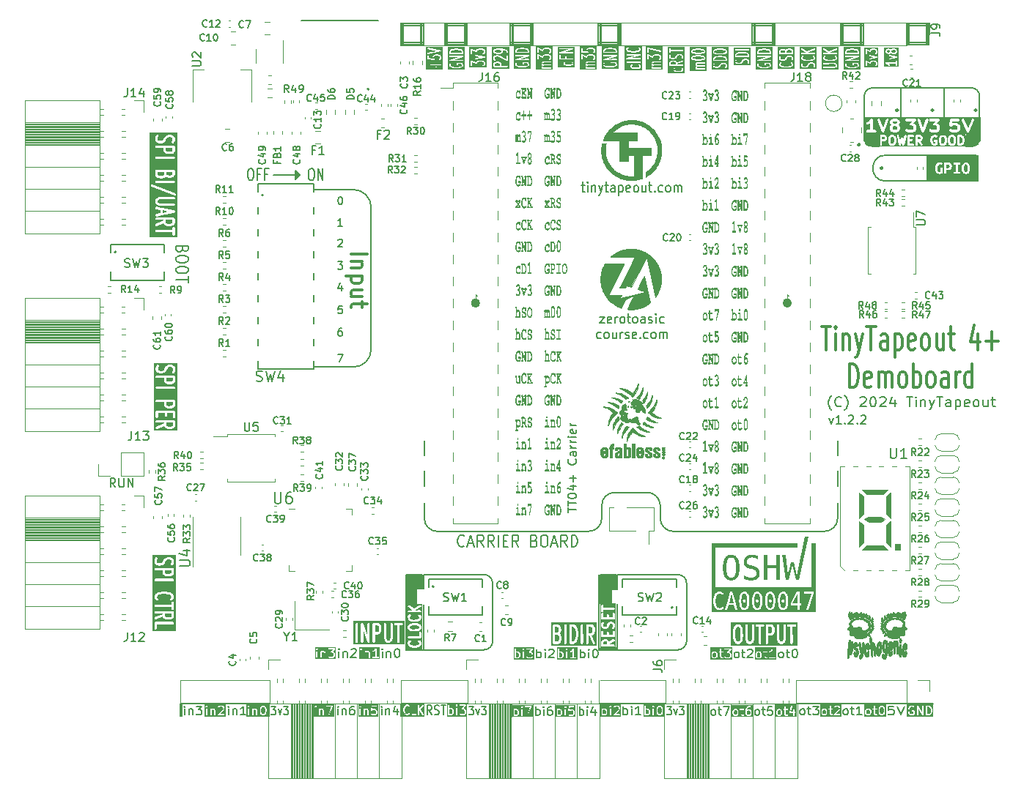
<source format=gbr>
G04 #@! TF.GenerationSoftware,KiCad,Pcbnew,8.0.1-8.0.1-1~ubuntu22.04.1*
G04 #@! TF.CreationDate,2024-04-26T22:25:13-04:00*
G04 #@! TF.ProjectId,tinytapeout-demo,74696e79-7461-4706-956f-75742d64656d,1.2.2*
G04 #@! TF.SameCoordinates,PX35e1f20PY8044ea0*
G04 #@! TF.FileFunction,Legend,Top*
G04 #@! TF.FilePolarity,Positive*
%FSLAX46Y46*%
G04 Gerber Fmt 4.6, Leading zero omitted, Abs format (unit mm)*
G04 Created by KiCad (PCBNEW 8.0.1-8.0.1-1~ubuntu22.04.1) date 2024-04-26 22:25:13*
%MOMM*%
%LPD*%
G01*
G04 APERTURE LIST*
%ADD10C,0.150000*%
%ADD11C,0.200000*%
%ADD12C,0.825000*%
%ADD13C,0.050000*%
%ADD14C,0.275000*%
%ADD15C,0.250000*%
%ADD16C,0.360000*%
%ADD17C,0.300000*%
%ADD18C,0.120000*%
%ADD19C,0.375000*%
%ADD20C,0.170000*%
%ADD21C,0.000000*%
%ADD22C,0.010000*%
%ADD23C,0.500000*%
%ADD24C,0.240000*%
%ADD25C,0.225000*%
%ADD26C,0.007028*%
G04 APERTURE END LIST*
D10*
X101900000Y62000000D02*
X101900000Y65000000D01*
D11*
X93900000Y77800000D02*
X93900000Y80200000D01*
X48150000Y77800000D02*
X48150000Y80200000D01*
X78200000Y77800000D02*
X78200000Y80200000D01*
D12*
X89962500Y66800000D02*
G75*
G02*
X89137500Y66800000I-412500J0D01*
G01*
X89137500Y66800000D02*
G75*
G02*
X89962500Y66800000I412500J0D01*
G01*
D11*
X58100000Y78000000D02*
X60700000Y78000000D01*
X96300000Y77800000D02*
X96300000Y80200000D01*
X78500000Y77800000D02*
X78500000Y80200000D01*
X42650000Y77800000D02*
X42650000Y80200000D01*
X93700000Y78000000D02*
X96300000Y78000000D01*
X96300000Y80000000D02*
X93700000Y80000000D01*
X50550000Y80000000D02*
X47950000Y80000000D01*
D10*
X44899999Y16499999D02*
X37900000Y16500000D01*
X91300000Y62000000D02*
X101800000Y62000000D01*
D11*
X40350000Y77800000D02*
X42950000Y77800000D01*
D10*
X88807107Y71892893D02*
X88807107Y67500000D01*
D11*
X88700000Y80000000D02*
X86100000Y80000000D01*
X60500000Y77800000D02*
X60500000Y80200000D01*
D10*
X60250000Y16500000D02*
X60250000Y14800000D01*
X45900000Y15499999D02*
X45900000Y8800000D01*
X60000000Y26000000D02*
X63750000Y26000000D01*
X29850000Y61010000D02*
X25200000Y61010000D01*
D11*
X42950000Y77800000D02*
X42950000Y80200000D01*
X42950000Y80200000D02*
X40350000Y80200000D01*
X40550000Y77800000D02*
X40550000Y80200000D01*
D13*
X102200000Y67400000D02*
X101700000Y67400000D01*
X101700000Y69400000D01*
X102200000Y69400000D01*
X102200000Y67400000D01*
G36*
X102200000Y67400000D02*
G01*
X101700000Y67400000D01*
X101700000Y69400000D01*
X102200000Y69400000D01*
X102200000Y67400000D01*
G37*
D10*
X37900000Y14900000D02*
X35900000Y14900000D01*
X35900000Y16300000D01*
X37900000Y16300000D01*
X37900000Y14900000D01*
G36*
X37900000Y14900000D02*
G01*
X35900000Y14900000D01*
X35900000Y16300000D01*
X37900000Y16300000D01*
X37900000Y14900000D01*
G37*
D11*
X94000000Y77800000D02*
X94000000Y80200000D01*
D10*
X85750000Y30250000D02*
X85750000Y32000000D01*
D13*
X90550000Y66000000D02*
X89700000Y66000000D01*
X89700000Y67300000D01*
X90550000Y67300000D01*
X90550000Y66000000D01*
G36*
X90550000Y66000000D02*
G01*
X89700000Y66000000D01*
X89700000Y67300000D01*
X90550000Y67300000D01*
X90550000Y66000000D01*
G37*
D10*
X98050000Y72800000D02*
X98050000Y67500000D01*
D11*
X88500000Y77800000D02*
X88500000Y80200000D01*
X37700000Y77800000D02*
X37700000Y80200000D01*
D10*
X31850000Y42510000D02*
G75*
G02*
X29850000Y40510000I-2000000J0D01*
G01*
X37900000Y16500000D02*
X37900000Y14900000D01*
X88807107Y71792893D02*
G75*
G02*
X89807107Y72792893I999993J7D01*
G01*
X93050000Y72800000D02*
X89800000Y72800000D01*
D11*
X75900000Y78000000D02*
X78500000Y78000000D01*
D10*
X39500000Y21500000D02*
X57000000Y21500000D01*
D11*
X75900000Y80200000D02*
X75900000Y77800000D01*
D10*
X91300000Y65000000D02*
X101800000Y65000000D01*
D13*
X90550000Y66700000D02*
X88750000Y66700000D01*
X88750000Y67550000D01*
X90550000Y67550000D01*
X90550000Y66700000D01*
G36*
X90550000Y66700000D02*
G01*
X88750000Y66700000D01*
X88750000Y67550000D01*
X90550000Y67550000D01*
X90550000Y66700000D01*
G37*
D10*
X68300000Y8800000D02*
G75*
G02*
X67300000Y7800000I-1000000J0D01*
G01*
X38000000Y26750000D02*
X38000000Y28500000D01*
X67299999Y16499999D02*
G75*
G02*
X68299999Y15499999I1J-999999D01*
G01*
X58235000Y1545000D02*
X65735000Y1545000D01*
D13*
X102200000Y66700000D02*
X100550000Y66700000D01*
X100550000Y67550000D01*
X102200000Y67550000D01*
X102200000Y66700000D01*
G36*
X102200000Y66700000D02*
G01*
X100550000Y66700000D01*
X100550000Y67550000D01*
X102200000Y67550000D01*
X102200000Y66700000D01*
G37*
D10*
X60250000Y7800000D02*
X58350000Y7800000D01*
X58350000Y8000000D01*
X60250000Y8000000D01*
X60250000Y7800000D01*
G36*
X60250000Y7800000D02*
G01*
X58350000Y7800000D01*
X58350000Y8000000D01*
X60250000Y8000000D01*
X60250000Y7800000D01*
G37*
X66750000Y21500000D02*
G75*
G02*
X65250000Y23000000I0J1500000D01*
G01*
D11*
X50250000Y77800000D02*
X50250000Y80200000D01*
X60700000Y80000000D02*
X58100000Y80000000D01*
D10*
X102150000Y71800000D02*
X102150000Y67400000D01*
D11*
X78300000Y77800000D02*
X78300000Y80200000D01*
X48250000Y77800000D02*
X48250000Y80200000D01*
D10*
X81095000Y1545000D02*
X96750000Y1545000D01*
X23100000Y62200000D02*
X23600000Y62700000D01*
X38000000Y23000000D02*
X38000000Y24750000D01*
X23600000Y62700000D02*
X23200000Y62300000D01*
X23100000Y62300000D01*
X23100000Y63200000D01*
X23600000Y62700000D01*
G36*
X23600000Y62700000D02*
G01*
X23200000Y62300000D01*
X23100000Y62300000D01*
X23100000Y63200000D01*
X23600000Y62700000D01*
G37*
D11*
X96100000Y77800000D02*
X96100000Y80200000D01*
X86400000Y77800000D02*
X86400000Y80200000D01*
D10*
X66750000Y21500000D02*
X84250000Y21500000D01*
D11*
X86300000Y77800000D02*
X86300000Y80200000D01*
X75900000Y77800000D02*
X78500000Y77800000D01*
X86100000Y78000000D02*
X88700000Y78000000D01*
X40350000Y78000000D02*
X42950000Y78000000D01*
X86100000Y77800000D02*
X88700000Y77800000D01*
D10*
X19950000Y1545000D02*
X19950000Y100000D01*
X23100000Y63200000D02*
X23100000Y62300000D01*
X60200000Y14800000D02*
X58250000Y14800000D01*
X58250000Y16200000D01*
X60200000Y16200000D01*
X60200000Y14800000D01*
G36*
X60200000Y14800000D02*
G01*
X58250000Y14800000D01*
X58250000Y16200000D01*
X60200000Y16200000D01*
X60200000Y14800000D01*
G37*
X58500000Y23000000D02*
X58500000Y24500000D01*
X58200000Y16500000D02*
X58200000Y7800000D01*
D11*
X93700000Y77800000D02*
X96300000Y77800000D01*
D13*
X101350000Y66000000D02*
X100500000Y66000000D01*
X100500000Y67300000D01*
X101350000Y67300000D01*
X101350000Y66000000D01*
G36*
X101350000Y66000000D02*
G01*
X100500000Y66000000D01*
X100500000Y67300000D01*
X101350000Y67300000D01*
X101350000Y66000000D01*
G37*
D10*
X98000000Y72800000D02*
X101150000Y72800000D01*
X60250000Y13100000D02*
X60250000Y7800000D01*
D11*
X50550000Y77800000D02*
X50550000Y80200000D01*
D10*
X9850000Y1545000D02*
X9850000Y100000D01*
X44899999Y16499999D02*
G75*
G02*
X45899999Y15499999I1J-999999D01*
G01*
D12*
X101812500Y66800000D02*
G75*
G02*
X100987500Y66800000I-412500J0D01*
G01*
X100987500Y66800000D02*
G75*
G02*
X101812500Y66800000I412500J0D01*
G01*
D10*
X9950000Y1545000D02*
X9950000Y100000D01*
X65250000Y24500000D02*
X65250000Y23000000D01*
D11*
X96300000Y80200000D02*
X93700000Y80200000D01*
D10*
X20015000Y1545000D02*
X9850000Y1545000D01*
D11*
X50550000Y80200000D02*
X47950000Y80200000D01*
X58100000Y80200000D02*
X58100000Y77800000D01*
X60400000Y77800000D02*
X60400000Y80200000D01*
D10*
X38000000Y30250000D02*
X38000000Y32000000D01*
D11*
X60700000Y77800000D02*
X60700000Y80200000D01*
D10*
X63750000Y26000000D02*
G75*
G02*
X65250000Y24500000I0J-1500000D01*
G01*
X48100000Y1495000D02*
X48100000Y50000D01*
D11*
X88700000Y77800000D02*
X88700000Y80200000D01*
X35600000Y77800000D02*
X35600000Y80200000D01*
D10*
X35300000Y1545000D02*
X35300000Y100000D01*
X85750000Y26750000D02*
X85750000Y28500000D01*
D11*
X40350000Y80200000D02*
X40350000Y77800000D01*
D10*
X93050000Y69400000D02*
X93050000Y72800000D01*
X91300000Y62000000D02*
G75*
G02*
X91300000Y65000000I0J1500000D01*
G01*
X39500000Y21500000D02*
G75*
G02*
X38000000Y23000000I0J1500000D01*
G01*
X93050000Y72800000D02*
X98050000Y72800000D01*
X67300000Y7800000D02*
X60300001Y7799999D01*
D11*
X35300000Y78000000D02*
X37900000Y78000000D01*
X37900000Y80200000D02*
X35300000Y80200000D01*
X88700000Y80200000D02*
X86100000Y80200000D01*
X35500000Y77800000D02*
X35500000Y80200000D01*
X88400000Y77800000D02*
X88400000Y80200000D01*
D10*
X58500000Y23000000D02*
G75*
G02*
X57000000Y21500000I-1500000J0D01*
G01*
D11*
X96000000Y77800000D02*
X96000000Y80200000D01*
D13*
X98500000Y67400000D02*
X97550000Y67400000D01*
X97550000Y69400000D01*
X98500000Y69400000D01*
X98500000Y67400000D01*
G36*
X98500000Y67400000D02*
G01*
X97550000Y67400000D01*
X97550000Y69400000D01*
X98500000Y69400000D01*
X98500000Y67400000D01*
G37*
D11*
X42750000Y77800000D02*
X42750000Y80200000D01*
X35300000Y80200000D02*
X35300000Y77800000D01*
X40650000Y77800000D02*
X40650000Y80200000D01*
X78500000Y80000000D02*
X75900000Y80000000D01*
D10*
X101150000Y72800000D02*
G75*
G02*
X102150000Y71800000I0J-1000000D01*
G01*
D11*
X47950000Y77800000D02*
X50550000Y77800000D01*
X60700000Y80200000D02*
X58100000Y80200000D01*
X37900000Y80000000D02*
X35300000Y80000000D01*
X47950000Y80200000D02*
X47950000Y77800000D01*
D10*
X25300000Y40510000D02*
X29850000Y40510000D01*
D11*
X58400000Y77800000D02*
X58400000Y80200000D01*
D10*
X60200000Y16300000D02*
X58350000Y16300000D01*
X58350000Y16500000D01*
X60200000Y16500000D01*
X60200000Y16300000D01*
G36*
X60200000Y16300000D02*
G01*
X58350000Y16300000D01*
X58350000Y16500000D01*
X60200000Y16500000D01*
X60200000Y16300000D01*
G37*
X37900000Y13000000D02*
X37900000Y7800000D01*
D11*
X58100000Y77800000D02*
X60700000Y77800000D01*
D10*
X45900000Y8800000D02*
G75*
G02*
X44900000Y7800000I-1000000J0D01*
G01*
X20100000Y1545000D02*
X20100000Y100000D01*
X36000000Y7800000D02*
X44900000Y7800000D01*
X29850000Y61010000D02*
G75*
G02*
X31850000Y59010000I0J-2000000D01*
G01*
X68300000Y15499999D02*
X68300000Y8800000D01*
D11*
X58300000Y77800000D02*
X58300000Y80200000D01*
X93700000Y80200000D02*
X93700000Y77800000D01*
D10*
X23600000Y62700000D02*
X23100000Y63200000D01*
X58500000Y24500000D02*
G75*
G02*
X60000000Y26000000I1500000J0D01*
G01*
X85750000Y23000000D02*
G75*
G02*
X84250000Y21500000I-1500000J0D01*
G01*
D11*
X35300000Y77800000D02*
X37900000Y77800000D01*
X37900000Y77800000D02*
X37900000Y80200000D01*
D10*
X59600000Y13200000D02*
X58350000Y13200000D01*
X58350000Y14800000D01*
X59600000Y14800000D01*
X59600000Y13200000D01*
G36*
X59600000Y13200000D02*
G01*
X58350000Y13200000D01*
X58350000Y14800000D01*
X59600000Y14800000D01*
X59600000Y13200000D01*
G37*
D11*
X37600000Y77800000D02*
X37600000Y80200000D01*
X76200000Y77800000D02*
X76200000Y80200000D01*
X76100000Y77800000D02*
X76100000Y80200000D01*
X50350000Y77800000D02*
X50350000Y80200000D01*
X86100000Y80200000D02*
X86100000Y77800000D01*
D10*
X37100000Y13200000D02*
X35900000Y13200000D01*
X35900000Y14800000D01*
X37100000Y14800000D01*
X37100000Y13200000D01*
G36*
X37100000Y13200000D02*
G01*
X35900000Y13200000D01*
X35900000Y14800000D01*
X37100000Y14800000D01*
X37100000Y13200000D01*
G37*
X85750000Y23000000D02*
X85750000Y24750000D01*
X67299999Y16499999D02*
X60300000Y16500000D01*
X35900000Y16500000D02*
X35900000Y7800000D01*
D11*
X42950000Y80000000D02*
X40350000Y80000000D01*
D13*
X93450000Y67400000D02*
X93000000Y67400000D01*
X93000000Y69400000D01*
X93450000Y69400000D01*
X93450000Y67400000D01*
G36*
X93450000Y67400000D02*
G01*
X93000000Y67400000D01*
X93000000Y69400000D01*
X93450000Y69400000D01*
X93450000Y67400000D01*
G37*
D11*
X47950000Y78000000D02*
X50550000Y78000000D01*
X78500000Y80200000D02*
X75900000Y80200000D01*
D10*
X31850000Y59010000D02*
X31850000Y42510000D01*
X23100000Y62300000D02*
X23100000Y62200000D01*
X20600000Y62700000D02*
X23600000Y62700000D01*
X37800000Y16300000D02*
X35900000Y16300000D01*
X35900000Y16500000D01*
X37800000Y16500000D01*
X37800000Y16300000D01*
G36*
X37800000Y16300000D02*
G01*
X35900000Y16300000D01*
X35900000Y16500000D01*
X37800000Y16500000D01*
X37800000Y16300000D01*
G37*
D11*
X28471429Y44994043D02*
X28300000Y44994043D01*
X28300000Y44994043D02*
X28214286Y44951186D01*
X28214286Y44951186D02*
X28171429Y44908329D01*
X28171429Y44908329D02*
X28085714Y44779758D01*
X28085714Y44779758D02*
X28042857Y44608329D01*
X28042857Y44608329D02*
X28042857Y44265472D01*
X28042857Y44265472D02*
X28085714Y44179758D01*
X28085714Y44179758D02*
X28128571Y44136900D01*
X28128571Y44136900D02*
X28214286Y44094043D01*
X28214286Y44094043D02*
X28385714Y44094043D01*
X28385714Y44094043D02*
X28471429Y44136900D01*
X28471429Y44136900D02*
X28514286Y44179758D01*
X28514286Y44179758D02*
X28557143Y44265472D01*
X28557143Y44265472D02*
X28557143Y44479758D01*
X28557143Y44479758D02*
X28514286Y44565472D01*
X28514286Y44565472D02*
X28471429Y44608329D01*
X28471429Y44608329D02*
X28385714Y44651186D01*
X28385714Y44651186D02*
X28214286Y44651186D01*
X28214286Y44651186D02*
X28128571Y44608329D01*
X28128571Y44608329D02*
X28085714Y44565472D01*
X28085714Y44565472D02*
X28042857Y44479758D01*
D14*
G36*
X8823799Y11711863D02*
G01*
X8775122Y11649143D01*
X8716606Y11611008D01*
X8563480Y11561187D01*
X8319810Y11559127D01*
X8165902Y11605259D01*
X8101737Y11643687D01*
X8048699Y11708017D01*
X8047155Y12002014D01*
X8822270Y12003024D01*
X8823799Y11711863D01*
G37*
G36*
X8823799Y16711863D02*
G01*
X8775122Y16649143D01*
X8716606Y16611008D01*
X8563480Y16561187D01*
X8319810Y16559127D01*
X8165902Y16605259D01*
X8101737Y16643687D01*
X8048699Y16708017D01*
X8047155Y17002014D01*
X8822270Y17003024D01*
X8823799Y16711863D01*
G37*
G36*
X9318783Y9935777D02*
G01*
X6599339Y9935777D01*
X6599339Y10888095D01*
X6821561Y10888095D01*
X6824203Y10266032D01*
X6844734Y10216466D01*
X6882670Y10178530D01*
X6932236Y10157999D01*
X6985886Y10157999D01*
X7035452Y10178530D01*
X7073388Y10216466D01*
X7093919Y10266032D01*
X7096561Y10292857D01*
X7094616Y10750772D01*
X8985886Y10753237D01*
X9035452Y10773768D01*
X9073388Y10811704D01*
X9093919Y10861270D01*
X9093919Y10914920D01*
X9073388Y10964486D01*
X9035452Y11002422D01*
X8985886Y11022953D01*
X8959061Y11025595D01*
X6932236Y11022953D01*
X6882670Y11002422D01*
X6844734Y10964486D01*
X6824203Y10914920D01*
X6821561Y10888095D01*
X6599339Y10888095D01*
X6599339Y11447972D01*
X6823701Y11447972D01*
X6824758Y11394332D01*
X6846262Y11345181D01*
X6884938Y11307999D01*
X6934899Y11288450D01*
X6988539Y11289507D01*
X7014174Y11297838D01*
X7777086Y11633867D01*
X7783991Y11617197D01*
X7789378Y11598607D01*
X7795751Y11588806D01*
X7797115Y11585514D01*
X7799336Y11583293D01*
X7804072Y11576010D01*
X7902786Y11456277D01*
X7912459Y11442714D01*
X7916601Y11439521D01*
X7918131Y11437665D01*
X7921199Y11435976D01*
X7933806Y11426256D01*
X8025982Y11371054D01*
X8036090Y11362616D01*
X8049726Y11356834D01*
X8053194Y11354757D01*
X8055556Y11354362D01*
X8060906Y11352093D01*
X8249881Y11295451D01*
X8265570Y11288952D01*
X8274494Y11288074D01*
X8277774Y11287090D01*
X8281274Y11287406D01*
X8292395Y11286310D01*
X8574875Y11288698D01*
X8592730Y11287090D01*
X8601561Y11288924D01*
X8604934Y11288952D01*
X8608184Y11290299D01*
X8619122Y11292569D01*
X8802783Y11352325D01*
X8817311Y11354757D01*
X8830758Y11361427D01*
X8834414Y11362616D01*
X8836255Y11364154D01*
X8841459Y11366734D01*
X8938991Y11430297D01*
X8952372Y11437665D01*
X8955990Y11441376D01*
X8958045Y11442714D01*
X8960080Y11445569D01*
X8971193Y11456962D01*
X9062558Y11574685D01*
X9073388Y11585514D01*
X9076163Y11592214D01*
X9081125Y11598607D01*
X9086512Y11617200D01*
X9093919Y11635080D01*
X9095064Y11646713D01*
X9096057Y11650137D01*
X9095709Y11653263D01*
X9096561Y11661905D01*
X9093919Y12164920D01*
X9073388Y12214486D01*
X9035452Y12252422D01*
X8985886Y12272953D01*
X8959061Y12275595D01*
X6932236Y12272953D01*
X6882670Y12252422D01*
X6844734Y12214486D01*
X6824203Y12164920D01*
X6824203Y12111270D01*
X6844734Y12061704D01*
X6882670Y12023768D01*
X6932236Y12003237D01*
X6959061Y12000595D01*
X7774658Y12001659D01*
X7775031Y11930640D01*
X6880432Y11536609D01*
X6843250Y11497933D01*
X6823701Y11447972D01*
X6599339Y11447972D01*
X6599339Y12885080D01*
X6824203Y12885080D01*
X6844734Y12835514D01*
X6882670Y12797578D01*
X6932236Y12777047D01*
X6959061Y12774405D01*
X8823315Y12776836D01*
X8824203Y12527937D01*
X8844734Y12478371D01*
X8882670Y12440435D01*
X8932236Y12419904D01*
X8985886Y12419904D01*
X9035452Y12440435D01*
X9073388Y12478371D01*
X9093919Y12527937D01*
X9096561Y12554762D01*
X9093919Y13295873D01*
X9073388Y13345439D01*
X9035452Y13383375D01*
X8985886Y13403906D01*
X8932236Y13403906D01*
X8882670Y13383375D01*
X8844734Y13345439D01*
X8824203Y13295873D01*
X8821561Y13269048D01*
X8822344Y13049227D01*
X6932236Y13046763D01*
X6882670Y13026232D01*
X6844734Y12988296D01*
X6824203Y12938730D01*
X6824203Y12885080D01*
X6599339Y12885080D01*
X6599339Y13983334D01*
X6821561Y13983334D01*
X6823401Y13881721D01*
X6822235Y13877888D01*
X6823752Y13862336D01*
X6824203Y13837461D01*
X6826788Y13831219D01*
X6827445Y13824492D01*
X6837738Y13799580D01*
X6927334Y13636153D01*
X6928927Y13629253D01*
X6938399Y13615971D01*
X6947932Y13598583D01*
X6954865Y13592883D01*
X6960078Y13585573D01*
X6981425Y13569115D01*
X7100810Y13497615D01*
X7153724Y13488755D01*
X7205999Y13500818D01*
X7249680Y13531969D01*
X7278114Y13577464D01*
X7286974Y13630377D01*
X7274910Y13682653D01*
X7243760Y13726333D01*
X7222413Y13742791D01*
X7158977Y13780783D01*
X7095992Y13895670D01*
X7095064Y13946934D01*
X7155469Y14063406D01*
X7295142Y14152756D01*
X7454159Y14204493D01*
X7456479Y14204624D01*
X7813544Y14262762D01*
X7816204Y14262500D01*
X8078492Y14264718D01*
X8080692Y14264148D01*
X8438764Y14210548D01*
X8441859Y14209235D01*
X8609031Y14159128D01*
X8758611Y14067812D01*
X8822129Y13951951D01*
X8823057Y13900687D01*
X8762385Y13783700D01*
X8674363Y13726333D01*
X8643212Y13682653D01*
X8631149Y13630377D01*
X8640009Y13577464D01*
X8668443Y13531969D01*
X8712123Y13500818D01*
X8764399Y13488755D01*
X8817312Y13497615D01*
X8841460Y13509591D01*
X8923076Y13562784D01*
X8928751Y13564510D01*
X8940314Y13574018D01*
X8958045Y13585573D01*
X8963256Y13592881D01*
X8970192Y13598583D01*
X8985146Y13621009D01*
X9069874Y13784382D01*
X9073388Y13787895D01*
X9080098Y13804097D01*
X9090677Y13824493D01*
X9091333Y13831219D01*
X9093919Y13837461D01*
X9096561Y13864286D01*
X9094720Y13965899D01*
X9095887Y13969731D01*
X9094369Y13985284D01*
X9093919Y14010159D01*
X9091333Y14016402D01*
X9090677Y14023127D01*
X9080385Y14048040D01*
X8990787Y14211470D01*
X8989196Y14218367D01*
X8979726Y14231646D01*
X8970192Y14249037D01*
X8963258Y14254738D01*
X8958046Y14262047D01*
X8936698Y14278504D01*
X8750687Y14392061D01*
X8739175Y14401671D01*
X8725325Y14407544D01*
X8722074Y14409529D01*
X8719711Y14409925D01*
X8714360Y14412194D01*
X8537223Y14465288D01*
X8530193Y14469576D01*
X8504098Y14476328D01*
X8137599Y14531191D01*
X8128744Y14534858D01*
X8101919Y14537500D01*
X7830858Y14535209D01*
X7821888Y14537382D01*
X7794977Y14535852D01*
X7429712Y14476380D01*
X7420632Y14477197D01*
X7394240Y14471717D01*
X7210581Y14411964D01*
X7196049Y14409530D01*
X7182598Y14402859D01*
X7178948Y14401671D01*
X7177109Y14400137D01*
X7171901Y14397553D01*
X6996298Y14285218D01*
X6989373Y14283110D01*
X6976645Y14272646D01*
X6960078Y14262047D01*
X6954865Y14254738D01*
X6947932Y14249037D01*
X6932977Y14226611D01*
X6848247Y14063239D01*
X6844734Y14059725D01*
X6838024Y14043528D01*
X6827445Y14023128D01*
X6826788Y14016402D01*
X6824203Y14010159D01*
X6821561Y13983334D01*
X6599339Y13983334D01*
X6599339Y15861270D01*
X6824203Y15861270D01*
X6844734Y15811704D01*
X6882670Y15773768D01*
X6932236Y15753237D01*
X6959061Y15750595D01*
X8985886Y15753237D01*
X9035452Y15773768D01*
X9073388Y15811704D01*
X9093919Y15861270D01*
X9093919Y15914920D01*
X9073388Y15964486D01*
X9035452Y16002422D01*
X8985886Y16022953D01*
X8959061Y16025595D01*
X6932236Y16022953D01*
X6882670Y16002422D01*
X6844734Y15964486D01*
X6824203Y15914920D01*
X6824203Y15861270D01*
X6599339Y15861270D01*
X6599339Y17111270D01*
X6824203Y17111270D01*
X6844734Y17061704D01*
X6882670Y17023768D01*
X6932236Y17003237D01*
X6959061Y17000595D01*
X7774658Y17001659D01*
X7776412Y16667825D01*
X7774447Y16650137D01*
X7776542Y16642904D01*
X7776584Y16635080D01*
X7783991Y16617197D01*
X7789378Y16598607D01*
X7795751Y16588806D01*
X7797115Y16585514D01*
X7799336Y16583293D01*
X7804072Y16576010D01*
X7902786Y16456277D01*
X7912459Y16442714D01*
X7916601Y16439521D01*
X7918131Y16437665D01*
X7921199Y16435976D01*
X7933806Y16426256D01*
X8025982Y16371054D01*
X8036090Y16362616D01*
X8049726Y16356834D01*
X8053194Y16354757D01*
X8055556Y16354362D01*
X8060906Y16352093D01*
X8249881Y16295451D01*
X8265570Y16288952D01*
X8274494Y16288074D01*
X8277774Y16287090D01*
X8281274Y16287406D01*
X8292395Y16286310D01*
X8574875Y16288698D01*
X8592730Y16287090D01*
X8601561Y16288924D01*
X8604934Y16288952D01*
X8608184Y16290299D01*
X8619122Y16292569D01*
X8802783Y16352325D01*
X8817311Y16354757D01*
X8830758Y16361427D01*
X8834414Y16362616D01*
X8836255Y16364154D01*
X8841459Y16366734D01*
X8938991Y16430297D01*
X8952372Y16437665D01*
X8955990Y16441376D01*
X8958045Y16442714D01*
X8960080Y16445569D01*
X8971193Y16456962D01*
X9062558Y16574685D01*
X9073388Y16585514D01*
X9076163Y16592214D01*
X9081125Y16598607D01*
X9086512Y16617200D01*
X9093919Y16635080D01*
X9095064Y16646713D01*
X9096057Y16650137D01*
X9095709Y16653263D01*
X9096561Y16661905D01*
X9093919Y17164920D01*
X9073388Y17214486D01*
X9035452Y17252422D01*
X8985886Y17272953D01*
X8959061Y17275595D01*
X6932236Y17272953D01*
X6882670Y17252422D01*
X6844734Y17214486D01*
X6824203Y17164920D01*
X6824203Y17111270D01*
X6599339Y17111270D01*
X6599339Y18209524D01*
X6821561Y18209524D01*
X6823942Y17917030D01*
X6822066Y17900136D01*
X6824138Y17892983D01*
X6824203Y17885080D01*
X6831609Y17867199D01*
X6836997Y17848606D01*
X6843371Y17838805D01*
X6844734Y17835514D01*
X6846955Y17833293D01*
X6851692Y17826009D01*
X6950405Y17706278D01*
X6960078Y17692715D01*
X6964220Y17689522D01*
X6965751Y17687665D01*
X6968820Y17685975D01*
X6981425Y17676257D01*
X7073604Y17621051D01*
X7083710Y17612615D01*
X7097339Y17606836D01*
X7100810Y17604757D01*
X7103175Y17604361D01*
X7108526Y17602092D01*
X7297507Y17545448D01*
X7313189Y17538952D01*
X7322109Y17538074D01*
X7325394Y17537089D01*
X7328899Y17537405D01*
X7340014Y17536310D01*
X7528338Y17538600D01*
X7545110Y17537089D01*
X7553881Y17538911D01*
X7557315Y17538952D01*
X7560564Y17540298D01*
X7571502Y17542569D01*
X7755164Y17602325D01*
X7769693Y17604757D01*
X7783141Y17611427D01*
X7786794Y17612615D01*
X7788633Y17614151D01*
X7793841Y17616733D01*
X7891366Y17680294D01*
X7904753Y17687665D01*
X7908374Y17691378D01*
X7910426Y17692715D01*
X7912459Y17695567D01*
X7923574Y17706962D01*
X8015648Y17825598D01*
X8026692Y17836914D01*
X8031254Y17845707D01*
X8033506Y17848607D01*
X8034449Y17851862D01*
X8039108Y17860839D01*
X8122421Y18074892D01*
X8190620Y18162763D01*
X8249135Y18200898D01*
X8402435Y18250775D01*
X8551337Y18252586D01*
X8704600Y18206647D01*
X8768765Y18168219D01*
X8821937Y18103725D01*
X8823678Y17889978D01*
X8732207Y17713604D01*
X8726998Y17660207D01*
X8742618Y17608882D01*
X8776691Y17567441D01*
X8824029Y17542194D01*
X8877426Y17536985D01*
X8928751Y17552605D01*
X8970192Y17586678D01*
X8985146Y17609104D01*
X9069874Y17772477D01*
X9073388Y17775990D01*
X9080098Y17792192D01*
X9090677Y17812588D01*
X9091333Y17819314D01*
X9093919Y17825556D01*
X9096561Y17852381D01*
X9094179Y18144869D01*
X9096057Y18161768D01*
X9093983Y18168925D01*
X9093919Y18176825D01*
X9086512Y18194706D01*
X9081125Y18213298D01*
X9074751Y18223100D01*
X9073388Y18226391D01*
X9071166Y18228613D01*
X9066431Y18235895D01*
X8967721Y18355623D01*
X8958045Y18369191D01*
X8953900Y18372386D01*
X8952372Y18374240D01*
X8949303Y18375930D01*
X8936697Y18385648D01*
X8844520Y18440853D01*
X8834414Y18449289D01*
X8820780Y18455071D01*
X8817311Y18457148D01*
X8814947Y18457544D01*
X8809598Y18459812D01*
X8620622Y18516455D01*
X8604934Y18522953D01*
X8596009Y18523832D01*
X8592730Y18524815D01*
X8589229Y18524500D01*
X8578109Y18525595D01*
X8389777Y18523306D01*
X8373012Y18524815D01*
X8364244Y18522995D01*
X8360808Y18522953D01*
X8357557Y18521607D01*
X8346620Y18519336D01*
X8162958Y18459581D01*
X8148431Y18457148D01*
X8134983Y18450479D01*
X8131328Y18449289D01*
X8129486Y18447752D01*
X8124283Y18445171D01*
X8026748Y18381608D01*
X8013370Y18374240D01*
X8009751Y18370530D01*
X8007697Y18369191D01*
X8005660Y18366337D01*
X7994550Y18354944D01*
X7902471Y18236306D01*
X7891430Y18224991D01*
X7886868Y18216202D01*
X7884616Y18213299D01*
X7883672Y18210043D01*
X7879014Y18201066D01*
X7795700Y17987014D01*
X7727502Y17899142D01*
X7668987Y17861007D01*
X7515689Y17811131D01*
X7366785Y17809320D01*
X7213521Y17855259D01*
X7149357Y17893686D01*
X7096184Y17958181D01*
X7094443Y18171928D01*
X7185916Y18348301D01*
X7191126Y18401697D01*
X7175505Y18453022D01*
X7141432Y18494463D01*
X7094094Y18519711D01*
X7040698Y18524921D01*
X6989373Y18509300D01*
X6947932Y18475227D01*
X6932977Y18452801D01*
X6848247Y18289429D01*
X6844734Y18285915D01*
X6838024Y18269718D01*
X6827445Y18249318D01*
X6826788Y18242592D01*
X6824203Y18236349D01*
X6821561Y18209524D01*
X6599339Y18209524D01*
X6599339Y18747817D01*
X9318783Y18747817D01*
X9318783Y9935777D01*
G37*
D10*
X54569819Y23693923D02*
X54569819Y24265351D01*
X55569819Y23979637D02*
X54569819Y23979637D01*
X54569819Y24455828D02*
X54569819Y25027256D01*
X55569819Y24741542D02*
X54569819Y24741542D01*
X54569819Y25551066D02*
X54569819Y25646304D01*
X54569819Y25646304D02*
X54617438Y25741542D01*
X54617438Y25741542D02*
X54665057Y25789161D01*
X54665057Y25789161D02*
X54760295Y25836780D01*
X54760295Y25836780D02*
X54950771Y25884399D01*
X54950771Y25884399D02*
X55188866Y25884399D01*
X55188866Y25884399D02*
X55379342Y25836780D01*
X55379342Y25836780D02*
X55474580Y25789161D01*
X55474580Y25789161D02*
X55522200Y25741542D01*
X55522200Y25741542D02*
X55569819Y25646304D01*
X55569819Y25646304D02*
X55569819Y25551066D01*
X55569819Y25551066D02*
X55522200Y25455828D01*
X55522200Y25455828D02*
X55474580Y25408209D01*
X55474580Y25408209D02*
X55379342Y25360590D01*
X55379342Y25360590D02*
X55188866Y25312971D01*
X55188866Y25312971D02*
X54950771Y25312971D01*
X54950771Y25312971D02*
X54760295Y25360590D01*
X54760295Y25360590D02*
X54665057Y25408209D01*
X54665057Y25408209D02*
X54617438Y25455828D01*
X54617438Y25455828D02*
X54569819Y25551066D01*
X54903152Y26741542D02*
X55569819Y26741542D01*
X54522200Y26503447D02*
X55236485Y26265352D01*
X55236485Y26265352D02*
X55236485Y26884399D01*
X55188866Y27265352D02*
X55188866Y28027256D01*
X55569819Y27646304D02*
X54807914Y27646304D01*
X55474580Y29836780D02*
X55522200Y29789161D01*
X55522200Y29789161D02*
X55569819Y29646304D01*
X55569819Y29646304D02*
X55569819Y29551066D01*
X55569819Y29551066D02*
X55522200Y29408209D01*
X55522200Y29408209D02*
X55426961Y29312971D01*
X55426961Y29312971D02*
X55331723Y29265352D01*
X55331723Y29265352D02*
X55141247Y29217733D01*
X55141247Y29217733D02*
X54998390Y29217733D01*
X54998390Y29217733D02*
X54807914Y29265352D01*
X54807914Y29265352D02*
X54712676Y29312971D01*
X54712676Y29312971D02*
X54617438Y29408209D01*
X54617438Y29408209D02*
X54569819Y29551066D01*
X54569819Y29551066D02*
X54569819Y29646304D01*
X54569819Y29646304D02*
X54617438Y29789161D01*
X54617438Y29789161D02*
X54665057Y29836780D01*
X55569819Y30693923D02*
X55046009Y30693923D01*
X55046009Y30693923D02*
X54950771Y30646304D01*
X54950771Y30646304D02*
X54903152Y30551066D01*
X54903152Y30551066D02*
X54903152Y30360590D01*
X54903152Y30360590D02*
X54950771Y30265352D01*
X55522200Y30693923D02*
X55569819Y30598685D01*
X55569819Y30598685D02*
X55569819Y30360590D01*
X55569819Y30360590D02*
X55522200Y30265352D01*
X55522200Y30265352D02*
X55426961Y30217733D01*
X55426961Y30217733D02*
X55331723Y30217733D01*
X55331723Y30217733D02*
X55236485Y30265352D01*
X55236485Y30265352D02*
X55188866Y30360590D01*
X55188866Y30360590D02*
X55188866Y30598685D01*
X55188866Y30598685D02*
X55141247Y30693923D01*
X55569819Y31170114D02*
X54903152Y31170114D01*
X55093628Y31170114D02*
X54998390Y31217733D01*
X54998390Y31217733D02*
X54950771Y31265352D01*
X54950771Y31265352D02*
X54903152Y31360590D01*
X54903152Y31360590D02*
X54903152Y31455828D01*
X55569819Y31789162D02*
X54903152Y31789162D01*
X55093628Y31789162D02*
X54998390Y31836781D01*
X54998390Y31836781D02*
X54950771Y31884400D01*
X54950771Y31884400D02*
X54903152Y31979638D01*
X54903152Y31979638D02*
X54903152Y32074876D01*
X55569819Y32408210D02*
X54903152Y32408210D01*
X54569819Y32408210D02*
X54617438Y32360591D01*
X54617438Y32360591D02*
X54665057Y32408210D01*
X54665057Y32408210D02*
X54617438Y32455829D01*
X54617438Y32455829D02*
X54569819Y32408210D01*
X54569819Y32408210D02*
X54665057Y32408210D01*
X55522200Y33265352D02*
X55569819Y33170114D01*
X55569819Y33170114D02*
X55569819Y32979638D01*
X55569819Y32979638D02*
X55522200Y32884400D01*
X55522200Y32884400D02*
X55426961Y32836781D01*
X55426961Y32836781D02*
X55046009Y32836781D01*
X55046009Y32836781D02*
X54950771Y32884400D01*
X54950771Y32884400D02*
X54903152Y32979638D01*
X54903152Y32979638D02*
X54903152Y33170114D01*
X54903152Y33170114D02*
X54950771Y33265352D01*
X54950771Y33265352D02*
X55046009Y33312971D01*
X55046009Y33312971D02*
X55141247Y33312971D01*
X55141247Y33312971D02*
X55236485Y32836781D01*
X55569819Y33741543D02*
X54903152Y33741543D01*
X55093628Y33741543D02*
X54998390Y33789162D01*
X54998390Y33789162D02*
X54950771Y33836781D01*
X54950771Y33836781D02*
X54903152Y33932019D01*
X54903152Y33932019D02*
X54903152Y34027257D01*
D11*
X24860149Y63481734D02*
X25050625Y63481734D01*
X25050625Y63481734D02*
X25145863Y63415067D01*
X25145863Y63415067D02*
X25241101Y63281734D01*
X25241101Y63281734D02*
X25288720Y63015067D01*
X25288720Y63015067D02*
X25288720Y62548400D01*
X25288720Y62548400D02*
X25241101Y62281734D01*
X25241101Y62281734D02*
X25145863Y62148400D01*
X25145863Y62148400D02*
X25050625Y62081734D01*
X25050625Y62081734D02*
X24860149Y62081734D01*
X24860149Y62081734D02*
X24764911Y62148400D01*
X24764911Y62148400D02*
X24669673Y62281734D01*
X24669673Y62281734D02*
X24622054Y62548400D01*
X24622054Y62548400D02*
X24622054Y63015067D01*
X24622054Y63015067D02*
X24669673Y63281734D01*
X24669673Y63281734D02*
X24764911Y63415067D01*
X24764911Y63415067D02*
X24860149Y63481734D01*
X25717292Y62081734D02*
X25717292Y63481734D01*
X25717292Y63481734D02*
X26288720Y62081734D01*
X26288720Y62081734D02*
X26288720Y63481734D01*
D10*
G36*
X74071327Y789796D02*
G01*
X74102654Y759552D01*
X74138043Y690829D01*
X74139244Y440510D01*
X74105917Y371825D01*
X74075671Y340496D01*
X74006815Y305038D01*
X73899183Y304053D01*
X73830802Y337233D01*
X73799475Y367479D01*
X73764085Y436202D01*
X73762884Y686521D01*
X73796212Y755207D01*
X73826456Y786534D01*
X73895313Y821992D01*
X74002945Y822977D01*
X74071327Y789796D01*
G37*
G36*
X75595137Y742177D02*
G01*
X75626464Y711933D01*
X75661867Y643182D01*
X75663023Y440446D01*
X75629727Y371825D01*
X75599481Y340496D01*
X75530691Y305072D01*
X75375522Y303982D01*
X75306993Y337233D01*
X75275666Y367479D01*
X75240294Y436167D01*
X75239552Y639885D01*
X75272403Y707588D01*
X75302647Y738915D01*
X75371438Y774339D01*
X75526607Y775429D01*
X75595137Y742177D01*
G37*
G36*
X75922890Y44070D02*
G01*
X73503049Y44070D01*
X73503049Y706372D01*
X73614160Y706372D01*
X73615475Y432218D01*
X73614749Y430039D01*
X73615539Y418919D01*
X73615601Y406026D01*
X73616632Y403537D01*
X73616823Y400849D01*
X73622078Y387117D01*
X73670768Y292565D01*
X73674418Y283753D01*
X73676801Y280849D01*
X73677529Y279436D01*
X73679027Y278137D01*
X73683745Y272388D01*
X73732780Y225047D01*
X73738414Y218550D01*
X73741559Y216571D01*
X73742730Y215440D01*
X73744557Y214683D01*
X73750857Y210718D01*
X73836746Y169043D01*
X73837968Y167821D01*
X73846827Y164152D01*
X73859826Y157844D01*
X73862515Y157653D01*
X73865004Y156622D01*
X73879636Y155181D01*
X74011265Y156386D01*
X74013112Y155770D01*
X74023326Y156496D01*
X74037125Y156622D01*
X74039614Y157654D01*
X74042302Y157844D01*
X74056034Y163099D01*
X74150588Y211791D01*
X74159399Y215440D01*
X74162301Y217823D01*
X74163715Y218550D01*
X74165015Y220050D01*
X74170765Y224768D01*
X74218106Y273805D01*
X74224600Y279436D01*
X74226579Y282582D01*
X74227711Y283753D01*
X74228468Y285583D01*
X74232432Y291879D01*
X74274107Y377769D01*
X74275329Y378990D01*
X74278998Y387850D01*
X74285306Y400848D01*
X74285497Y403538D01*
X74286528Y406026D01*
X74287969Y420658D01*
X74286653Y694813D01*
X74287380Y696992D01*
X74286589Y708113D01*
X74286528Y721004D01*
X74285497Y723493D01*
X74285306Y726182D01*
X74280051Y739913D01*
X74231359Y834468D01*
X74227710Y843278D01*
X74225327Y846181D01*
X74224600Y847594D01*
X74223101Y848894D01*
X74218383Y854643D01*
X74189823Y882216D01*
X74425125Y882216D01*
X74436324Y855180D01*
X74457016Y834488D01*
X74484052Y823289D01*
X74498684Y821848D01*
X74567215Y822098D01*
X74567938Y384845D01*
X74567130Y382420D01*
X74567961Y370716D01*
X74567982Y358407D01*
X74569013Y355918D01*
X74569204Y353230D01*
X74574459Y339498D01*
X74621517Y248115D01*
X74624003Y240658D01*
X74627336Y236814D01*
X74629910Y231817D01*
X74637012Y225658D01*
X74643176Y218550D01*
X74650581Y213889D01*
X74652018Y212643D01*
X74653171Y212259D01*
X74655619Y210718D01*
X74741508Y169043D01*
X74742730Y167821D01*
X74751589Y164152D01*
X74764588Y157844D01*
X74767277Y157653D01*
X74769766Y156622D01*
X74784398Y155181D01*
X74894268Y156622D01*
X74921304Y167821D01*
X74941996Y188513D01*
X74953195Y215549D01*
X74953195Y244813D01*
X74941996Y271849D01*
X74921304Y292541D01*
X74894268Y303740D01*
X74879636Y305181D01*
X74803673Y304185D01*
X74745355Y332482D01*
X74716515Y388488D01*
X74715832Y801610D01*
X75090351Y801610D01*
X75091696Y432308D01*
X75090940Y430039D01*
X75091745Y418698D01*
X75091792Y406026D01*
X75092823Y403537D01*
X75093014Y400849D01*
X75098269Y387117D01*
X75146959Y292565D01*
X75150609Y283753D01*
X75152992Y280849D01*
X75153720Y279436D01*
X75155218Y278137D01*
X75159936Y272388D01*
X75208971Y225047D01*
X75214605Y218550D01*
X75217750Y216571D01*
X75218921Y215440D01*
X75220748Y214683D01*
X75227048Y210718D01*
X75312937Y169043D01*
X75314159Y167821D01*
X75323018Y164152D01*
X75336017Y157844D01*
X75338706Y157653D01*
X75341195Y156622D01*
X75355827Y155181D01*
X75534914Y156440D01*
X75536922Y155770D01*
X75547594Y156529D01*
X75560935Y156622D01*
X75563424Y157654D01*
X75566112Y157844D01*
X75579844Y163099D01*
X75674398Y211791D01*
X75683209Y215440D01*
X75686111Y217823D01*
X75687525Y218550D01*
X75688825Y220050D01*
X75694575Y224768D01*
X75741916Y273805D01*
X75748410Y279436D01*
X75750389Y282582D01*
X75751521Y283753D01*
X75752278Y285583D01*
X75756242Y291879D01*
X75797917Y377769D01*
X75799139Y378990D01*
X75802808Y387850D01*
X75809116Y400848D01*
X75809307Y403538D01*
X75810338Y406026D01*
X75811779Y420658D01*
X75810486Y647264D01*
X75811190Y649373D01*
X75810412Y660316D01*
X75810338Y673385D01*
X75809307Y675874D01*
X75809116Y678563D01*
X75803861Y692294D01*
X75755169Y786849D01*
X75751520Y795659D01*
X75749137Y798562D01*
X75748410Y799975D01*
X75746911Y801275D01*
X75742193Y807024D01*
X75693157Y854366D01*
X75687525Y860860D01*
X75684379Y862840D01*
X75683209Y863970D01*
X75681381Y864728D01*
X75675082Y868692D01*
X75589193Y910367D01*
X75587971Y911589D01*
X75579105Y915262D01*
X75566112Y921566D01*
X75563424Y921757D01*
X75560935Y922788D01*
X75546303Y924229D01*
X75367214Y922971D01*
X75365207Y923640D01*
X75354534Y922882D01*
X75341195Y922788D01*
X75338706Y921758D01*
X75336017Y921566D01*
X75322286Y916311D01*
X75262954Y885759D01*
X75280603Y958461D01*
X75362142Y1082844D01*
X75397885Y1119867D01*
X75466676Y1155291D01*
X75656173Y1156622D01*
X75683209Y1167821D01*
X75703901Y1188513D01*
X75715100Y1215549D01*
X75715100Y1244813D01*
X75703901Y1271849D01*
X75683209Y1292541D01*
X75656173Y1303740D01*
X75641541Y1305181D01*
X75462452Y1303923D01*
X75460445Y1304592D01*
X75449772Y1303834D01*
X75436433Y1303740D01*
X75433944Y1302710D01*
X75431255Y1302518D01*
X75417524Y1297263D01*
X75322969Y1248572D01*
X75314159Y1244922D01*
X75311256Y1242540D01*
X75309843Y1241812D01*
X75308543Y1240314D01*
X75302794Y1235595D01*
X75259780Y1191042D01*
X75255120Y1187921D01*
X75245908Y1176675D01*
X75245848Y1176611D01*
X75245838Y1176589D01*
X75245804Y1176546D01*
X75151456Y1032626D01*
X75145156Y1024122D01*
X75144285Y1021687D01*
X75143649Y1020715D01*
X75143289Y1018899D01*
X75140209Y1010276D01*
X75094968Y823911D01*
X75091792Y816242D01*
X75090894Y807128D01*
X75090440Y805256D01*
X75090602Y804164D01*
X75090351Y801610D01*
X74715832Y801610D01*
X74715797Y822639D01*
X74894268Y823289D01*
X74921304Y834488D01*
X74941996Y855180D01*
X74953195Y882216D01*
X74953195Y911480D01*
X74941996Y938516D01*
X74921304Y959208D01*
X74894268Y970407D01*
X74879636Y971848D01*
X74715552Y971251D01*
X74715100Y1244813D01*
X74703901Y1271849D01*
X74683209Y1292541D01*
X74656173Y1303740D01*
X74626909Y1303740D01*
X74599873Y1292541D01*
X74579181Y1271849D01*
X74567982Y1244813D01*
X74566541Y1230181D01*
X74566969Y970710D01*
X74484052Y970407D01*
X74457016Y959208D01*
X74436324Y938516D01*
X74425125Y911480D01*
X74425125Y882216D01*
X74189823Y882216D01*
X74169347Y901985D01*
X74163715Y908479D01*
X74160569Y910459D01*
X74159399Y911589D01*
X74157571Y912347D01*
X74151272Y916311D01*
X74065383Y957986D01*
X74064161Y959208D01*
X74055295Y962881D01*
X74042302Y969185D01*
X74039614Y969376D01*
X74037125Y970407D01*
X74022493Y971848D01*
X73890862Y970644D01*
X73889016Y971259D01*
X73878801Y970534D01*
X73865004Y970407D01*
X73862515Y969377D01*
X73859826Y969185D01*
X73846095Y963930D01*
X73751540Y915239D01*
X73742730Y911589D01*
X73739827Y909207D01*
X73738414Y908479D01*
X73737114Y906981D01*
X73731365Y902262D01*
X73684023Y853227D01*
X73677529Y847594D01*
X73675549Y844449D01*
X73674419Y843278D01*
X73673661Y841451D01*
X73669697Y835151D01*
X73628022Y749263D01*
X73626800Y748040D01*
X73623127Y739175D01*
X73616823Y726181D01*
X73616632Y723494D01*
X73615601Y721004D01*
X73614160Y706372D01*
X73503049Y706372D01*
X73503049Y1416292D01*
X75922890Y1416292D01*
X75922890Y44070D01*
G37*
G36*
X52850295Y74859649D02*
G01*
X50866961Y74859649D01*
X50866961Y75329887D01*
X51533628Y75329887D01*
X51534937Y75212709D01*
X51534636Y75203348D01*
X51535054Y75202237D01*
X51535069Y75200969D01*
X51540216Y75188543D01*
X51544957Y75175965D01*
X51545975Y75174639D01*
X51546268Y75173933D01*
X51547345Y75172856D01*
X51553913Y75164305D01*
X51560613Y75157330D01*
X51546268Y75142984D01*
X51535069Y75115948D01*
X51535069Y75086684D01*
X51546268Y75059648D01*
X51566960Y75038956D01*
X51593996Y75027757D01*
X51608628Y75026316D01*
X52623260Y75027757D01*
X52650296Y75038956D01*
X52670988Y75059648D01*
X52682187Y75086684D01*
X52682187Y75115948D01*
X52670988Y75142984D01*
X52650296Y75163676D01*
X52623260Y75174875D01*
X52608628Y75176316D01*
X51771927Y75175128D01*
X51728085Y75197669D01*
X51683307Y75244288D01*
X51682687Y75299733D01*
X51718523Y75338897D01*
X51828178Y75369183D01*
X52623260Y75370614D01*
X52650296Y75381813D01*
X52670988Y75402505D01*
X52682187Y75429541D01*
X52682187Y75458805D01*
X52670988Y75485841D01*
X52650296Y75506533D01*
X52623260Y75517732D01*
X52608628Y75519173D01*
X51837790Y75517786D01*
X51721103Y75547795D01*
X51683307Y75587146D01*
X51682687Y75642590D01*
X51718523Y75681754D01*
X51828178Y75712040D01*
X52623260Y75713471D01*
X52650296Y75724670D01*
X52670988Y75745362D01*
X52682187Y75772398D01*
X52682187Y75801662D01*
X52670988Y75828698D01*
X52650296Y75849390D01*
X52623260Y75860589D01*
X52608628Y75862030D01*
X51827517Y75860624D01*
X51818099Y75861875D01*
X51810270Y75860593D01*
X51808282Y75860589D01*
X51806995Y75860057D01*
X51803589Y75859498D01*
X51668384Y75822156D01*
X51663061Y75821984D01*
X51655696Y75818652D01*
X51646966Y75816240D01*
X51642045Y75812474D01*
X51636400Y75809919D01*
X51625341Y75800230D01*
X51552729Y75720874D01*
X51546268Y75714412D01*
X51545813Y75713316D01*
X51544957Y75712379D01*
X51540220Y75699813D01*
X51535069Y75687376D01*
X51534904Y75685710D01*
X51534636Y75684996D01*
X51534684Y75683477D01*
X51533628Y75672744D01*
X51534937Y75555567D01*
X51534636Y75546207D01*
X51535054Y75545096D01*
X51535069Y75543827D01*
X51540220Y75531391D01*
X51544957Y75518824D01*
X51545974Y75517499D01*
X51546268Y75516791D01*
X51547347Y75515712D01*
X51553913Y75507163D01*
X51613825Y75444788D01*
X51552729Y75378017D01*
X51546268Y75371555D01*
X51545813Y75370459D01*
X51544957Y75369522D01*
X51540220Y75356956D01*
X51535069Y75344519D01*
X51534904Y75342853D01*
X51534636Y75342139D01*
X51534684Y75340620D01*
X51533628Y75329887D01*
X50866961Y75329887D01*
X50866961Y76587030D01*
X51033628Y76587030D01*
X51035069Y76077160D01*
X51046268Y76050124D01*
X51066960Y76029432D01*
X51093996Y76018233D01*
X51123260Y76018233D01*
X51150296Y76029432D01*
X51170988Y76050124D01*
X51182187Y76077160D01*
X51183628Y76091792D01*
X51182558Y76470052D01*
X51637333Y76259060D01*
X51638389Y76258004D01*
X51649766Y76253292D01*
X51662210Y76247518D01*
X51663881Y76247445D01*
X51665425Y76246805D01*
X51678431Y76246805D01*
X51691445Y76246233D01*
X51693018Y76246805D01*
X51694689Y76246805D01*
X51706707Y76251784D01*
X51718946Y76256234D01*
X51720179Y76257364D01*
X51721725Y76258004D01*
X51730924Y76267204D01*
X51740528Y76275998D01*
X51741235Y76277515D01*
X51742417Y76278696D01*
X51747393Y76290709D01*
X51752903Y76302516D01*
X51752976Y76304189D01*
X51753616Y76305732D01*
X51755057Y76320364D01*
X51754116Y76404495D01*
X51795060Y76449242D01*
X51846369Y76477608D01*
X51971075Y76512051D01*
X52308272Y76513358D01*
X52433704Y76481099D01*
X52489171Y76452583D01*
X52533797Y76406122D01*
X52534802Y76236488D01*
X52493624Y76191486D01*
X52418245Y76149812D01*
X52399659Y76127207D01*
X52391139Y76099212D01*
X52393980Y76070087D01*
X52407751Y76044266D01*
X52430356Y76025680D01*
X52458351Y76017160D01*
X52487476Y76020001D01*
X52501065Y76025615D01*
X52572628Y76065180D01*
X52580857Y76068903D01*
X52583410Y76071141D01*
X52584727Y76071868D01*
X52585978Y76073390D01*
X52591916Y76078592D01*
X52664538Y76157961D01*
X52670988Y76164410D01*
X52671441Y76165505D01*
X52672300Y76166443D01*
X52677044Y76179032D01*
X52682187Y76191446D01*
X52682350Y76193111D01*
X52682621Y76193827D01*
X52682571Y76195353D01*
X52683628Y76206078D01*
X52682266Y76435909D01*
X52682621Y76446900D01*
X52682194Y76448032D01*
X52682187Y76449281D01*
X52677044Y76461696D01*
X52672300Y76474284D01*
X52671280Y76475612D01*
X52670988Y76476317D01*
X52669911Y76477394D01*
X52663344Y76485944D01*
X52590804Y76561468D01*
X52584727Y76568859D01*
X52581884Y76570755D01*
X52580857Y76571824D01*
X52579062Y76572637D01*
X52572494Y76577016D01*
X52504305Y76612074D01*
X52498862Y76616240D01*
X52489026Y76619929D01*
X52487476Y76620726D01*
X52486698Y76620802D01*
X52485096Y76621403D01*
X52345434Y76657322D01*
X52337546Y76660589D01*
X52329740Y76661358D01*
X52327729Y76661875D01*
X52326349Y76661692D01*
X52322914Y76662030D01*
X51970082Y76660663D01*
X51960956Y76661875D01*
X51953153Y76660597D01*
X51951139Y76660589D01*
X51949852Y76660057D01*
X51946446Y76659498D01*
X51808716Y76621459D01*
X51801209Y76620726D01*
X51791416Y76616681D01*
X51789823Y76616240D01*
X51789203Y76615766D01*
X51787621Y76615112D01*
X51716052Y76575547D01*
X51707828Y76571824D01*
X51705276Y76569589D01*
X51703959Y76568860D01*
X51702706Y76567337D01*
X51696770Y76562135D01*
X51624147Y76482768D01*
X51617697Y76476317D01*
X51617243Y76475223D01*
X51616385Y76474284D01*
X51611643Y76461704D01*
X51606498Y76449281D01*
X51606333Y76447615D01*
X51606065Y76446901D01*
X51606113Y76445382D01*
X51605357Y76437700D01*
X51151350Y76648336D01*
X51150296Y76649390D01*
X51138928Y76654099D01*
X51126476Y76659876D01*
X51124804Y76659950D01*
X51123260Y76660589D01*
X51110241Y76660589D01*
X51097240Y76661160D01*
X51095670Y76660589D01*
X51093996Y76660589D01*
X51081969Y76655608D01*
X51069739Y76651160D01*
X51068505Y76650031D01*
X51066960Y76649390D01*
X51057754Y76640185D01*
X51048158Y76631396D01*
X51047450Y76629881D01*
X51046268Y76628698D01*
X51041288Y76616677D01*
X51035782Y76604878D01*
X51035708Y76603207D01*
X51035069Y76601662D01*
X51033628Y76587030D01*
X50866961Y76587030D01*
X50866961Y77348935D01*
X51033628Y77348935D01*
X51035069Y76839065D01*
X51046268Y76812029D01*
X51066960Y76791337D01*
X51093996Y76780138D01*
X51123260Y76780138D01*
X51150296Y76791337D01*
X51170988Y76812029D01*
X51182187Y76839065D01*
X51183628Y76853697D01*
X51182558Y77231957D01*
X51637333Y77020965D01*
X51638389Y77019909D01*
X51649766Y77015197D01*
X51662210Y77009423D01*
X51663881Y77009350D01*
X51665425Y77008710D01*
X51678431Y77008710D01*
X51691445Y77008138D01*
X51693018Y77008710D01*
X51694689Y77008710D01*
X51706707Y77013689D01*
X51718946Y77018139D01*
X51720179Y77019269D01*
X51721725Y77019909D01*
X51730924Y77029109D01*
X51740528Y77037903D01*
X51741235Y77039420D01*
X51742417Y77040601D01*
X51747393Y77052614D01*
X51752903Y77064421D01*
X51752976Y77066094D01*
X51753616Y77067637D01*
X51755057Y77082269D01*
X51754116Y77166400D01*
X51795060Y77211147D01*
X51846369Y77239513D01*
X51971075Y77273956D01*
X52308272Y77275263D01*
X52433704Y77243004D01*
X52489171Y77214488D01*
X52533797Y77168027D01*
X52534802Y76998393D01*
X52493624Y76953391D01*
X52418245Y76911717D01*
X52399659Y76889112D01*
X52391139Y76861117D01*
X52393980Y76831992D01*
X52407751Y76806171D01*
X52430356Y76787585D01*
X52458351Y76779065D01*
X52487476Y76781906D01*
X52501065Y76787520D01*
X52572628Y76827085D01*
X52580857Y76830808D01*
X52583410Y76833046D01*
X52584727Y76833773D01*
X52585978Y76835295D01*
X52591916Y76840497D01*
X52664538Y76919866D01*
X52670988Y76926315D01*
X52671441Y76927410D01*
X52672300Y76928348D01*
X52677044Y76940937D01*
X52682187Y76953351D01*
X52682350Y76955016D01*
X52682621Y76955732D01*
X52682571Y76957258D01*
X52683628Y76967983D01*
X52682266Y77197814D01*
X52682621Y77208805D01*
X52682194Y77209937D01*
X52682187Y77211186D01*
X52677044Y77223601D01*
X52672300Y77236189D01*
X52671280Y77237517D01*
X52670988Y77238222D01*
X52669911Y77239299D01*
X52663344Y77247849D01*
X52590804Y77323373D01*
X52584727Y77330764D01*
X52581884Y77332660D01*
X52580857Y77333729D01*
X52579062Y77334542D01*
X52572494Y77338921D01*
X52504305Y77373979D01*
X52498862Y77378145D01*
X52489026Y77381834D01*
X52487476Y77382631D01*
X52486698Y77382707D01*
X52485096Y77383308D01*
X52345434Y77419227D01*
X52337546Y77422494D01*
X52329740Y77423263D01*
X52327729Y77423780D01*
X52326349Y77423597D01*
X52322914Y77423935D01*
X51970082Y77422568D01*
X51960956Y77423780D01*
X51953153Y77422502D01*
X51951139Y77422494D01*
X51949852Y77421962D01*
X51946446Y77421403D01*
X51808716Y77383364D01*
X51801209Y77382631D01*
X51791416Y77378586D01*
X51789823Y77378145D01*
X51789203Y77377671D01*
X51787621Y77377017D01*
X51716052Y77337452D01*
X51707828Y77333729D01*
X51705276Y77331494D01*
X51703959Y77330765D01*
X51702706Y77329242D01*
X51696770Y77324040D01*
X51624147Y77244673D01*
X51617697Y77238222D01*
X51617243Y77237128D01*
X51616385Y77236189D01*
X51611643Y77223609D01*
X51606498Y77211186D01*
X51606333Y77209520D01*
X51606065Y77208806D01*
X51606113Y77207287D01*
X51605357Y77199605D01*
X51151350Y77410241D01*
X51150296Y77411295D01*
X51138928Y77416004D01*
X51126476Y77421781D01*
X51124804Y77421855D01*
X51123260Y77422494D01*
X51110241Y77422494D01*
X51097240Y77423065D01*
X51095670Y77422494D01*
X51093996Y77422494D01*
X51081969Y77417513D01*
X51069739Y77413065D01*
X51068505Y77411936D01*
X51066960Y77411295D01*
X51057754Y77402090D01*
X51048158Y77393301D01*
X51047450Y77391786D01*
X51046268Y77390603D01*
X51041288Y77378582D01*
X51035782Y77366783D01*
X51035708Y77365112D01*
X51035069Y77363567D01*
X51033628Y77348935D01*
X50866961Y77348935D01*
X50866961Y77590602D01*
X52850295Y77590602D01*
X52850295Y74859649D01*
G37*
D11*
X10065066Y54128572D02*
X9998400Y53957144D01*
X9998400Y53957144D02*
X9931733Y53900001D01*
X9931733Y53900001D02*
X9798400Y53842858D01*
X9798400Y53842858D02*
X9598400Y53842858D01*
X9598400Y53842858D02*
X9465066Y53900001D01*
X9465066Y53900001D02*
X9398400Y53957144D01*
X9398400Y53957144D02*
X9331733Y54071429D01*
X9331733Y54071429D02*
X9331733Y54528572D01*
X9331733Y54528572D02*
X10731733Y54528572D01*
X10731733Y54528572D02*
X10731733Y54128572D01*
X10731733Y54128572D02*
X10665066Y54014286D01*
X10665066Y54014286D02*
X10598400Y53957144D01*
X10598400Y53957144D02*
X10465066Y53900001D01*
X10465066Y53900001D02*
X10331733Y53900001D01*
X10331733Y53900001D02*
X10198400Y53957144D01*
X10198400Y53957144D02*
X10131733Y54014286D01*
X10131733Y54014286D02*
X10065066Y54128572D01*
X10065066Y54128572D02*
X10065066Y54528572D01*
X10731733Y53100001D02*
X10731733Y52871429D01*
X10731733Y52871429D02*
X10665066Y52757144D01*
X10665066Y52757144D02*
X10531733Y52642858D01*
X10531733Y52642858D02*
X10265066Y52585715D01*
X10265066Y52585715D02*
X9798400Y52585715D01*
X9798400Y52585715D02*
X9531733Y52642858D01*
X9531733Y52642858D02*
X9398400Y52757144D01*
X9398400Y52757144D02*
X9331733Y52871429D01*
X9331733Y52871429D02*
X9331733Y53100001D01*
X9331733Y53100001D02*
X9398400Y53214286D01*
X9398400Y53214286D02*
X9531733Y53328572D01*
X9531733Y53328572D02*
X9798400Y53385715D01*
X9798400Y53385715D02*
X10265066Y53385715D01*
X10265066Y53385715D02*
X10531733Y53328572D01*
X10531733Y53328572D02*
X10665066Y53214286D01*
X10665066Y53214286D02*
X10731733Y53100001D01*
X10731733Y51842858D02*
X10731733Y51614286D01*
X10731733Y51614286D02*
X10665066Y51500001D01*
X10665066Y51500001D02*
X10531733Y51385715D01*
X10531733Y51385715D02*
X10265066Y51328572D01*
X10265066Y51328572D02*
X9798400Y51328572D01*
X9798400Y51328572D02*
X9531733Y51385715D01*
X9531733Y51385715D02*
X9398400Y51500001D01*
X9398400Y51500001D02*
X9331733Y51614286D01*
X9331733Y51614286D02*
X9331733Y51842858D01*
X9331733Y51842858D02*
X9398400Y51957143D01*
X9398400Y51957143D02*
X9531733Y52071429D01*
X9531733Y52071429D02*
X9798400Y52128572D01*
X9798400Y52128572D02*
X10265066Y52128572D01*
X10265066Y52128572D02*
X10531733Y52071429D01*
X10531733Y52071429D02*
X10665066Y51957143D01*
X10665066Y51957143D02*
X10731733Y51842858D01*
X10731733Y50985715D02*
X10731733Y50300000D01*
X9331733Y50642858D02*
X10731733Y50642858D01*
D10*
X60998684Y280181D02*
X60998684Y1280181D01*
X60998684Y899229D02*
X61098684Y946848D01*
X61098684Y946848D02*
X61298684Y946848D01*
X61298684Y946848D02*
X61398684Y899229D01*
X61398684Y899229D02*
X61448684Y851610D01*
X61448684Y851610D02*
X61498684Y756372D01*
X61498684Y756372D02*
X61498684Y470658D01*
X61498684Y470658D02*
X61448684Y375420D01*
X61448684Y375420D02*
X61398684Y327800D01*
X61398684Y327800D02*
X61298684Y280181D01*
X61298684Y280181D02*
X61098684Y280181D01*
X61098684Y280181D02*
X60998684Y327800D01*
X61948684Y280181D02*
X61948684Y946848D01*
X61948684Y1280181D02*
X61898684Y1232562D01*
X61898684Y1232562D02*
X61948684Y1184943D01*
X61948684Y1184943D02*
X61998684Y1232562D01*
X61998684Y1232562D02*
X61948684Y1280181D01*
X61948684Y1280181D02*
X61948684Y1184943D01*
X62998684Y280181D02*
X62398684Y280181D01*
X62698684Y280181D02*
X62698684Y1280181D01*
X62698684Y1280181D02*
X62598684Y1137324D01*
X62598684Y1137324D02*
X62498684Y1042086D01*
X62498684Y1042086D02*
X62398684Y994467D01*
X28036779Y280181D02*
X28036779Y946848D01*
X28036779Y1280181D02*
X27989160Y1232562D01*
X27989160Y1232562D02*
X28036779Y1184943D01*
X28036779Y1184943D02*
X28084398Y1232562D01*
X28084398Y1232562D02*
X28036779Y1280181D01*
X28036779Y1280181D02*
X28036779Y1184943D01*
X28512969Y946848D02*
X28512969Y280181D01*
X28512969Y851610D02*
X28560588Y899229D01*
X28560588Y899229D02*
X28655826Y946848D01*
X28655826Y946848D02*
X28798683Y946848D01*
X28798683Y946848D02*
X28893921Y899229D01*
X28893921Y899229D02*
X28941540Y803991D01*
X28941540Y803991D02*
X28941540Y280181D01*
X29846302Y1280181D02*
X29655826Y1280181D01*
X29655826Y1280181D02*
X29560588Y1232562D01*
X29560588Y1232562D02*
X29512969Y1184943D01*
X29512969Y1184943D02*
X29417731Y1042086D01*
X29417731Y1042086D02*
X29370112Y851610D01*
X29370112Y851610D02*
X29370112Y470658D01*
X29370112Y470658D02*
X29417731Y375420D01*
X29417731Y375420D02*
X29465350Y327800D01*
X29465350Y327800D02*
X29560588Y280181D01*
X29560588Y280181D02*
X29751064Y280181D01*
X29751064Y280181D02*
X29846302Y327800D01*
X29846302Y327800D02*
X29893921Y375420D01*
X29893921Y375420D02*
X29941540Y470658D01*
X29941540Y470658D02*
X29941540Y708753D01*
X29941540Y708753D02*
X29893921Y803991D01*
X29893921Y803991D02*
X29846302Y851610D01*
X29846302Y851610D02*
X29751064Y899229D01*
X29751064Y899229D02*
X29560588Y899229D01*
X29560588Y899229D02*
X29465350Y851610D01*
X29465350Y851610D02*
X29417731Y803991D01*
X29417731Y803991D02*
X29370112Y708753D01*
D15*
G36*
X37285007Y10585963D02*
G01*
X37368792Y10520084D01*
X37403263Y10466449D01*
X37404645Y10337307D01*
X37374236Y10286276D01*
X37290547Y10216852D01*
X37092102Y10174988D01*
X36684319Y10172848D01*
X36470801Y10214038D01*
X36387014Y10279919D01*
X36352544Y10333552D01*
X36351162Y10462693D01*
X36381571Y10513725D01*
X36465260Y10583148D01*
X36663707Y10625013D01*
X37071489Y10627153D01*
X37285007Y10585963D01*
G37*
G36*
X37797348Y7880556D02*
G01*
X35958460Y7880556D01*
X35958460Y8600000D01*
X36102904Y8600000D01*
X36105276Y8477130D01*
X36105275Y8475772D01*
X36105304Y8475674D01*
X36105306Y8475614D01*
X36105367Y8475466D01*
X36112357Y8452314D01*
X36169957Y8317686D01*
X36170479Y8312781D01*
X36177833Y8299276D01*
X36185786Y8280689D01*
X36190565Y8275898D01*
X36193805Y8269948D01*
X36211267Y8252757D01*
X36334527Y8155840D01*
X36345099Y8145454D01*
X36352976Y8141333D01*
X36355558Y8139303D01*
X36358532Y8138426D01*
X36366811Y8134095D01*
X36481767Y8089691D01*
X36489259Y8084654D01*
X36512687Y8077473D01*
X36514108Y8077199D01*
X36514131Y8077190D01*
X36514152Y8077191D01*
X36750567Y8031583D01*
X36760661Y8027402D01*
X36784317Y8025072D01*
X36784685Y8025001D01*
X36784802Y8025025D01*
X36785047Y8025000D01*
X36960866Y8027011D01*
X36971123Y8025001D01*
X36994757Y8027398D01*
X36995147Y8027402D01*
X36995258Y8027449D01*
X36995502Y8027473D01*
X37231593Y8077280D01*
X37241677Y8077190D01*
X37265188Y8084095D01*
X37266477Y8084639D01*
X37266550Y8084654D01*
X37266610Y8084695D01*
X37386519Y8135255D01*
X37400252Y8139303D01*
X37407653Y8144166D01*
X37410710Y8145454D01*
X37412920Y8147626D01*
X37420732Y8152757D01*
X37531054Y8244275D01*
X37535582Y8246157D01*
X37546408Y8257012D01*
X37562004Y8269949D01*
X37565242Y8275895D01*
X37570024Y8280689D01*
X37581547Y8302315D01*
X37649717Y8473720D01*
X37650502Y8475614D01*
X37650512Y8475719D01*
X37650534Y8475773D01*
X37650533Y8475937D01*
X37652904Y8500000D01*
X37650532Y8622823D01*
X37650534Y8624227D01*
X37650503Y8624330D01*
X37650502Y8624386D01*
X37650442Y8624529D01*
X37643451Y8647685D01*
X37585851Y8782316D01*
X37585330Y8787219D01*
X37577979Y8800716D01*
X37570024Y8819311D01*
X37565240Y8824107D01*
X37562003Y8830052D01*
X37544542Y8847243D01*
X37462157Y8910697D01*
X37415375Y8924490D01*
X37366876Y8919330D01*
X37324043Y8896004D01*
X37293398Y8858062D01*
X37279605Y8811280D01*
X37284765Y8762781D01*
X37308091Y8719948D01*
X37325553Y8702757D01*
X37362408Y8674371D01*
X37403314Y8578759D01*
X37404305Y8527441D01*
X37365001Y8428615D01*
X37283229Y8360781D01*
X37191368Y8322049D01*
X36968215Y8274971D01*
X36806692Y8273125D01*
X36583543Y8316173D01*
X36481592Y8355553D01*
X36393872Y8424527D01*
X36352493Y8521242D01*
X36351502Y8572560D01*
X36391037Y8671964D01*
X36447717Y8719948D01*
X36471044Y8762781D01*
X36476204Y8811280D01*
X36462411Y8858062D01*
X36431765Y8896003D01*
X36388933Y8919330D01*
X36340433Y8924490D01*
X36293652Y8910697D01*
X36273172Y8897243D01*
X36223529Y8855217D01*
X36220228Y8853844D01*
X36211111Y8844704D01*
X36193805Y8830052D01*
X36190565Y8824103D01*
X36185786Y8819311D01*
X36174262Y8797686D01*
X36106105Y8626318D01*
X36105306Y8624386D01*
X36105295Y8624280D01*
X36105275Y8624228D01*
X36105275Y8624074D01*
X36102904Y8600000D01*
X35958460Y8600000D01*
X35958460Y9225614D01*
X36105306Y9225614D01*
X36123970Y9180554D01*
X36158458Y9146066D01*
X36203518Y9127402D01*
X36227904Y9125000D01*
X37552290Y9127402D01*
X37597350Y9146066D01*
X37631838Y9180554D01*
X37650502Y9225614D01*
X37652904Y9250000D01*
X37650502Y9774386D01*
X37631838Y9819446D01*
X37597350Y9853934D01*
X37552290Y9872598D01*
X37503518Y9872598D01*
X37458458Y9853934D01*
X37423970Y9819446D01*
X37405306Y9774386D01*
X37402904Y9750000D01*
X37404622Y9374777D01*
X36203518Y9372598D01*
X36158458Y9353934D01*
X36123970Y9319446D01*
X36105306Y9274386D01*
X36105306Y9225614D01*
X35958460Y9225614D01*
X35958460Y10500000D01*
X36102904Y10500000D01*
X36104910Y10312551D01*
X36102979Y10304341D01*
X36105140Y10291086D01*
X36105306Y10275614D01*
X36109193Y10266229D01*
X36110828Y10256204D01*
X36121621Y10234205D01*
X36186871Y10132680D01*
X36193805Y10119948D01*
X36197206Y10116600D01*
X36198404Y10114736D01*
X36200988Y10112877D01*
X36211267Y10102757D01*
X36322915Y10014970D01*
X36324975Y10011868D01*
X36337983Y10003122D01*
X36355558Y9989303D01*
X36360861Y9987740D01*
X36365450Y9984654D01*
X36388878Y9977473D01*
X36626758Y9931583D01*
X36636852Y9927402D01*
X36660508Y9925072D01*
X36660876Y9925001D01*
X36660993Y9925025D01*
X36661238Y9925000D01*
X37083622Y9927217D01*
X37094933Y9925001D01*
X37118592Y9927401D01*
X37118957Y9927402D01*
X37119068Y9927449D01*
X37119312Y9927473D01*
X37349179Y9975967D01*
X37353470Y9975510D01*
X37369703Y9980297D01*
X37390360Y9984654D01*
X37394948Y9987740D01*
X37400252Y9989303D01*
X37420732Y10002757D01*
X37544677Y10105577D01*
X37557406Y10114736D01*
X37560325Y10118557D01*
X37562004Y10119949D01*
X37563528Y10122749D01*
X37572284Y10134206D01*
X37626537Y10225254D01*
X37631838Y10230554D01*
X37636721Y10242344D01*
X37644981Y10256205D01*
X37646615Y10266232D01*
X37650502Y10275614D01*
X37652904Y10300000D01*
X37650897Y10487450D01*
X37652829Y10495658D01*
X37650667Y10508916D01*
X37650502Y10524386D01*
X37646615Y10533769D01*
X37644981Y10543795D01*
X37634188Y10565794D01*
X37568932Y10667330D01*
X37562004Y10680051D01*
X37558606Y10683396D01*
X37557406Y10685264D01*
X37554815Y10687129D01*
X37544542Y10697243D01*
X37432892Y10785033D01*
X37430834Y10788132D01*
X37417829Y10796877D01*
X37400252Y10810697D01*
X37394948Y10812261D01*
X37390360Y10815346D01*
X37366931Y10822527D01*
X37129050Y10868418D01*
X37118957Y10872598D01*
X37095300Y10874929D01*
X37094933Y10874999D01*
X37094815Y10874976D01*
X37094571Y10875000D01*
X36672186Y10872784D01*
X36660876Y10874999D01*
X36637216Y10872600D01*
X36636852Y10872598D01*
X36636740Y10872552D01*
X36636497Y10872527D01*
X36406630Y10824034D01*
X36402339Y10824490D01*
X36386103Y10819704D01*
X36365450Y10815346D01*
X36360861Y10812261D01*
X36355558Y10810697D01*
X36335077Y10797243D01*
X36211116Y10694413D01*
X36198404Y10685264D01*
X36195488Y10681449D01*
X36193805Y10680052D01*
X36192276Y10677246D01*
X36183526Y10665794D01*
X36129272Y10574749D01*
X36123970Y10569446D01*
X36119085Y10557653D01*
X36110828Y10543796D01*
X36109193Y10533772D01*
X36105306Y10524386D01*
X36102904Y10500000D01*
X35958460Y10500000D01*
X35958460Y11600000D01*
X36102904Y11600000D01*
X36105276Y11477130D01*
X36105275Y11475772D01*
X36105304Y11475674D01*
X36105306Y11475614D01*
X36105367Y11475466D01*
X36112357Y11452314D01*
X36169957Y11317686D01*
X36170479Y11312781D01*
X36177833Y11299276D01*
X36185786Y11280689D01*
X36190565Y11275898D01*
X36193805Y11269948D01*
X36211267Y11252757D01*
X36334527Y11155840D01*
X36345099Y11145454D01*
X36352976Y11141333D01*
X36355558Y11139303D01*
X36358532Y11138426D01*
X36366811Y11134095D01*
X36481767Y11089691D01*
X36489259Y11084654D01*
X36512687Y11077473D01*
X36514108Y11077199D01*
X36514131Y11077190D01*
X36514152Y11077191D01*
X36750567Y11031583D01*
X36760661Y11027402D01*
X36784317Y11025072D01*
X36784685Y11025001D01*
X36784802Y11025025D01*
X36785047Y11025000D01*
X36960866Y11027011D01*
X36971123Y11025001D01*
X36994757Y11027398D01*
X36995147Y11027402D01*
X36995258Y11027449D01*
X36995502Y11027473D01*
X37231593Y11077280D01*
X37241677Y11077190D01*
X37265188Y11084095D01*
X37266477Y11084639D01*
X37266550Y11084654D01*
X37266610Y11084695D01*
X37386519Y11135255D01*
X37400252Y11139303D01*
X37407653Y11144166D01*
X37410710Y11145454D01*
X37412920Y11147626D01*
X37420732Y11152757D01*
X37531054Y11244275D01*
X37535582Y11246157D01*
X37546408Y11257012D01*
X37562004Y11269949D01*
X37565242Y11275895D01*
X37570024Y11280689D01*
X37581547Y11302315D01*
X37649717Y11473720D01*
X37650502Y11475614D01*
X37650512Y11475719D01*
X37650534Y11475773D01*
X37650533Y11475937D01*
X37652904Y11500000D01*
X37650532Y11622823D01*
X37650534Y11624227D01*
X37650503Y11624330D01*
X37650502Y11624386D01*
X37650442Y11624529D01*
X37643451Y11647685D01*
X37585851Y11782316D01*
X37585330Y11787219D01*
X37577979Y11800716D01*
X37570024Y11819311D01*
X37565240Y11824107D01*
X37562003Y11830052D01*
X37544542Y11847243D01*
X37462157Y11910697D01*
X37415375Y11924490D01*
X37366876Y11919330D01*
X37324043Y11896004D01*
X37293398Y11858062D01*
X37279605Y11811280D01*
X37284765Y11762781D01*
X37308091Y11719948D01*
X37325553Y11702757D01*
X37362408Y11674371D01*
X37403314Y11578759D01*
X37404305Y11527441D01*
X37365001Y11428615D01*
X37283229Y11360781D01*
X37191368Y11322049D01*
X36968215Y11274971D01*
X36806692Y11273125D01*
X36583543Y11316173D01*
X36481592Y11355553D01*
X36393872Y11424527D01*
X36352493Y11521242D01*
X36351502Y11572560D01*
X36391037Y11671964D01*
X36447717Y11719948D01*
X36471044Y11762781D01*
X36476204Y11811280D01*
X36462411Y11858062D01*
X36431765Y11896003D01*
X36388933Y11919330D01*
X36340433Y11924490D01*
X36293652Y11910697D01*
X36273172Y11897243D01*
X36223529Y11855217D01*
X36220228Y11853844D01*
X36211111Y11844704D01*
X36193805Y11830052D01*
X36190565Y11824103D01*
X36185786Y11819311D01*
X36174262Y11797686D01*
X36106105Y11626318D01*
X36105306Y11624386D01*
X36105295Y11624280D01*
X36105275Y11624228D01*
X36105275Y11624074D01*
X36102904Y11600000D01*
X35958460Y11600000D01*
X35958460Y12861281D01*
X36103414Y12861281D01*
X36108574Y12812781D01*
X36131900Y12769949D01*
X36149362Y12752757D01*
X36621461Y12373357D01*
X36203518Y12372598D01*
X36158458Y12353934D01*
X36123970Y12319446D01*
X36105306Y12274386D01*
X36105306Y12225614D01*
X36123970Y12180554D01*
X36158458Y12146066D01*
X36203518Y12127402D01*
X36227904Y12125000D01*
X36956726Y12126322D01*
X36959480Y12125510D01*
X36967290Y12126342D01*
X37552290Y12127402D01*
X37597350Y12146066D01*
X37631838Y12180554D01*
X37650502Y12225614D01*
X37650502Y12274386D01*
X37631838Y12319446D01*
X37597350Y12353934D01*
X37552290Y12372598D01*
X37527904Y12375000D01*
X37015919Y12374072D01*
X37001589Y12385588D01*
X37612282Y12757776D01*
X37641152Y12797085D01*
X37652781Y12844452D01*
X37645398Y12892663D01*
X37620128Y12934378D01*
X37580818Y12963248D01*
X37533451Y12974877D01*
X37485241Y12967494D01*
X37463139Y12956913D01*
X36796343Y12550534D01*
X36285966Y12960697D01*
X36239185Y12974490D01*
X36190685Y12969330D01*
X36147853Y12946004D01*
X36117207Y12908062D01*
X36103414Y12861281D01*
X35958460Y12861281D01*
X35958460Y13119321D01*
X37797348Y13119321D01*
X37797348Y7880556D01*
G37*
D10*
G36*
X38052992Y95198D02*
G01*
X35472890Y95198D01*
X35472890Y920991D01*
X35595112Y920991D01*
X35596378Y769990D01*
X35595113Y763442D01*
X35596549Y749621D01*
X35596553Y749216D01*
X35596604Y749092D01*
X35596633Y748818D01*
X35639374Y546370D01*
X35639347Y540015D01*
X35643553Y525927D01*
X35643828Y525276D01*
X35643834Y525248D01*
X35643849Y525226D01*
X35686969Y423120D01*
X35689629Y414306D01*
X35692533Y409945D01*
X35693284Y408168D01*
X35694603Y406837D01*
X35697779Y402069D01*
X35778197Y305685D01*
X35779425Y302770D01*
X35786298Y295977D01*
X35793875Y286895D01*
X35797395Y285007D01*
X35800237Y282198D01*
X35813244Y275343D01*
X35950624Y220873D01*
X35955480Y218861D01*
X35955768Y218833D01*
X35955909Y218777D01*
X35956309Y218780D01*
X35970112Y217420D01*
X36066176Y218800D01*
X36070028Y218777D01*
X36070303Y218859D01*
X36070458Y218861D01*
X36070830Y219016D01*
X36084123Y222963D01*
X36203107Y272746D01*
X36206276Y273062D01*
X36214823Y277647D01*
X36225701Y282198D01*
X36228541Y285006D01*
X36232064Y286895D01*
X36242445Y297307D01*
X36293452Y361925D01*
X36301905Y389941D01*
X36298993Y419059D01*
X36285160Y444847D01*
X36262510Y463378D01*
X36234494Y471830D01*
X36205376Y468919D01*
X36179589Y455086D01*
X36169208Y444673D01*
X36139822Y407447D01*
X36043739Y367247D01*
X35986924Y366431D01*
X35888656Y405394D01*
X35822301Y484924D01*
X35786251Y570287D01*
X35745100Y765198D01*
X35743906Y907555D01*
X35782467Y1102327D01*
X35818680Y1193777D01*
X35885585Y1277171D01*
X35982198Y1317594D01*
X36039013Y1318410D01*
X36137546Y1279342D01*
X36179589Y1229753D01*
X36205376Y1215920D01*
X36234494Y1213009D01*
X36262510Y1221461D01*
X36285160Y1239992D01*
X36298993Y1265780D01*
X36301905Y1294898D01*
X36293452Y1322914D01*
X36285302Y1335151D01*
X36247493Y1379746D01*
X36246515Y1382069D01*
X36240393Y1388120D01*
X36236747Y1392420D01*
X36537969Y1392420D01*
X36539410Y277788D01*
X36550609Y250752D01*
X36571301Y230060D01*
X36598337Y218861D01*
X36612969Y217420D01*
X37056173Y218861D01*
X37083209Y230060D01*
X37103901Y250752D01*
X37115100Y277788D01*
X37115100Y307052D01*
X37103901Y334088D01*
X37083209Y354780D01*
X37056173Y365979D01*
X37041541Y367420D01*
X36687873Y366271D01*
X36686547Y1392420D01*
X37266540Y1392420D01*
X37267341Y772583D01*
X37266890Y771087D01*
X37267349Y766496D01*
X37267981Y277788D01*
X37279180Y250752D01*
X37299872Y230060D01*
X37326908Y218861D01*
X37356172Y218861D01*
X37383208Y230060D01*
X37403900Y250752D01*
X37415099Y277788D01*
X37416540Y292420D01*
X37415965Y736446D01*
X37461400Y792175D01*
X37800783Y241476D01*
X37824468Y224290D01*
X37852927Y217476D01*
X37881827Y222071D01*
X37906770Y237377D01*
X37923956Y261062D01*
X37930770Y289521D01*
X37926175Y318421D01*
X37919750Y331646D01*
X37560800Y914096D01*
X37922023Y1357164D01*
X37930476Y1385180D01*
X37927564Y1414298D01*
X37913731Y1440086D01*
X37891082Y1458617D01*
X37863065Y1467070D01*
X37833948Y1464158D01*
X37808160Y1450325D01*
X37797779Y1439913D01*
X37420011Y976552D01*
X37419168Y976034D01*
X37415755Y971331D01*
X37415662Y971217D01*
X37415099Y1407052D01*
X37403900Y1434088D01*
X37383208Y1454780D01*
X37356172Y1465979D01*
X37326908Y1465979D01*
X37299872Y1454780D01*
X37279180Y1434088D01*
X37267981Y1407052D01*
X37266540Y1392420D01*
X36686547Y1392420D01*
X36686528Y1407052D01*
X36675329Y1434088D01*
X36654637Y1454780D01*
X36627601Y1465979D01*
X36598337Y1465979D01*
X36571301Y1454780D01*
X36550609Y1434088D01*
X36539410Y1407052D01*
X36537969Y1392420D01*
X36236747Y1392420D01*
X36232064Y1397944D01*
X36228543Y1399833D01*
X36225702Y1402641D01*
X36212695Y1409496D01*
X36075315Y1463968D01*
X36070458Y1465979D01*
X36070169Y1466008D01*
X36070029Y1466063D01*
X36069628Y1466061D01*
X36055826Y1467420D01*
X35959761Y1466041D01*
X35955909Y1466063D01*
X35955633Y1465982D01*
X35955480Y1465979D01*
X35955109Y1465826D01*
X35941815Y1461877D01*
X35822829Y1412094D01*
X35819663Y1411777D01*
X35811119Y1407195D01*
X35800237Y1402641D01*
X35797395Y1399833D01*
X35793875Y1397944D01*
X35783494Y1387532D01*
X35699940Y1283387D01*
X35693284Y1276671D01*
X35690828Y1272028D01*
X35689629Y1270533D01*
X35689086Y1268735D01*
X35686410Y1263674D01*
X35647118Y1164449D01*
X35643834Y1159591D01*
X35639490Y1145544D01*
X35599189Y941989D01*
X35596553Y935623D01*
X35595190Y921789D01*
X35595113Y921397D01*
X35595138Y921264D01*
X35595112Y920991D01*
X35472890Y920991D01*
X35472890Y1589642D01*
X38052992Y1589642D01*
X38052992Y95198D01*
G37*
G36*
X63150295Y74807269D02*
G01*
X61166961Y74807269D01*
X61166961Y75353698D01*
X61833628Y75353698D01*
X61834961Y75199157D01*
X61834636Y75189064D01*
X61835058Y75187945D01*
X61835069Y75186685D01*
X61840216Y75174259D01*
X61844957Y75161681D01*
X61845975Y75160355D01*
X61846268Y75159649D01*
X61847345Y75158572D01*
X61853913Y75150021D01*
X61926454Y75074498D01*
X61932530Y75067108D01*
X61935372Y75065213D01*
X61936401Y75064142D01*
X61938196Y75063330D01*
X61944763Y75058951D01*
X62012948Y75023895D01*
X62018393Y75019727D01*
X62028230Y75016038D01*
X62029780Y75015241D01*
X62030556Y75015166D01*
X62032160Y75014564D01*
X62171822Y74978645D01*
X62179710Y74975377D01*
X62187514Y74974609D01*
X62189526Y74974091D01*
X62190906Y74974275D01*
X62194342Y74973936D01*
X62618516Y74975316D01*
X62627730Y74974091D01*
X62635539Y74975371D01*
X62637546Y74975377D01*
X62638832Y74975910D01*
X62642239Y74976468D01*
X62779968Y75014509D01*
X62787476Y75015241D01*
X62797270Y75019288D01*
X62798862Y75019727D01*
X62799480Y75020201D01*
X62801065Y75020855D01*
X62872622Y75060416D01*
X62880857Y75064142D01*
X62883412Y75066382D01*
X62884727Y75067108D01*
X62885976Y75068628D01*
X62891915Y75073831D01*
X62964526Y75153188D01*
X62970988Y75159649D01*
X62971442Y75160746D01*
X62972299Y75161682D01*
X62977035Y75174249D01*
X62982187Y75186685D01*
X62982351Y75188352D01*
X62982620Y75189065D01*
X62982571Y75190585D01*
X62983628Y75201317D01*
X62982294Y75355842D01*
X62982621Y75365949D01*
X62982197Y75367072D01*
X62982187Y75368330D01*
X62977044Y75380745D01*
X62972300Y75393333D01*
X62971280Y75394661D01*
X62970988Y75395366D01*
X62969911Y75396443D01*
X62963344Y75404993D01*
X62880857Y75490873D01*
X62854196Y75502938D01*
X62824948Y75503881D01*
X62797565Y75493561D01*
X62776216Y75473546D01*
X62764151Y75446885D01*
X62763208Y75417637D01*
X62773528Y75390254D01*
X62782484Y75378594D01*
X62833874Y75325090D01*
X62834681Y75231596D01*
X62793626Y75186726D01*
X62742311Y75158358D01*
X62617620Y75123919D01*
X62209054Y75122591D01*
X62083547Y75154870D01*
X62028085Y75183385D01*
X61983381Y75229927D01*
X61982574Y75323420D01*
X62043728Y75390253D01*
X62054049Y75417637D01*
X62053106Y75446884D01*
X62041041Y75473545D01*
X62019692Y75493560D01*
X61992309Y75503881D01*
X61963061Y75502938D01*
X61936400Y75490873D01*
X61925341Y75481184D01*
X61852729Y75401828D01*
X61846268Y75395366D01*
X61845813Y75394270D01*
X61844957Y75393333D01*
X61840220Y75380767D01*
X61835069Y75368330D01*
X61834904Y75366664D01*
X61834636Y75365950D01*
X61834684Y75364431D01*
X61833628Y75353698D01*
X61166961Y75353698D01*
X61166961Y75758114D01*
X61335069Y75758114D01*
X61346268Y75731078D01*
X61366960Y75710386D01*
X61393996Y75699187D01*
X61408628Y75697746D01*
X62923260Y75699187D01*
X62950296Y75710386D01*
X62970988Y75731078D01*
X62982187Y75758114D01*
X62982187Y75787378D01*
X62970988Y75814414D01*
X62950296Y75835106D01*
X62923260Y75846305D01*
X62908628Y75847746D01*
X61393996Y75846305D01*
X61366960Y75835106D01*
X61346268Y75814414D01*
X61335069Y75787378D01*
X61335069Y75758114D01*
X61166961Y75758114D01*
X61166961Y76146250D01*
X61333999Y76146250D01*
X61335069Y76142739D01*
X61335069Y76139066D01*
X61339304Y76128841D01*
X61342530Y76118257D01*
X61344863Y76115422D01*
X61346268Y76112030D01*
X61354091Y76104207D01*
X61361124Y76095660D01*
X61364364Y76093934D01*
X61366960Y76091338D01*
X61377178Y76087106D01*
X61386949Y76081899D01*
X61390604Y76081544D01*
X61393996Y76080139D01*
X61408628Y76078698D01*
X62923260Y76080139D01*
X62950296Y76091338D01*
X62970988Y76112030D01*
X62982187Y76139066D01*
X62982187Y76168330D01*
X62970988Y76195366D01*
X62950296Y76216058D01*
X62923260Y76227257D01*
X62908628Y76228698D01*
X61907305Y76227746D01*
X62919655Y76537279D01*
X62923260Y76537282D01*
X62933390Y76541479D01*
X62944068Y76544743D01*
X62946902Y76547076D01*
X62950296Y76548481D01*
X62958124Y76556310D01*
X62966665Y76563337D01*
X62968390Y76566576D01*
X62970988Y76569173D01*
X62975224Y76579401D01*
X62980426Y76589162D01*
X62980781Y76592815D01*
X62982187Y76596209D01*
X62982187Y76607281D01*
X62983257Y76618289D01*
X62982187Y76621801D01*
X62982187Y76625473D01*
X62977951Y76635699D01*
X62974726Y76646282D01*
X62972392Y76649118D01*
X62970988Y76652509D01*
X62963161Y76660336D01*
X62956132Y76668878D01*
X62952893Y76670604D01*
X62950296Y76673201D01*
X62940066Y76677439D01*
X62930306Y76682639D01*
X62926654Y76682994D01*
X62923260Y76684400D01*
X62908628Y76685841D01*
X61393996Y76684400D01*
X61366960Y76673201D01*
X61346268Y76652509D01*
X61335069Y76625473D01*
X61335069Y76596209D01*
X61346268Y76569173D01*
X61366960Y76548481D01*
X61393996Y76537282D01*
X61408628Y76535841D01*
X62409949Y76536794D01*
X61397599Y76227261D01*
X61393996Y76227257D01*
X61383868Y76223062D01*
X61373187Y76219796D01*
X61370351Y76217463D01*
X61366960Y76216058D01*
X61359136Y76208235D01*
X61350590Y76201202D01*
X61348863Y76197962D01*
X61346268Y76195366D01*
X61342035Y76185148D01*
X61336829Y76175377D01*
X61336473Y76171722D01*
X61335069Y76168330D01*
X61335069Y76157263D01*
X61333999Y76146250D01*
X61166961Y76146250D01*
X61166961Y77296555D01*
X61333628Y77296555D01*
X61333664Y77294279D01*
X61333663Y77294272D01*
X61333664Y77294267D01*
X61334727Y77227261D01*
X61333663Y77222648D01*
X61334919Y77215142D01*
X61335069Y77205732D01*
X61337462Y77199955D01*
X61338495Y77193786D01*
X61345028Y77180614D01*
X61412773Y77074512D01*
X61413945Y77070663D01*
X61419699Y77063666D01*
X61425434Y77054683D01*
X61429423Y77051838D01*
X61432531Y77048059D01*
X61444763Y77039901D01*
X61583773Y76967214D01*
X61589823Y76962583D01*
X61599746Y76958861D01*
X61601208Y76958097D01*
X61601986Y76958022D01*
X61603589Y76957420D01*
X61738048Y76922840D01*
X61741545Y76920813D01*
X61755859Y76917451D01*
X62032633Y76881886D01*
X62036853Y76880138D01*
X62051485Y76878697D01*
X62256707Y76879989D01*
X62260989Y76878849D01*
X62275683Y76879355D01*
X62551936Y76917528D01*
X62556300Y76916948D01*
X62570810Y76919325D01*
X62708539Y76957365D01*
X62716047Y76958097D01*
X62725841Y76962144D01*
X62727433Y76962583D01*
X62728051Y76963057D01*
X62729636Y76963711D01*
X62863950Y77036759D01*
X62867998Y77037693D01*
X62875483Y77043032D01*
X62884726Y77048058D01*
X62887836Y77051841D01*
X62891823Y77054684D01*
X62900800Y77066328D01*
X62967236Y77174945D01*
X62970988Y77178696D01*
X62974044Y77186076D01*
X62978761Y77193786D01*
X62979793Y77199955D01*
X62982187Y77205732D01*
X62983628Y77220364D01*
X62983591Y77222642D01*
X62983593Y77222648D01*
X62983591Y77222654D01*
X62982528Y77289659D01*
X62983593Y77294271D01*
X62982336Y77301778D01*
X62982187Y77311187D01*
X62979793Y77316965D01*
X62978761Y77323133D01*
X62972228Y77336305D01*
X62904483Y77442406D01*
X62903312Y77446255D01*
X62897554Y77453259D01*
X62891823Y77462234D01*
X62887836Y77465077D01*
X62884727Y77468859D01*
X62872494Y77477016D01*
X62787477Y77520727D01*
X62758351Y77523568D01*
X62730356Y77515048D01*
X62707752Y77496463D01*
X62693980Y77470642D01*
X62691139Y77441516D01*
X62699659Y77413521D01*
X62718244Y77390917D01*
X62730476Y77382760D01*
X62783581Y77355458D01*
X62833944Y77276579D01*
X62834479Y77242869D01*
X62785995Y77163602D01*
X62671694Y77101439D01*
X62544200Y77066226D01*
X62541573Y77066135D01*
X62268612Y77028418D01*
X62265771Y77028697D01*
X62064003Y77027427D01*
X62061398Y77028039D01*
X61788006Y77063170D01*
X61785096Y77064261D01*
X61655086Y77097698D01*
X61533942Y77161042D01*
X61483311Y77240341D01*
X61482776Y77274050D01*
X61531393Y77353534D01*
X61599012Y77390917D01*
X61617597Y77413522D01*
X61626117Y77441517D01*
X61623275Y77470642D01*
X61609504Y77496463D01*
X61586899Y77515048D01*
X61558904Y77523568D01*
X61529779Y77520726D01*
X61516190Y77515112D01*
X61452726Y77480025D01*
X61449260Y77479225D01*
X61442291Y77474256D01*
X61432530Y77468859D01*
X61429422Y77465079D01*
X61425434Y77462235D01*
X61416457Y77450590D01*
X61350019Y77341975D01*
X61346268Y77338223D01*
X61343212Y77330846D01*
X61338495Y77323134D01*
X61337462Y77316965D01*
X61335069Y77311187D01*
X61333628Y77296555D01*
X61166961Y77296555D01*
X61166961Y77690235D01*
X63150295Y77690235D01*
X63150295Y74807269D01*
G37*
G36*
X96373346Y1168710D02*
G01*
X96447555Y1095920D01*
X96486246Y1020785D01*
X96530864Y847355D01*
X96532006Y722583D01*
X96489980Y549460D01*
X96451255Y469650D01*
X96376978Y393924D01*
X96263899Y355133D01*
X96109292Y354251D01*
X96108083Y1205602D01*
X96256750Y1206449D01*
X96373346Y1168710D01*
G37*
G36*
X96791937Y94070D02*
G01*
X93753049Y94070D01*
X93753049Y851610D01*
X93864160Y851610D01*
X93865427Y713031D01*
X93864249Y705107D01*
X93865583Y696083D01*
X93865601Y694121D01*
X93866023Y693100D01*
X93866399Y690563D01*
X93913916Y505865D01*
X93914442Y498468D01*
X93918644Y487486D01*
X93918965Y486241D01*
X93919287Y485806D01*
X93919697Y484736D01*
X93968387Y390184D01*
X93972037Y381372D01*
X93974420Y378468D01*
X93975148Y377055D01*
X93976646Y375756D01*
X93981365Y370006D01*
X94069534Y283521D01*
X94070386Y281817D01*
X94078030Y275187D01*
X94087968Y265439D01*
X94090458Y264408D01*
X94092493Y262643D01*
X94105919Y256649D01*
X94248500Y210500D01*
X94257861Y206622D01*
X94261624Y206252D01*
X94263112Y205770D01*
X94265086Y205911D01*
X94272493Y205181D01*
X94367810Y206432D01*
X94377111Y205770D01*
X94380765Y206602D01*
X94382363Y206622D01*
X94384194Y207381D01*
X94391448Y209030D01*
X94523238Y254241D01*
X94525220Y254241D01*
X94534772Y258198D01*
X94547730Y262643D01*
X94549765Y264409D01*
X94552256Y265440D01*
X94563622Y274768D01*
X94620568Y333753D01*
X94627849Y351332D01*
X94631766Y360788D01*
X94633207Y375420D01*
X94631766Y723385D01*
X94620567Y750421D01*
X94599875Y771113D01*
X94572839Y782312D01*
X94558207Y783753D01*
X94353099Y782312D01*
X94326063Y771113D01*
X94305371Y750421D01*
X94294172Y723385D01*
X94294172Y694121D01*
X94305371Y667085D01*
X94326063Y646393D01*
X94353099Y635194D01*
X94367731Y633753D01*
X94483514Y634567D01*
X94484456Y406994D01*
X94471651Y393731D01*
X94358944Y355066D01*
X94287566Y354130D01*
X94171639Y391652D01*
X94097431Y464442D01*
X94058739Y539579D01*
X94014121Y713009D01*
X94012979Y837781D01*
X94055005Y1010904D01*
X94093730Y1090714D01*
X94168009Y1166439D01*
X94281174Y1205261D01*
X94395802Y1206310D01*
X94490778Y1160225D01*
X94519968Y1158151D01*
X94547730Y1167405D01*
X94569837Y1186578D01*
X94582925Y1212753D01*
X94584999Y1241943D01*
X94575745Y1269704D01*
X94566659Y1280181D01*
X94911779Y1280181D01*
X94913220Y265549D01*
X94924419Y238513D01*
X94945111Y217821D01*
X94972147Y206622D01*
X95001411Y206622D01*
X95028447Y217821D01*
X95049139Y238513D01*
X95060338Y265549D01*
X95061779Y280181D01*
X95060756Y1000251D01*
X95492103Y247552D01*
X95495847Y238513D01*
X95499209Y235151D01*
X95501599Y230981D01*
X95509487Y224873D01*
X95516539Y217821D01*
X95520957Y215991D01*
X95524737Y213064D01*
X95534358Y210440D01*
X95543575Y206622D01*
X95548356Y206622D01*
X95552968Y205364D01*
X95562865Y206622D01*
X95572839Y206622D01*
X95577254Y208452D01*
X95581998Y209054D01*
X95590662Y214005D01*
X95599875Y217821D01*
X95603253Y221200D01*
X95607407Y223573D01*
X95613516Y231463D01*
X95620567Y238513D01*
X95622396Y242930D01*
X95625324Y246710D01*
X95627948Y256334D01*
X95631766Y265549D01*
X95632502Y273032D01*
X95633024Y274942D01*
X95632836Y276418D01*
X95633207Y280181D01*
X95631787Y1280181D01*
X95959398Y1280181D01*
X95960839Y265549D01*
X95972038Y238513D01*
X95992730Y217821D01*
X96019766Y206622D01*
X96034398Y205181D01*
X96271167Y206532D01*
X96281873Y205770D01*
X96285581Y206614D01*
X96287125Y206622D01*
X96288956Y207381D01*
X96296210Y209030D01*
X96428000Y254241D01*
X96429982Y254241D01*
X96439534Y258198D01*
X96452492Y262643D01*
X96454527Y264409D01*
X96457018Y265440D01*
X96468383Y274767D01*
X96562315Y370532D01*
X96569838Y377055D01*
X96571850Y380252D01*
X96572949Y381372D01*
X96573706Y383202D01*
X96577670Y389498D01*
X96621938Y480731D01*
X96626021Y486241D01*
X96629956Y497257D01*
X96630544Y498467D01*
X96630582Y499008D01*
X96630968Y500087D01*
X96676208Y686453D01*
X96679385Y694121D01*
X96680282Y703236D01*
X96680737Y705107D01*
X96680574Y706200D01*
X96680826Y708753D01*
X96679558Y847333D01*
X96680737Y855256D01*
X96679402Y864281D01*
X96679385Y866242D01*
X96678962Y867264D01*
X96678587Y869800D01*
X96631069Y1054499D01*
X96630544Y1061896D01*
X96626340Y1072879D01*
X96626021Y1074122D01*
X96625698Y1074558D01*
X96625289Y1075627D01*
X96576600Y1170177D01*
X96572949Y1178992D01*
X96570564Y1181898D01*
X96569838Y1183308D01*
X96568341Y1184607D01*
X96563621Y1190357D01*
X96475450Y1276842D01*
X96474599Y1278545D01*
X96466956Y1285174D01*
X96457018Y1294922D01*
X96454527Y1295954D01*
X96452492Y1297719D01*
X96439067Y1303713D01*
X96296488Y1349862D01*
X96287125Y1353740D01*
X96283359Y1354111D01*
X96281873Y1354592D01*
X96279898Y1354452D01*
X96272493Y1355181D01*
X96019766Y1353740D01*
X95992730Y1342541D01*
X95972038Y1321849D01*
X95960839Y1294813D01*
X95959398Y1280181D01*
X95631787Y1280181D01*
X95631766Y1294813D01*
X95620567Y1321849D01*
X95599875Y1342541D01*
X95572839Y1353740D01*
X95543575Y1353740D01*
X95516539Y1342541D01*
X95495847Y1321849D01*
X95484648Y1294813D01*
X95483207Y1280181D01*
X95484229Y560112D01*
X95052882Y1312811D01*
X95049139Y1321849D01*
X95045776Y1325212D01*
X95043387Y1329381D01*
X95035497Y1335491D01*
X95028447Y1342541D01*
X95024030Y1344371D01*
X95020250Y1347298D01*
X95010626Y1349923D01*
X95001411Y1353740D01*
X94996630Y1353740D01*
X94992018Y1354998D01*
X94982121Y1353740D01*
X94972147Y1353740D01*
X94967731Y1351911D01*
X94962988Y1351308D01*
X94954323Y1346358D01*
X94945111Y1342541D01*
X94941732Y1339163D01*
X94937579Y1336789D01*
X94931469Y1328900D01*
X94924419Y1321849D01*
X94922589Y1317433D01*
X94919662Y1313652D01*
X94917037Y1304029D01*
X94913220Y1294813D01*
X94912483Y1287331D01*
X94911962Y1285420D01*
X94912149Y1283945D01*
X94911779Y1280181D01*
X94566659Y1280181D01*
X94556572Y1291812D01*
X94544129Y1299644D01*
X94458240Y1341319D01*
X94457018Y1342541D01*
X94448152Y1346214D01*
X94435159Y1352518D01*
X94432471Y1352709D01*
X94429982Y1353740D01*
X94415350Y1355181D01*
X94273131Y1353880D01*
X94263112Y1354592D01*
X94259428Y1353755D01*
X94257861Y1353740D01*
X94256030Y1352982D01*
X94248775Y1351332D01*
X94116985Y1306121D01*
X94115005Y1306121D01*
X94105455Y1302166D01*
X94092493Y1297719D01*
X94090458Y1295955D01*
X94087968Y1294923D01*
X94076603Y1285595D01*
X93982671Y1189833D01*
X93975148Y1183308D01*
X93973135Y1180112D01*
X93972038Y1178992D01*
X93971280Y1177165D01*
X93967316Y1170865D01*
X93923049Y1079634D01*
X93918965Y1074122D01*
X93915027Y1063103D01*
X93914442Y1061895D01*
X93914403Y1061356D01*
X93914018Y1060276D01*
X93868777Y873911D01*
X93865601Y866242D01*
X93864703Y857128D01*
X93864249Y855256D01*
X93864411Y854164D01*
X93864160Y851610D01*
X93753049Y851610D01*
X93753049Y1466292D01*
X96791937Y1466292D01*
X96791937Y94070D01*
G37*
G36*
X53853511Y7438892D02*
G01*
X53886921Y7408152D01*
X53923762Y7339945D01*
X53924956Y7091164D01*
X53890247Y7023115D01*
X53858106Y6991430D01*
X53783985Y6955083D01*
X53617793Y6953967D01*
X53573550Y6974415D01*
X53572871Y7452082D01*
X53613382Y7471947D01*
X53779574Y7473063D01*
X53853511Y7438892D01*
G37*
G36*
X55683354Y6694070D02*
G01*
X53312573Y6694070D01*
X53312573Y7880181D01*
X53423684Y7880181D01*
X53425036Y6927988D01*
X53424467Y6916990D01*
X53425054Y6915335D01*
X53425125Y6865549D01*
X53436324Y6838513D01*
X53457016Y6817821D01*
X53484052Y6806622D01*
X53513316Y6806622D01*
X53540352Y6817821D01*
X53545894Y6823364D01*
X53556267Y6818570D01*
X53557016Y6817821D01*
X53565415Y6814342D01*
X53580269Y6807477D01*
X53582233Y6807376D01*
X53584052Y6806622D01*
X53598684Y6805181D01*
X53786526Y6806443D01*
X53787874Y6805964D01*
X53798686Y6806524D01*
X53813316Y6806622D01*
X53815134Y6807376D01*
X53817099Y6807477D01*
X53830929Y6812466D01*
X53929923Y6861010D01*
X53938819Y6864443D01*
X53942019Y6866942D01*
X53943520Y6867677D01*
X53944845Y6869148D01*
X53950409Y6873490D01*
X54000345Y6922718D01*
X54007012Y6928272D01*
X54008913Y6931164D01*
X54010010Y6932245D01*
X54010807Y6934045D01*
X54015089Y6940557D01*
X54059308Y7027255D01*
X54061044Y7028990D01*
X54064719Y7037864D01*
X54070614Y7049420D01*
X54070925Y7052847D01*
X54072243Y7056026D01*
X54073684Y7070658D01*
X54072365Y7345575D01*
X54073266Y7348467D01*
X54072300Y7359081D01*
X54072243Y7371004D01*
X54070925Y7374184D01*
X54070614Y7377610D01*
X54065089Y7391235D01*
X54013902Y7486002D01*
X54010010Y7494786D01*
X54007728Y7497432D01*
X54007012Y7498758D01*
X54005493Y7500024D01*
X54000408Y7505920D01*
X53955925Y7546848D01*
X54373684Y7546848D01*
X54375125Y6865549D01*
X54386324Y6838513D01*
X54407016Y6817821D01*
X54434052Y6806622D01*
X54463316Y6806622D01*
X54490352Y6817821D01*
X54511044Y6838513D01*
X54522243Y6865549D01*
X54523684Y6880181D01*
X54522243Y7561480D01*
X54511044Y7588516D01*
X54494283Y7605277D01*
X54824467Y7605277D01*
X54825980Y7576052D01*
X54838561Y7549631D01*
X54860296Y7530036D01*
X54887874Y7520250D01*
X54917099Y7521763D01*
X54930929Y7526752D01*
X55029918Y7575294D01*
X55038819Y7578728D01*
X55042021Y7581228D01*
X55043520Y7581963D01*
X55044845Y7583433D01*
X55050408Y7587776D01*
X55123997Y7659198D01*
X55124998Y6954305D01*
X54884052Y6953740D01*
X54857016Y6942541D01*
X54836324Y6921849D01*
X54825125Y6894813D01*
X54825125Y6865549D01*
X54836324Y6838513D01*
X54857016Y6817821D01*
X54884052Y6806622D01*
X54898684Y6805181D01*
X55513316Y6806622D01*
X55540352Y6817821D01*
X55561044Y6838513D01*
X55572243Y6865549D01*
X55572243Y6894813D01*
X55561044Y6921849D01*
X55540352Y6942541D01*
X55513316Y6953740D01*
X55498684Y6955181D01*
X55273578Y6954654D01*
X55272275Y7872276D01*
X55273666Y7878555D01*
X55272254Y7886554D01*
X55272243Y7894813D01*
X55269724Y7900894D01*
X55268581Y7907373D01*
X55264178Y7914281D01*
X55261044Y7921849D01*
X55256390Y7926503D01*
X55252854Y7932052D01*
X55246143Y7936750D01*
X55240352Y7942541D01*
X55234272Y7945060D01*
X55228880Y7948834D01*
X55220883Y7950606D01*
X55213316Y7953740D01*
X55206733Y7953740D01*
X55200309Y7955163D01*
X55192245Y7953740D01*
X55184052Y7953740D01*
X55177971Y7951222D01*
X55171492Y7950078D01*
X55164584Y7945676D01*
X55157016Y7942541D01*
X55152362Y7937888D01*
X55146813Y7934351D01*
X55137241Y7923191D01*
X55045989Y7790693D01*
X54958764Y7706038D01*
X54853848Y7654590D01*
X54834253Y7632855D01*
X54824467Y7605277D01*
X54494283Y7605277D01*
X54490352Y7609208D01*
X54463316Y7620407D01*
X54434052Y7620407D01*
X54407016Y7609208D01*
X54386324Y7588516D01*
X54375125Y7561480D01*
X54373684Y7546848D01*
X53955925Y7546848D01*
X53949284Y7552958D01*
X53943520Y7559352D01*
X53940081Y7561426D01*
X53938819Y7562587D01*
X53936974Y7563299D01*
X53930929Y7566944D01*
X53841100Y7608460D01*
X53840352Y7609208D01*
X53831952Y7612688D01*
X53817099Y7619552D01*
X53815134Y7619654D01*
X53813316Y7620407D01*
X53798684Y7621848D01*
X53610841Y7620587D01*
X53609494Y7621065D01*
X53598681Y7620506D01*
X53584052Y7620407D01*
X53582233Y7619654D01*
X53580269Y7619552D01*
X53572637Y7616800D01*
X53572349Y7819729D01*
X54324790Y7819729D01*
X54325458Y7817997D01*
X54325504Y7816141D01*
X54330702Y7804407D01*
X54335326Y7792427D01*
X54336606Y7791083D01*
X54337358Y7789386D01*
X54346960Y7778252D01*
X54399605Y7729815D01*
X54405508Y7723617D01*
X54406359Y7723240D01*
X54407016Y7722583D01*
X54407833Y7722245D01*
X54408550Y7721585D01*
X54420524Y7716964D01*
X54432263Y7711763D01*
X54433191Y7711741D01*
X54434052Y7711384D01*
X54434983Y7711384D01*
X54435851Y7711049D01*
X54448692Y7711362D01*
X54461517Y7711049D01*
X54462385Y7711384D01*
X54463316Y7711384D01*
X54464173Y7711740D01*
X54465105Y7711762D01*
X54476849Y7716966D01*
X54488819Y7721585D01*
X54489809Y7722359D01*
X54490352Y7722583D01*
X54491008Y7723240D01*
X54491860Y7723617D01*
X54493131Y7724952D01*
X54500408Y7730633D01*
X54541383Y7771025D01*
X54541860Y7771236D01*
X54545884Y7775462D01*
X54560010Y7789386D01*
X54560761Y7791083D01*
X54562042Y7792427D01*
X54566664Y7804405D01*
X54571865Y7816142D01*
X54571910Y7817998D01*
X54572578Y7819728D01*
X54572265Y7832562D01*
X54572578Y7845396D01*
X54571910Y7847127D01*
X54571865Y7848982D01*
X54566664Y7860720D01*
X54562042Y7872697D01*
X54560761Y7874042D01*
X54560010Y7875738D01*
X54550408Y7886872D01*
X54497756Y7935317D01*
X54491860Y7941507D01*
X54491008Y7941885D01*
X54490352Y7942541D01*
X54489536Y7942879D01*
X54488819Y7943539D01*
X54476849Y7948159D01*
X54465105Y7953362D01*
X54464173Y7953385D01*
X54463316Y7953740D01*
X54462385Y7953740D01*
X54461517Y7954075D01*
X54448692Y7953763D01*
X54435851Y7954075D01*
X54434983Y7953740D01*
X54434052Y7953740D01*
X54433191Y7953384D01*
X54432263Y7953361D01*
X54420524Y7948161D01*
X54408550Y7943539D01*
X54407560Y7942767D01*
X54407016Y7942541D01*
X54406359Y7941885D01*
X54405508Y7941507D01*
X54404236Y7940172D01*
X54396960Y7934492D01*
X54355983Y7894099D01*
X54355508Y7893888D01*
X54351487Y7889667D01*
X54337358Y7875738D01*
X54336606Y7874042D01*
X54335326Y7872697D01*
X54330702Y7860718D01*
X54325504Y7848983D01*
X54325458Y7847128D01*
X54324790Y7845395D01*
X54325103Y7832562D01*
X54324790Y7819729D01*
X53572349Y7819729D01*
X53572243Y7894813D01*
X53561044Y7921849D01*
X53540352Y7942541D01*
X53513316Y7953740D01*
X53484052Y7953740D01*
X53457016Y7942541D01*
X53436324Y7921849D01*
X53425125Y7894813D01*
X53423684Y7880181D01*
X53312573Y7880181D01*
X53312573Y8066274D01*
X55683354Y8066274D01*
X55683354Y6694070D01*
G37*
X71329636Y230181D02*
X71234398Y277800D01*
X71234398Y277800D02*
X71186779Y325420D01*
X71186779Y325420D02*
X71139160Y420658D01*
X71139160Y420658D02*
X71139160Y706372D01*
X71139160Y706372D02*
X71186779Y801610D01*
X71186779Y801610D02*
X71234398Y849229D01*
X71234398Y849229D02*
X71329636Y896848D01*
X71329636Y896848D02*
X71472493Y896848D01*
X71472493Y896848D02*
X71567731Y849229D01*
X71567731Y849229D02*
X71615350Y801610D01*
X71615350Y801610D02*
X71662969Y706372D01*
X71662969Y706372D02*
X71662969Y420658D01*
X71662969Y420658D02*
X71615350Y325420D01*
X71615350Y325420D02*
X71567731Y277800D01*
X71567731Y277800D02*
X71472493Y230181D01*
X71472493Y230181D02*
X71329636Y230181D01*
X71948684Y896848D02*
X72329636Y896848D01*
X72091541Y1230181D02*
X72091541Y373039D01*
X72091541Y373039D02*
X72139160Y277800D01*
X72139160Y277800D02*
X72234398Y230181D01*
X72234398Y230181D02*
X72329636Y230181D01*
X72567732Y1230181D02*
X73234398Y1230181D01*
X73234398Y1230181D02*
X72805827Y230181D01*
X76379636Y230181D02*
X76284398Y277800D01*
X76284398Y277800D02*
X76236779Y325420D01*
X76236779Y325420D02*
X76189160Y420658D01*
X76189160Y420658D02*
X76189160Y706372D01*
X76189160Y706372D02*
X76236779Y801610D01*
X76236779Y801610D02*
X76284398Y849229D01*
X76284398Y849229D02*
X76379636Y896848D01*
X76379636Y896848D02*
X76522493Y896848D01*
X76522493Y896848D02*
X76617731Y849229D01*
X76617731Y849229D02*
X76665350Y801610D01*
X76665350Y801610D02*
X76712969Y706372D01*
X76712969Y706372D02*
X76712969Y420658D01*
X76712969Y420658D02*
X76665350Y325420D01*
X76665350Y325420D02*
X76617731Y277800D01*
X76617731Y277800D02*
X76522493Y230181D01*
X76522493Y230181D02*
X76379636Y230181D01*
X76998684Y896848D02*
X77379636Y896848D01*
X77141541Y1230181D02*
X77141541Y373039D01*
X77141541Y373039D02*
X77189160Y277800D01*
X77189160Y277800D02*
X77284398Y230181D01*
X77284398Y230181D02*
X77379636Y230181D01*
X78189160Y1230181D02*
X77712970Y1230181D01*
X77712970Y1230181D02*
X77665351Y753991D01*
X77665351Y753991D02*
X77712970Y801610D01*
X77712970Y801610D02*
X77808208Y849229D01*
X77808208Y849229D02*
X78046303Y849229D01*
X78046303Y849229D02*
X78141541Y801610D01*
X78141541Y801610D02*
X78189160Y753991D01*
X78189160Y753991D02*
X78236779Y658753D01*
X78236779Y658753D02*
X78236779Y420658D01*
X78236779Y420658D02*
X78189160Y325420D01*
X78189160Y325420D02*
X78141541Y277800D01*
X78141541Y277800D02*
X78046303Y230181D01*
X78046303Y230181D02*
X77808208Y230181D01*
X77808208Y230181D02*
X77712970Y277800D01*
X77712970Y277800D02*
X77665351Y325420D01*
G36*
X83330295Y74950125D02*
G01*
X81346961Y74950125D01*
X81346961Y75534650D01*
X81513628Y75534650D01*
X81514977Y75342522D01*
X81514636Y75331920D01*
X81515060Y75330795D01*
X81515069Y75329541D01*
X81520216Y75317115D01*
X81524957Y75304537D01*
X81525975Y75303211D01*
X81526268Y75302505D01*
X81527345Y75301428D01*
X81533913Y75292877D01*
X81606454Y75217354D01*
X81612530Y75209964D01*
X81615372Y75208069D01*
X81616401Y75206998D01*
X81618196Y75206186D01*
X81624763Y75201807D01*
X81692948Y75166751D01*
X81698393Y75162583D01*
X81708230Y75158894D01*
X81709780Y75158097D01*
X81710556Y75158022D01*
X81712160Y75157420D01*
X81851822Y75121501D01*
X81859710Y75118233D01*
X81867514Y75117465D01*
X81869526Y75116947D01*
X81870906Y75117131D01*
X81874342Y75116792D01*
X82013592Y75118067D01*
X82022016Y75116947D01*
X82029749Y75118214D01*
X82031832Y75118233D01*
X82033118Y75118766D01*
X82036525Y75119324D01*
X82174254Y75157365D01*
X82181762Y75158097D01*
X82191551Y75162143D01*
X82193148Y75162583D01*
X82193768Y75163059D01*
X82195351Y75163712D01*
X82266910Y75203274D01*
X82275141Y75206998D01*
X82277695Y75209237D01*
X82279012Y75209964D01*
X82280262Y75211486D01*
X82286200Y75216687D01*
X82356362Y75293366D01*
X82363308Y75299704D01*
X82365434Y75303281D01*
X82366585Y75304537D01*
X82367281Y75306385D01*
X82370824Y75312341D01*
X82434674Y75451398D01*
X82489345Y75511146D01*
X82540655Y75539513D01*
X82665466Y75573985D01*
X82788851Y75575114D01*
X82913704Y75543004D01*
X82969171Y75514488D01*
X83013828Y75467994D01*
X83014804Y75329114D01*
X82947067Y75218370D01*
X82942235Y75189508D01*
X82948815Y75160994D01*
X82965806Y75137169D01*
X82990622Y75121659D01*
X83019484Y75116827D01*
X83047998Y75123407D01*
X83071823Y75140398D01*
X83080800Y75152042D01*
X83147236Y75260659D01*
X83150988Y75264410D01*
X83154044Y75271790D01*
X83158761Y75279500D01*
X83159793Y75285669D01*
X83162187Y75291446D01*
X83163628Y75306078D01*
X83162278Y75498189D01*
X83162621Y75508805D01*
X83162195Y75509934D01*
X83162187Y75511186D01*
X83157044Y75523601D01*
X83152300Y75536189D01*
X83151280Y75537517D01*
X83150988Y75538222D01*
X83149911Y75539299D01*
X83143344Y75547849D01*
X83070804Y75623373D01*
X83064727Y75630764D01*
X83061884Y75632660D01*
X83060857Y75633729D01*
X83059062Y75634542D01*
X83052494Y75638921D01*
X82984305Y75673979D01*
X82978862Y75678145D01*
X82969026Y75681834D01*
X82967476Y75682631D01*
X82966698Y75682707D01*
X82965096Y75683308D01*
X82825434Y75719227D01*
X82817546Y75722494D01*
X82809740Y75723263D01*
X82807729Y75723780D01*
X82806349Y75723597D01*
X82802914Y75723935D01*
X82663665Y75722661D01*
X82655242Y75723780D01*
X82647508Y75722514D01*
X82645425Y75722494D01*
X82644138Y75721962D01*
X82640732Y75721403D01*
X82503002Y75683364D01*
X82495495Y75682631D01*
X82485702Y75678586D01*
X82484109Y75678145D01*
X82483489Y75677671D01*
X82481907Y75677017D01*
X82410338Y75637452D01*
X82402114Y75633729D01*
X82399561Y75631494D01*
X82398245Y75630765D01*
X82396993Y75629243D01*
X82391055Y75624040D01*
X82320901Y75547370D01*
X82313947Y75541023D01*
X82311817Y75537442D01*
X82310671Y75536189D01*
X82309976Y75534347D01*
X82306432Y75528386D01*
X82242581Y75389330D01*
X82187910Y75329583D01*
X82136597Y75301214D01*
X82011790Y75266743D01*
X81888404Y75265614D01*
X81763547Y75297726D01*
X81708085Y75326241D01*
X81663427Y75372735D01*
X81662451Y75511615D01*
X81730190Y75622357D01*
X81735022Y75651218D01*
X81728442Y75679732D01*
X81711452Y75703558D01*
X81686636Y75719068D01*
X81657774Y75723900D01*
X81629260Y75717320D01*
X81605434Y75700330D01*
X81596457Y75688685D01*
X81530019Y75580070D01*
X81526268Y75576318D01*
X81523212Y75568941D01*
X81518495Y75561229D01*
X81517462Y75555060D01*
X81515069Y75549282D01*
X81513628Y75534650D01*
X81346961Y75534650D01*
X81346961Y76296555D01*
X81513628Y76296555D01*
X81513664Y76294279D01*
X81513663Y76294272D01*
X81513664Y76294267D01*
X81514727Y76227261D01*
X81513663Y76222648D01*
X81514919Y76215142D01*
X81515069Y76205732D01*
X81517462Y76199955D01*
X81518495Y76193786D01*
X81525028Y76180614D01*
X81592773Y76074512D01*
X81593945Y76070663D01*
X81599699Y76063666D01*
X81605434Y76054683D01*
X81609423Y76051838D01*
X81612531Y76048059D01*
X81624763Y76039901D01*
X81763773Y75967214D01*
X81769823Y75962583D01*
X81779746Y75958861D01*
X81781208Y75958097D01*
X81781986Y75958022D01*
X81783589Y75957420D01*
X81918048Y75922840D01*
X81921545Y75920813D01*
X81935859Y75917451D01*
X82212633Y75881886D01*
X82216853Y75880138D01*
X82231485Y75878697D01*
X82436707Y75879989D01*
X82440989Y75878849D01*
X82455683Y75879355D01*
X82731936Y75917528D01*
X82736300Y75916948D01*
X82750810Y75919325D01*
X82888539Y75957365D01*
X82896047Y75958097D01*
X82905841Y75962144D01*
X82907433Y75962583D01*
X82908051Y75963057D01*
X82909636Y75963711D01*
X83043950Y76036759D01*
X83047998Y76037693D01*
X83055483Y76043032D01*
X83064726Y76048058D01*
X83067836Y76051841D01*
X83071823Y76054684D01*
X83080800Y76066328D01*
X83147236Y76174945D01*
X83150988Y76178696D01*
X83154044Y76186076D01*
X83158761Y76193786D01*
X83159793Y76199955D01*
X83162187Y76205732D01*
X83163628Y76220364D01*
X83163591Y76222642D01*
X83163593Y76222648D01*
X83163591Y76222654D01*
X83162528Y76289659D01*
X83163593Y76294271D01*
X83162336Y76301778D01*
X83162187Y76311187D01*
X83159793Y76316965D01*
X83158761Y76323133D01*
X83152228Y76336305D01*
X83084483Y76442406D01*
X83083312Y76446255D01*
X83077554Y76453259D01*
X83071823Y76462234D01*
X83067836Y76465077D01*
X83064727Y76468859D01*
X83052494Y76477016D01*
X82967477Y76520727D01*
X82938351Y76523568D01*
X82910356Y76515048D01*
X82887752Y76496463D01*
X82873980Y76470642D01*
X82871139Y76441516D01*
X82879659Y76413521D01*
X82898244Y76390917D01*
X82910476Y76382760D01*
X82963581Y76355458D01*
X83013944Y76276579D01*
X83014479Y76242869D01*
X82965995Y76163602D01*
X82851694Y76101439D01*
X82724200Y76066226D01*
X82721573Y76066135D01*
X82448612Y76028418D01*
X82445771Y76028697D01*
X82244003Y76027427D01*
X82241398Y76028039D01*
X81968006Y76063170D01*
X81965096Y76064261D01*
X81835086Y76097698D01*
X81713942Y76161042D01*
X81663311Y76240341D01*
X81662776Y76274050D01*
X81711393Y76353534D01*
X81779012Y76390917D01*
X81797597Y76413522D01*
X81806117Y76441517D01*
X81803275Y76470642D01*
X81789504Y76496463D01*
X81766899Y76515048D01*
X81738904Y76523568D01*
X81709779Y76520726D01*
X81696190Y76515112D01*
X81632726Y76480025D01*
X81629260Y76479225D01*
X81622291Y76474256D01*
X81612530Y76468859D01*
X81609422Y76465079D01*
X81605434Y76462235D01*
X81596457Y76450590D01*
X81530019Y76341975D01*
X81526268Y76338223D01*
X81523212Y76330846D01*
X81518495Y76323134D01*
X81517462Y76316965D01*
X81515069Y76311187D01*
X81513628Y76296555D01*
X81346961Y76296555D01*
X81346961Y77241516D01*
X81513996Y77241516D01*
X81522516Y77213521D01*
X81541101Y77190917D01*
X81553334Y77182760D01*
X82149543Y76865900D01*
X81573996Y76865352D01*
X81546960Y76854153D01*
X81526268Y76833461D01*
X81515069Y76806425D01*
X81515069Y76777161D01*
X81526268Y76750125D01*
X81546960Y76729433D01*
X81573996Y76718234D01*
X81588628Y76716793D01*
X82448576Y76717612D01*
X82453191Y76717161D01*
X82454689Y76717617D01*
X83103260Y76718234D01*
X83130296Y76729433D01*
X83150988Y76750125D01*
X83162187Y76777161D01*
X83162187Y76806425D01*
X83150988Y76833461D01*
X83130296Y76854153D01*
X83103260Y76865352D01*
X83088628Y76866793D01*
X82465576Y76866201D01*
X82408673Y76896443D01*
X83129533Y77186073D01*
X83150476Y77206512D01*
X83162003Y77233408D01*
X83162360Y77262670D01*
X83151492Y77289841D01*
X83131053Y77310784D01*
X83104156Y77322311D01*
X83074895Y77322668D01*
X83060774Y77318572D01*
X82237092Y76987631D01*
X81610333Y77320727D01*
X81581208Y77323568D01*
X81553213Y77315048D01*
X81530609Y77296463D01*
X81516837Y77270641D01*
X81513996Y77241516D01*
X81346961Y77241516D01*
X81346961Y77490235D01*
X83330295Y77490235D01*
X83330295Y74950125D01*
G37*
D16*
X29586005Y53552857D02*
X31386005Y53552857D01*
X30786005Y52695714D02*
X29586005Y52695714D01*
X30614577Y52695714D02*
X30700291Y52610000D01*
X30700291Y52610000D02*
X30786005Y52438571D01*
X30786005Y52438571D02*
X30786005Y52181428D01*
X30786005Y52181428D02*
X30700291Y52010000D01*
X30700291Y52010000D02*
X30528862Y51924285D01*
X30528862Y51924285D02*
X29586005Y51924285D01*
X30786005Y51067143D02*
X28986005Y51067143D01*
X30700291Y51067143D02*
X30786005Y50895714D01*
X30786005Y50895714D02*
X30786005Y50552857D01*
X30786005Y50552857D02*
X30700291Y50381429D01*
X30700291Y50381429D02*
X30614577Y50295714D01*
X30614577Y50295714D02*
X30443148Y50210000D01*
X30443148Y50210000D02*
X29928862Y50210000D01*
X29928862Y50210000D02*
X29757434Y50295714D01*
X29757434Y50295714D02*
X29671720Y50381429D01*
X29671720Y50381429D02*
X29586005Y50552857D01*
X29586005Y50552857D02*
X29586005Y50895714D01*
X29586005Y50895714D02*
X29671720Y51067143D01*
X30786005Y48667143D02*
X29586005Y48667143D01*
X30786005Y49438572D02*
X29843148Y49438572D01*
X29843148Y49438572D02*
X29671720Y49352858D01*
X29671720Y49352858D02*
X29586005Y49181429D01*
X29586005Y49181429D02*
X29586005Y48924286D01*
X29586005Y48924286D02*
X29671720Y48752858D01*
X29671720Y48752858D02*
X29757434Y48667143D01*
X30786005Y48067144D02*
X30786005Y47381430D01*
X31386005Y47810001D02*
X29843148Y47810001D01*
X29843148Y47810001D02*
X29671720Y47724287D01*
X29671720Y47724287D02*
X29586005Y47552858D01*
X29586005Y47552858D02*
X29586005Y47381430D01*
D10*
G36*
X76753511Y7438892D02*
G01*
X76786921Y7408152D01*
X76823762Y7339945D01*
X76824956Y7091164D01*
X76790247Y7023115D01*
X76758106Y6991430D01*
X76683922Y6955052D01*
X76567647Y6954035D01*
X76493857Y6988138D01*
X76460446Y7018878D01*
X76423605Y7087086D01*
X76422411Y7335866D01*
X76457120Y7403918D01*
X76489261Y7435600D01*
X76563445Y7471978D01*
X76679720Y7472995D01*
X76753511Y7438892D01*
G37*
G36*
X78683354Y6694070D02*
G01*
X76162573Y6694070D01*
X76162573Y7356372D01*
X76273684Y7356372D01*
X76275002Y7081457D01*
X76274102Y7078564D01*
X76275067Y7067951D01*
X76275125Y7056026D01*
X76276442Y7052846D01*
X76276754Y7049420D01*
X76282279Y7035795D01*
X76333469Y6941022D01*
X76337358Y6932245D01*
X76339638Y6929600D01*
X76340356Y6928272D01*
X76341874Y6927007D01*
X76346959Y6921110D01*
X76398082Y6874072D01*
X76403848Y6867677D01*
X76407286Y6865604D01*
X76408548Y6864443D01*
X76410390Y6863732D01*
X76416439Y6860085D01*
X76506267Y6818570D01*
X76507016Y6817821D01*
X76515415Y6814342D01*
X76530269Y6807477D01*
X76532233Y6807376D01*
X76534052Y6806622D01*
X76548684Y6805181D01*
X76686676Y6806389D01*
X76687874Y6805964D01*
X76697993Y6806488D01*
X76713316Y6806622D01*
X76715134Y6807376D01*
X76717099Y6807477D01*
X76730929Y6812466D01*
X76829923Y6861010D01*
X76838819Y6864443D01*
X76842019Y6866942D01*
X76843520Y6867677D01*
X76844845Y6869148D01*
X76850409Y6873490D01*
X76900345Y6922718D01*
X76907012Y6928272D01*
X76908913Y6931164D01*
X76910010Y6932245D01*
X76910807Y6934045D01*
X76915089Y6940557D01*
X76959308Y7027255D01*
X76961044Y7028990D01*
X76964719Y7037864D01*
X76970614Y7049420D01*
X76970925Y7052847D01*
X76972243Y7056026D01*
X76973684Y7070658D01*
X76972365Y7345575D01*
X76973266Y7348467D01*
X76972300Y7359081D01*
X76972243Y7371004D01*
X76970925Y7374184D01*
X76970614Y7377610D01*
X76965089Y7391235D01*
X76913902Y7486002D01*
X76910010Y7494786D01*
X76907728Y7497432D01*
X76907012Y7498758D01*
X76905493Y7500024D01*
X76900408Y7505920D01*
X76871828Y7532216D01*
X77125125Y7532216D01*
X77136324Y7505180D01*
X77157016Y7484488D01*
X77184052Y7473289D01*
X77198684Y7471848D01*
X77274358Y7472111D01*
X77275082Y7034094D01*
X77274102Y7030945D01*
X77275105Y7019908D01*
X77275125Y7008407D01*
X77276441Y7005230D01*
X77276753Y7001802D01*
X77282279Y6988177D01*
X77331626Y6896815D01*
X77334253Y6889412D01*
X77337674Y6885618D01*
X77340356Y6880652D01*
X77347566Y6874645D01*
X77353848Y6867677D01*
X77361380Y6863136D01*
X77362839Y6861920D01*
X77363990Y6861562D01*
X77366439Y6860085D01*
X77456267Y6818570D01*
X77457016Y6817821D01*
X77465415Y6814342D01*
X77480269Y6807477D01*
X77482233Y6807376D01*
X77484052Y6806622D01*
X77498684Y6805181D01*
X77613316Y6806622D01*
X77640352Y6817821D01*
X77661044Y6838513D01*
X77672243Y6865549D01*
X77672243Y6894813D01*
X77661044Y6921849D01*
X77640352Y6942541D01*
X77613316Y6953740D01*
X77598684Y6955181D01*
X77517377Y6954159D01*
X77453814Y6983536D01*
X77423657Y7039371D01*
X77422940Y7472628D01*
X77613316Y7473289D01*
X77640352Y7484488D01*
X77661044Y7505180D01*
X77672243Y7532216D01*
X77672243Y7561480D01*
X77661044Y7588516D01*
X77644283Y7605277D01*
X77824467Y7605277D01*
X77825980Y7576052D01*
X77838561Y7549631D01*
X77860296Y7530036D01*
X77887874Y7520250D01*
X77917099Y7521763D01*
X77930929Y7526752D01*
X78029918Y7575294D01*
X78038819Y7578728D01*
X78042021Y7581228D01*
X78043520Y7581963D01*
X78044845Y7583433D01*
X78050408Y7587776D01*
X78123997Y7659198D01*
X78124998Y6954305D01*
X77884052Y6953740D01*
X77857016Y6942541D01*
X77836324Y6921849D01*
X77825125Y6894813D01*
X77825125Y6865549D01*
X77836324Y6838513D01*
X77857016Y6817821D01*
X77884052Y6806622D01*
X77898684Y6805181D01*
X78513316Y6806622D01*
X78540352Y6817821D01*
X78561044Y6838513D01*
X78572243Y6865549D01*
X78572243Y6894813D01*
X78561044Y6921849D01*
X78540352Y6942541D01*
X78513316Y6953740D01*
X78498684Y6955181D01*
X78273578Y6954654D01*
X78272275Y7872276D01*
X78273666Y7878555D01*
X78272254Y7886554D01*
X78272243Y7894813D01*
X78269724Y7900894D01*
X78268581Y7907373D01*
X78264178Y7914281D01*
X78261044Y7921849D01*
X78256390Y7926503D01*
X78252854Y7932052D01*
X78246143Y7936750D01*
X78240352Y7942541D01*
X78234272Y7945060D01*
X78228880Y7948834D01*
X78220883Y7950606D01*
X78213316Y7953740D01*
X78206733Y7953740D01*
X78200309Y7955163D01*
X78192245Y7953740D01*
X78184052Y7953740D01*
X78177971Y7951222D01*
X78171492Y7950078D01*
X78164584Y7945676D01*
X78157016Y7942541D01*
X78152362Y7937888D01*
X78146813Y7934351D01*
X78137241Y7923191D01*
X78045989Y7790693D01*
X77958764Y7706038D01*
X77853848Y7654590D01*
X77834253Y7632855D01*
X77824467Y7605277D01*
X77644283Y7605277D01*
X77640352Y7609208D01*
X77613316Y7620407D01*
X77598684Y7621848D01*
X77422695Y7621237D01*
X77422243Y7894813D01*
X77411044Y7921849D01*
X77390352Y7942541D01*
X77363316Y7953740D01*
X77334052Y7953740D01*
X77307016Y7942541D01*
X77286324Y7921849D01*
X77275125Y7894813D01*
X77273684Y7880181D01*
X77274112Y7620720D01*
X77184052Y7620407D01*
X77157016Y7609208D01*
X77136324Y7588516D01*
X77125125Y7561480D01*
X77125125Y7532216D01*
X76871828Y7532216D01*
X76849284Y7552958D01*
X76843520Y7559352D01*
X76840081Y7561426D01*
X76838819Y7562587D01*
X76836974Y7563299D01*
X76830929Y7566944D01*
X76741100Y7608460D01*
X76740352Y7609208D01*
X76731952Y7612688D01*
X76717099Y7619552D01*
X76715134Y7619654D01*
X76713316Y7620407D01*
X76698684Y7621848D01*
X76560691Y7620641D01*
X76559494Y7621065D01*
X76549374Y7620542D01*
X76534052Y7620407D01*
X76532233Y7619654D01*
X76530269Y7619552D01*
X76516439Y7614563D01*
X76417447Y7566021D01*
X76408550Y7562587D01*
X76405347Y7560088D01*
X76403848Y7559352D01*
X76402523Y7557883D01*
X76396960Y7553540D01*
X76347017Y7504309D01*
X76340356Y7498758D01*
X76338456Y7495870D01*
X76337358Y7494786D01*
X76336558Y7492982D01*
X76332279Y7486472D01*
X76288059Y7399776D01*
X76286324Y7398040D01*
X76282648Y7389167D01*
X76276754Y7377610D01*
X76276442Y7374185D01*
X76275125Y7371004D01*
X76273684Y7356372D01*
X76162573Y7356372D01*
X76162573Y8066274D01*
X78683354Y8066274D01*
X78683354Y6694070D01*
G37*
X20320112Y1280181D02*
X20846303Y1280181D01*
X20846303Y1280181D02*
X20562969Y899229D01*
X20562969Y899229D02*
X20684398Y899229D01*
X20684398Y899229D02*
X20765350Y851610D01*
X20765350Y851610D02*
X20805826Y803991D01*
X20805826Y803991D02*
X20846303Y708753D01*
X20846303Y708753D02*
X20846303Y470658D01*
X20846303Y470658D02*
X20805826Y375420D01*
X20805826Y375420D02*
X20765350Y327800D01*
X20765350Y327800D02*
X20684398Y280181D01*
X20684398Y280181D02*
X20441541Y280181D01*
X20441541Y280181D02*
X20360588Y327800D01*
X20360588Y327800D02*
X20320112Y375420D01*
X21129636Y946848D02*
X21332017Y280181D01*
X21332017Y280181D02*
X21534398Y946848D01*
X21777255Y1280181D02*
X22303446Y1280181D01*
X22303446Y1280181D02*
X22020112Y899229D01*
X22020112Y899229D02*
X22141541Y899229D01*
X22141541Y899229D02*
X22222493Y851610D01*
X22222493Y851610D02*
X22262969Y803991D01*
X22262969Y803991D02*
X22303446Y708753D01*
X22303446Y708753D02*
X22303446Y470658D01*
X22303446Y470658D02*
X22262969Y375420D01*
X22262969Y375420D02*
X22222493Y327800D01*
X22222493Y327800D02*
X22141541Y280181D01*
X22141541Y280181D02*
X21898684Y280181D01*
X21898684Y280181D02*
X21817731Y327800D01*
X21817731Y327800D02*
X21777255Y375420D01*
G36*
X87515859Y77174594D02*
G01*
X87789249Y77139464D01*
X87792160Y77138372D01*
X87922169Y77104936D01*
X88043313Y77041592D01*
X88093766Y76962573D01*
X88094439Y76866723D01*
X86743110Y76865437D01*
X86742451Y76959234D01*
X86791261Y77039032D01*
X86905561Y77101195D01*
X87033055Y77136408D01*
X87035683Y77136498D01*
X87308643Y77174216D01*
X87311485Y77173936D01*
X87513252Y77175207D01*
X87515859Y77174594D01*
G37*
G36*
X88410295Y74873935D02*
G01*
X86426961Y74873935D01*
X86426961Y75496555D01*
X86593628Y75496555D01*
X86594823Y75389583D01*
X86593663Y75384553D01*
X86594966Y75376765D01*
X86595069Y75367637D01*
X86597462Y75361860D01*
X86598495Y75355691D01*
X86605028Y75342519D01*
X86672773Y75236417D01*
X86673945Y75232568D01*
X86679699Y75225571D01*
X86685434Y75216588D01*
X86689423Y75213743D01*
X86692531Y75209964D01*
X86704763Y75201806D01*
X86843773Y75129119D01*
X86849823Y75124488D01*
X86859746Y75120766D01*
X86861208Y75120002D01*
X86861986Y75119927D01*
X86863589Y75119325D01*
X86998048Y75084745D01*
X87001545Y75082718D01*
X87015859Y75079356D01*
X87292633Y75043791D01*
X87296853Y75042043D01*
X87311485Y75040602D01*
X87516707Y75041894D01*
X87520989Y75040754D01*
X87535683Y75041260D01*
X87811936Y75079433D01*
X87816300Y75078853D01*
X87830810Y75081230D01*
X87968539Y75119270D01*
X87976047Y75120002D01*
X87985841Y75124049D01*
X87987433Y75124488D01*
X87988051Y75124962D01*
X87989636Y75125616D01*
X88123950Y75198664D01*
X88127998Y75199598D01*
X88135483Y75204937D01*
X88144726Y75209963D01*
X88147836Y75213746D01*
X88151823Y75216589D01*
X88160800Y75228233D01*
X88227236Y75336850D01*
X88230988Y75340601D01*
X88234044Y75347981D01*
X88238761Y75355691D01*
X88239793Y75361860D01*
X88242187Y75367637D01*
X88243628Y75382269D01*
X88243591Y75384547D01*
X88243593Y75384553D01*
X88243591Y75384559D01*
X88242528Y75451564D01*
X88243593Y75456176D01*
X88242336Y75463683D01*
X88242187Y75473092D01*
X88239793Y75478870D01*
X88238761Y75485038D01*
X88232228Y75498210D01*
X88164483Y75604311D01*
X88163312Y75608160D01*
X88157554Y75615164D01*
X88151823Y75624139D01*
X88147836Y75626982D01*
X88144727Y75630764D01*
X88132494Y75638921D01*
X88069152Y75671488D01*
X88067439Y75673201D01*
X88059108Y75676652D01*
X88047477Y75682632D01*
X88043806Y75682990D01*
X88040403Y75684400D01*
X88025771Y75685841D01*
X87511139Y75684400D01*
X87484103Y75673201D01*
X87463411Y75652509D01*
X87452212Y75625473D01*
X87450771Y75610841D01*
X87452212Y75443828D01*
X87463411Y75416792D01*
X87484103Y75396100D01*
X87511139Y75384901D01*
X87540403Y75384901D01*
X87567439Y75396100D01*
X87588131Y75416792D01*
X87599330Y75443828D01*
X87600771Y75458460D01*
X87600101Y75536050D01*
X88005028Y75537183D01*
X88043581Y75517363D01*
X88093944Y75438484D01*
X88094479Y75404774D01*
X88045995Y75325507D01*
X87931694Y75263344D01*
X87804200Y75228131D01*
X87801573Y75228040D01*
X87528612Y75190323D01*
X87525771Y75190602D01*
X87324003Y75189332D01*
X87321398Y75189944D01*
X87048006Y75225075D01*
X87045096Y75226166D01*
X86915086Y75259603D01*
X86793942Y75322947D01*
X86743406Y75402097D01*
X86742687Y75466401D01*
X86803728Y75533109D01*
X86814050Y75560493D01*
X86813106Y75589740D01*
X86801042Y75616401D01*
X86779693Y75636416D01*
X86752310Y75646738D01*
X86723062Y75645794D01*
X86696401Y75633730D01*
X86685342Y75624041D01*
X86612720Y75544676D01*
X86606268Y75538223D01*
X86605814Y75537129D01*
X86604957Y75536191D01*
X86600216Y75523614D01*
X86595069Y75511187D01*
X86594904Y75509522D01*
X86594636Y75508808D01*
X86594685Y75507288D01*
X86593628Y75496555D01*
X86426961Y75496555D01*
X86426961Y75946250D01*
X86593999Y75946250D01*
X86595069Y75942739D01*
X86595069Y75939066D01*
X86599304Y75928841D01*
X86602530Y75918257D01*
X86604863Y75915422D01*
X86606268Y75912030D01*
X86614091Y75904207D01*
X86621124Y75895660D01*
X86624364Y75893934D01*
X86626960Y75891338D01*
X86637178Y75887106D01*
X86646949Y75881899D01*
X86650604Y75881544D01*
X86653996Y75880139D01*
X86668628Y75878698D01*
X88183260Y75880139D01*
X88210296Y75891338D01*
X88230988Y75912030D01*
X88242187Y75939066D01*
X88242187Y75968330D01*
X88230988Y75995366D01*
X88210296Y76016058D01*
X88183260Y76027257D01*
X88168628Y76028698D01*
X87167305Y76027746D01*
X88179655Y76337279D01*
X88183260Y76337282D01*
X88193390Y76341479D01*
X88204068Y76344743D01*
X88206902Y76347076D01*
X88210296Y76348481D01*
X88218124Y76356310D01*
X88226665Y76363337D01*
X88228390Y76366576D01*
X88230988Y76369173D01*
X88235224Y76379401D01*
X88240426Y76389162D01*
X88240781Y76392815D01*
X88242187Y76396209D01*
X88242187Y76407281D01*
X88243257Y76418289D01*
X88242187Y76421801D01*
X88242187Y76425473D01*
X88237951Y76435699D01*
X88234726Y76446282D01*
X88232392Y76449118D01*
X88230988Y76452509D01*
X88223161Y76460336D01*
X88216132Y76468878D01*
X88212893Y76470604D01*
X88210296Y76473201D01*
X88200066Y76477439D01*
X88190306Y76482639D01*
X88186654Y76482994D01*
X88183260Y76484400D01*
X88168628Y76485841D01*
X86653996Y76484400D01*
X86626960Y76473201D01*
X86606268Y76452509D01*
X86595069Y76425473D01*
X86595069Y76396209D01*
X86606268Y76369173D01*
X86626960Y76348481D01*
X86653996Y76337282D01*
X86668628Y76335841D01*
X87669949Y76336794D01*
X86657599Y76027261D01*
X86653996Y76027257D01*
X86643868Y76023062D01*
X86633187Y76019796D01*
X86630351Y76017463D01*
X86626960Y76016058D01*
X86619136Y76008235D01*
X86610590Y76001202D01*
X86608863Y75997962D01*
X86606268Y75995366D01*
X86602035Y75985148D01*
X86596829Y75975377D01*
X86596473Y75971722D01*
X86595069Y75968330D01*
X86595069Y75957263D01*
X86593999Y75946250D01*
X86426961Y75946250D01*
X86426961Y76982269D01*
X86593628Y76982269D01*
X86595069Y76777161D01*
X86606268Y76750125D01*
X86626960Y76729433D01*
X86653996Y76718234D01*
X86668628Y76716793D01*
X88183260Y76718234D01*
X88210296Y76729433D01*
X88230988Y76750125D01*
X88242187Y76777161D01*
X88243628Y76791793D01*
X88242343Y76974573D01*
X88243593Y76979985D01*
X88242249Y76988011D01*
X88242187Y76996901D01*
X88239793Y77002679D01*
X88238761Y77008847D01*
X88232228Y77022019D01*
X88164482Y77128122D01*
X88163311Y77131971D01*
X88157554Y77138973D01*
X88151823Y77147949D01*
X88147836Y77150793D01*
X88144726Y77154575D01*
X88132494Y77162732D01*
X87993483Y77235419D01*
X87987433Y77240050D01*
X87977505Y77243774D01*
X87976047Y77244536D01*
X87975269Y77244612D01*
X87973667Y77245213D01*
X87839207Y77279794D01*
X87835711Y77281820D01*
X87821398Y77285182D01*
X87544622Y77320748D01*
X87540403Y77322495D01*
X87525771Y77323936D01*
X87320548Y77322645D01*
X87316267Y77323784D01*
X87301573Y77323278D01*
X87025319Y77285106D01*
X87020956Y77285685D01*
X87006446Y77283308D01*
X86868717Y77245269D01*
X86861208Y77244536D01*
X86851418Y77240491D01*
X86849823Y77240050D01*
X86849202Y77239575D01*
X86847620Y77238921D01*
X86713308Y77165875D01*
X86709260Y77164940D01*
X86701768Y77159598D01*
X86692531Y77154574D01*
X86689423Y77150796D01*
X86685434Y77147950D01*
X86676457Y77136305D01*
X86610020Y77027690D01*
X86606268Y77023937D01*
X86603211Y77016558D01*
X86598495Y77008847D01*
X86597462Y77002679D01*
X86595069Y76996901D01*
X86593628Y76982269D01*
X86426961Y76982269D01*
X86426961Y77490603D01*
X88410295Y77490603D01*
X88410295Y74873935D01*
G37*
G36*
X58903511Y838892D02*
G01*
X58936921Y808152D01*
X58973762Y739945D01*
X58974956Y491164D01*
X58940247Y423115D01*
X58908106Y391430D01*
X58833985Y355083D01*
X58667793Y353967D01*
X58623550Y374415D01*
X58622871Y852082D01*
X58663382Y871947D01*
X58829574Y873063D01*
X58903511Y838892D01*
G37*
G36*
X60734795Y94070D02*
G01*
X58362573Y94070D01*
X58362573Y1280181D01*
X58473684Y1280181D01*
X58475036Y327988D01*
X58474467Y316990D01*
X58475054Y315335D01*
X58475125Y265549D01*
X58486324Y238513D01*
X58507016Y217821D01*
X58534052Y206622D01*
X58563316Y206622D01*
X58590352Y217821D01*
X58595894Y223364D01*
X58606267Y218570D01*
X58607016Y217821D01*
X58615415Y214342D01*
X58630269Y207477D01*
X58632233Y207376D01*
X58634052Y206622D01*
X58648684Y205181D01*
X58836526Y206443D01*
X58837874Y205964D01*
X58848686Y206524D01*
X58863316Y206622D01*
X58865134Y207376D01*
X58867099Y207477D01*
X58880929Y212466D01*
X58979923Y261010D01*
X58988819Y264443D01*
X58992019Y266942D01*
X58993520Y267677D01*
X58994845Y269148D01*
X59000409Y273490D01*
X59050345Y322718D01*
X59057012Y328272D01*
X59058913Y331164D01*
X59060010Y332245D01*
X59060807Y334045D01*
X59065089Y340557D01*
X59109308Y427255D01*
X59111044Y428990D01*
X59114719Y437864D01*
X59120614Y449420D01*
X59120925Y452847D01*
X59122243Y456026D01*
X59123684Y470658D01*
X59122365Y745575D01*
X59123266Y748467D01*
X59122300Y759081D01*
X59122243Y771004D01*
X59120925Y774184D01*
X59120614Y777610D01*
X59115089Y791235D01*
X59063902Y886002D01*
X59060010Y894786D01*
X59057728Y897432D01*
X59057012Y898758D01*
X59055493Y900024D01*
X59050408Y905920D01*
X59005925Y946848D01*
X59423684Y946848D01*
X59425125Y265549D01*
X59436324Y238513D01*
X59457016Y217821D01*
X59484052Y206622D01*
X59513316Y206622D01*
X59540352Y217821D01*
X59561044Y238513D01*
X59572243Y265549D01*
X59572420Y267347D01*
X59824790Y267347D01*
X59825125Y266479D01*
X59825125Y265549D01*
X59830376Y252871D01*
X59835326Y240046D01*
X59835968Y239372D01*
X59836324Y238513D01*
X59846027Y228810D01*
X59855508Y218855D01*
X59856359Y218478D01*
X59857016Y217821D01*
X59869705Y212565D01*
X59882263Y207001D01*
X59883191Y206979D01*
X59884052Y206622D01*
X59898684Y205181D01*
X60563316Y206622D01*
X60590352Y217821D01*
X60611044Y238513D01*
X60622243Y265549D01*
X60622243Y294813D01*
X60611044Y321849D01*
X60590352Y342541D01*
X60563316Y353740D01*
X60548684Y355181D01*
X60084667Y354175D01*
X60541160Y790421D01*
X60543778Y791681D01*
X60551386Y800193D01*
X60560010Y808434D01*
X60561245Y811224D01*
X60563280Y813499D01*
X60569473Y826834D01*
X60618290Y970294D01*
X60622243Y979835D01*
X60622530Y982753D01*
X60622947Y983977D01*
X60622839Y985893D01*
X60623684Y994467D01*
X60622567Y1079559D01*
X60623266Y1081800D01*
X60622416Y1091140D01*
X60622243Y1104337D01*
X60620925Y1107517D01*
X60620614Y1110943D01*
X60615089Y1124568D01*
X60563902Y1219335D01*
X60560010Y1228119D01*
X60557728Y1230765D01*
X60557012Y1232091D01*
X60555493Y1233357D01*
X60550408Y1239253D01*
X60499284Y1286291D01*
X60493520Y1292685D01*
X60490081Y1294759D01*
X60488819Y1295920D01*
X60486974Y1296632D01*
X60480929Y1300277D01*
X60391100Y1341793D01*
X60390352Y1342541D01*
X60381952Y1346021D01*
X60367099Y1352885D01*
X60365134Y1352987D01*
X60363316Y1353740D01*
X60348684Y1355181D01*
X60110935Y1353887D01*
X60109494Y1354398D01*
X60098280Y1353818D01*
X60084052Y1353740D01*
X60082233Y1352987D01*
X60080269Y1352885D01*
X60066439Y1347896D01*
X59967447Y1299354D01*
X59958550Y1295920D01*
X59955347Y1293421D01*
X59953848Y1292685D01*
X59952523Y1291216D01*
X59946960Y1286873D01*
X59887358Y1228119D01*
X59875504Y1201364D01*
X59874790Y1172110D01*
X59885326Y1144808D01*
X59905508Y1123617D01*
X59932263Y1111763D01*
X59961517Y1111049D01*
X59988819Y1121585D01*
X60000408Y1130633D01*
X60039261Y1168933D01*
X60113344Y1205261D01*
X60329482Y1206438D01*
X60403511Y1172225D01*
X60436921Y1141485D01*
X60473902Y1073019D01*
X60474730Y1009943D01*
X60435657Y895120D01*
X59857750Y342846D01*
X59857016Y342541D01*
X59848044Y333570D01*
X59837358Y323357D01*
X59836980Y322506D01*
X59836324Y321849D01*
X59831067Y309160D01*
X59825504Y296602D01*
X59825481Y295674D01*
X59825125Y294813D01*
X59825125Y281074D01*
X59824790Y267347D01*
X59572420Y267347D01*
X59573684Y280181D01*
X59572243Y961480D01*
X59561044Y988516D01*
X59540352Y1009208D01*
X59513316Y1020407D01*
X59484052Y1020407D01*
X59457016Y1009208D01*
X59436324Y988516D01*
X59425125Y961480D01*
X59423684Y946848D01*
X59005925Y946848D01*
X58999284Y952958D01*
X58993520Y959352D01*
X58990081Y961426D01*
X58988819Y962587D01*
X58986974Y963299D01*
X58980929Y966944D01*
X58891100Y1008460D01*
X58890352Y1009208D01*
X58881952Y1012688D01*
X58867099Y1019552D01*
X58865134Y1019654D01*
X58863316Y1020407D01*
X58848684Y1021848D01*
X58660841Y1020587D01*
X58659494Y1021065D01*
X58648681Y1020506D01*
X58634052Y1020407D01*
X58632233Y1019654D01*
X58630269Y1019552D01*
X58622637Y1016800D01*
X58622349Y1219729D01*
X59374790Y1219729D01*
X59375458Y1217997D01*
X59375504Y1216141D01*
X59380702Y1204407D01*
X59385326Y1192427D01*
X59386606Y1191083D01*
X59387358Y1189386D01*
X59396960Y1178252D01*
X59449605Y1129815D01*
X59455508Y1123617D01*
X59456359Y1123240D01*
X59457016Y1122583D01*
X59457833Y1122245D01*
X59458550Y1121585D01*
X59470524Y1116964D01*
X59482263Y1111763D01*
X59483191Y1111741D01*
X59484052Y1111384D01*
X59484983Y1111384D01*
X59485851Y1111049D01*
X59498692Y1111362D01*
X59511517Y1111049D01*
X59512385Y1111384D01*
X59513316Y1111384D01*
X59514173Y1111740D01*
X59515105Y1111762D01*
X59526849Y1116966D01*
X59538819Y1121585D01*
X59539809Y1122359D01*
X59540352Y1122583D01*
X59541008Y1123240D01*
X59541860Y1123617D01*
X59543131Y1124952D01*
X59550408Y1130633D01*
X59591383Y1171025D01*
X59591860Y1171236D01*
X59595884Y1175462D01*
X59610010Y1189386D01*
X59610761Y1191083D01*
X59612042Y1192427D01*
X59616664Y1204405D01*
X59621865Y1216142D01*
X59621910Y1217998D01*
X59622578Y1219728D01*
X59622265Y1232562D01*
X59622578Y1245396D01*
X59621910Y1247127D01*
X59621865Y1248982D01*
X59616664Y1260720D01*
X59612042Y1272697D01*
X59610761Y1274042D01*
X59610010Y1275738D01*
X59600408Y1286872D01*
X59547756Y1335317D01*
X59541860Y1341507D01*
X59541008Y1341885D01*
X59540352Y1342541D01*
X59539536Y1342879D01*
X59538819Y1343539D01*
X59526849Y1348159D01*
X59515105Y1353362D01*
X59514173Y1353385D01*
X59513316Y1353740D01*
X59512385Y1353740D01*
X59511517Y1354075D01*
X59498692Y1353763D01*
X59485851Y1354075D01*
X59484983Y1353740D01*
X59484052Y1353740D01*
X59483191Y1353384D01*
X59482263Y1353361D01*
X59470524Y1348161D01*
X59458550Y1343539D01*
X59457560Y1342767D01*
X59457016Y1342541D01*
X59456359Y1341885D01*
X59455508Y1341507D01*
X59454236Y1340172D01*
X59446960Y1334492D01*
X59405983Y1294099D01*
X59405508Y1293888D01*
X59401487Y1289667D01*
X59387358Y1275738D01*
X59386606Y1274042D01*
X59385326Y1272697D01*
X59380702Y1260718D01*
X59375504Y1248983D01*
X59375458Y1247128D01*
X59374790Y1245395D01*
X59375103Y1232562D01*
X59374790Y1219729D01*
X58622349Y1219729D01*
X58622243Y1294813D01*
X58611044Y1321849D01*
X58590352Y1342541D01*
X58563316Y1353740D01*
X58534052Y1353740D01*
X58507016Y1342541D01*
X58486324Y1321849D01*
X58475125Y1294813D01*
X58473684Y1280181D01*
X58362573Y1280181D01*
X58362573Y1466292D01*
X60734795Y1466292D01*
X60734795Y94070D01*
G37*
G36*
X48721327Y789796D02*
G01*
X48752654Y759552D01*
X48788043Y690829D01*
X48789244Y440510D01*
X48755917Y371825D01*
X48725671Y340496D01*
X48656881Y305072D01*
X48501712Y303982D01*
X48461646Y323422D01*
X48460965Y803078D01*
X48497628Y821958D01*
X48652797Y823048D01*
X48721327Y789796D01*
G37*
G36*
X50524002Y44070D02*
G01*
X48200668Y44070D01*
X48200668Y1230181D01*
X48311779Y1230181D01*
X48313129Y279140D01*
X48312368Y268419D01*
X48313148Y266079D01*
X48313220Y215549D01*
X48324419Y188513D01*
X48345111Y167821D01*
X48372147Y156622D01*
X48401411Y156622D01*
X48428447Y167821D01*
X48432758Y172133D01*
X48439127Y169043D01*
X48440349Y167821D01*
X48449208Y164152D01*
X48462207Y157844D01*
X48464896Y157653D01*
X48467385Y156622D01*
X48482017Y155181D01*
X48661104Y156440D01*
X48663112Y155770D01*
X48673784Y156529D01*
X48687125Y156622D01*
X48689614Y157654D01*
X48692302Y157844D01*
X48706034Y163099D01*
X48800588Y211791D01*
X48809399Y215440D01*
X48812301Y217823D01*
X48813715Y218550D01*
X48815015Y220050D01*
X48820765Y224768D01*
X48868106Y273805D01*
X48874600Y279436D01*
X48876579Y282582D01*
X48877711Y283753D01*
X48878468Y285583D01*
X48882432Y291879D01*
X48924107Y377769D01*
X48925329Y378990D01*
X48928998Y387850D01*
X48935306Y400848D01*
X48935497Y403538D01*
X48936528Y406026D01*
X48937969Y420658D01*
X48936653Y694813D01*
X48937380Y696992D01*
X48936589Y708113D01*
X48936528Y721004D01*
X48935497Y723493D01*
X48935306Y726182D01*
X48930051Y739913D01*
X48881359Y834468D01*
X48877710Y843278D01*
X48875327Y846181D01*
X48874600Y847594D01*
X48873101Y848894D01*
X48868383Y854643D01*
X48824668Y896848D01*
X49216541Y896848D01*
X49217982Y215549D01*
X49229181Y188513D01*
X49249873Y167821D01*
X49276909Y156622D01*
X49306173Y156622D01*
X49333209Y167821D01*
X49353901Y188513D01*
X49365100Y215549D01*
X49366541Y230181D01*
X49365100Y911480D01*
X49353901Y938516D01*
X49333209Y959208D01*
X49306173Y970407D01*
X49276909Y970407D01*
X49249873Y959208D01*
X49229181Y938516D01*
X49217982Y911480D01*
X49216541Y896848D01*
X48824668Y896848D01*
X48819347Y901985D01*
X48813715Y908479D01*
X48810569Y910459D01*
X48809399Y911589D01*
X48807571Y912347D01*
X48801272Y916311D01*
X48715383Y957986D01*
X48714161Y959208D01*
X48705295Y962881D01*
X48692302Y969185D01*
X48689614Y969376D01*
X48687125Y970407D01*
X48672493Y971848D01*
X48493404Y970590D01*
X48491397Y971259D01*
X48480724Y970501D01*
X48467385Y970407D01*
X48464896Y969377D01*
X48462207Y969185D01*
X48460730Y968620D01*
X48460447Y1167931D01*
X49170363Y1167931D01*
X49181562Y1140894D01*
X49190889Y1129529D01*
X49249873Y1072583D01*
X49276909Y1061384D01*
X49276910Y1061384D01*
X49306172Y1061384D01*
X49306173Y1061384D01*
X49333209Y1072583D01*
X49344574Y1081910D01*
X49401520Y1140894D01*
X49412719Y1167930D01*
X49412719Y1197193D01*
X49405116Y1215549D01*
X49598934Y1215549D01*
X49610133Y1188513D01*
X49630825Y1167821D01*
X49657861Y1156622D01*
X49672493Y1155181D01*
X50226080Y1156352D01*
X49837213Y245708D01*
X49836856Y216447D01*
X49847724Y189277D01*
X49868163Y168333D01*
X49895061Y156806D01*
X49924322Y156449D01*
X49951492Y167317D01*
X49972436Y187756D01*
X49979524Y200637D01*
X50401261Y1188256D01*
X50401519Y1188513D01*
X50406290Y1200032D01*
X50412534Y1214653D01*
X50412539Y1215119D01*
X50412718Y1215549D01*
X50412718Y1229735D01*
X50412891Y1243915D01*
X50412718Y1244348D01*
X50412718Y1244813D01*
X50407296Y1257903D01*
X50402023Y1271085D01*
X50401697Y1271419D01*
X50401519Y1271849D01*
X50391479Y1281889D01*
X50381584Y1292028D01*
X50381156Y1292212D01*
X50380827Y1292541D01*
X50367692Y1297982D01*
X50354686Y1303556D01*
X50354221Y1303562D01*
X50353791Y1303740D01*
X50339159Y1305181D01*
X49657861Y1303740D01*
X49630825Y1292541D01*
X49610133Y1271849D01*
X49598934Y1244813D01*
X49598934Y1215549D01*
X49405116Y1215549D01*
X49401520Y1224230D01*
X49392193Y1235595D01*
X49333209Y1292541D01*
X49331995Y1293044D01*
X49306173Y1303740D01*
X49306172Y1303740D01*
X49276909Y1303740D01*
X49249873Y1292541D01*
X49238508Y1283214D01*
X49181562Y1224230D01*
X49170363Y1197193D01*
X49170363Y1167931D01*
X48460447Y1167931D01*
X48460338Y1244813D01*
X48449139Y1271849D01*
X48428447Y1292541D01*
X48401411Y1303740D01*
X48372147Y1303740D01*
X48345111Y1292541D01*
X48324419Y1271849D01*
X48313220Y1244813D01*
X48311779Y1230181D01*
X48200668Y1230181D01*
X48200668Y1416292D01*
X50524002Y1416292D01*
X50524002Y44070D01*
G37*
X43170112Y1280181D02*
X43696303Y1280181D01*
X43696303Y1280181D02*
X43412969Y899229D01*
X43412969Y899229D02*
X43534398Y899229D01*
X43534398Y899229D02*
X43615350Y851610D01*
X43615350Y851610D02*
X43655826Y803991D01*
X43655826Y803991D02*
X43696303Y708753D01*
X43696303Y708753D02*
X43696303Y470658D01*
X43696303Y470658D02*
X43655826Y375420D01*
X43655826Y375420D02*
X43615350Y327800D01*
X43615350Y327800D02*
X43534398Y280181D01*
X43534398Y280181D02*
X43291541Y280181D01*
X43291541Y280181D02*
X43210588Y327800D01*
X43210588Y327800D02*
X43170112Y375420D01*
X43979636Y946848D02*
X44182017Y280181D01*
X44182017Y280181D02*
X44384398Y946848D01*
X44627255Y1280181D02*
X45153446Y1280181D01*
X45153446Y1280181D02*
X44870112Y899229D01*
X44870112Y899229D02*
X44991541Y899229D01*
X44991541Y899229D02*
X45072493Y851610D01*
X45072493Y851610D02*
X45112969Y803991D01*
X45112969Y803991D02*
X45153446Y708753D01*
X45153446Y708753D02*
X45153446Y470658D01*
X45153446Y470658D02*
X45112969Y375420D01*
X45112969Y375420D02*
X45072493Y327800D01*
X45072493Y327800D02*
X44991541Y280181D01*
X44991541Y280181D02*
X44748684Y280181D01*
X44748684Y280181D02*
X44667731Y327800D01*
X44667731Y327800D02*
X44627255Y375420D01*
G36*
X27574002Y95338D02*
G01*
X25204490Y95338D01*
X25204490Y946848D01*
X25361779Y946848D01*
X25363220Y265549D01*
X25374419Y238513D01*
X25395111Y217821D01*
X25422147Y206622D01*
X25451411Y206622D01*
X25478447Y217821D01*
X25499139Y238513D01*
X25510338Y265549D01*
X25511779Y280181D01*
X25510369Y946848D01*
X25837969Y946848D01*
X25839410Y265549D01*
X25850609Y238513D01*
X25871301Y217821D01*
X25898337Y206622D01*
X25927601Y206622D01*
X25954637Y217821D01*
X25975329Y238513D01*
X25986528Y265549D01*
X25987969Y280181D01*
X25986826Y820148D01*
X26002646Y836534D01*
X26071503Y871992D01*
X26179135Y872977D01*
X26237725Y844547D01*
X26266581Y788512D01*
X26267981Y265549D01*
X26279180Y238513D01*
X26299872Y217821D01*
X26326908Y206622D01*
X26356172Y206622D01*
X26383208Y217821D01*
X26403900Y238513D01*
X26415099Y265549D01*
X26416540Y280181D01*
X26415169Y792267D01*
X26415951Y794611D01*
X26415132Y806132D01*
X26415099Y818623D01*
X26414068Y821112D01*
X26413877Y823801D01*
X26408622Y837532D01*
X26361562Y928917D01*
X26359078Y936371D01*
X26355745Y940214D01*
X26353171Y945213D01*
X26346066Y951375D01*
X26339905Y958479D01*
X26332499Y963141D01*
X26331063Y964386D01*
X26329909Y964771D01*
X26327462Y966311D01*
X26241573Y1007986D01*
X26240351Y1009208D01*
X26231485Y1012881D01*
X26218492Y1019185D01*
X26215804Y1019376D01*
X26213315Y1020407D01*
X26198683Y1021848D01*
X26067052Y1020644D01*
X26065206Y1021259D01*
X26054991Y1020534D01*
X26041194Y1020407D01*
X26038705Y1019377D01*
X26036016Y1019185D01*
X26022285Y1013930D01*
X25974514Y989331D01*
X25954637Y1009208D01*
X25927601Y1020407D01*
X25898337Y1020407D01*
X25871301Y1009208D01*
X25850609Y988516D01*
X25839410Y961480D01*
X25837969Y946848D01*
X25510369Y946848D01*
X25510338Y961480D01*
X25499139Y988516D01*
X25478447Y1009208D01*
X25451411Y1020407D01*
X25422147Y1020407D01*
X25395111Y1009208D01*
X25374419Y988516D01*
X25363220Y961480D01*
X25361779Y946848D01*
X25204490Y946848D01*
X25204490Y1217931D01*
X25315601Y1217931D01*
X25326800Y1190894D01*
X25336127Y1179529D01*
X25395111Y1122583D01*
X25422147Y1111384D01*
X25422148Y1111384D01*
X25451410Y1111384D01*
X25451411Y1111384D01*
X25478447Y1122583D01*
X25489812Y1131910D01*
X25546758Y1190894D01*
X25557957Y1217930D01*
X25557957Y1247193D01*
X25550354Y1265549D01*
X26648934Y1265549D01*
X26660133Y1238513D01*
X26680825Y1217821D01*
X26707861Y1206622D01*
X26722493Y1205181D01*
X27276080Y1206352D01*
X26887213Y295708D01*
X26886856Y266447D01*
X26897724Y239277D01*
X26918163Y218333D01*
X26945061Y206806D01*
X26974322Y206449D01*
X27001492Y217317D01*
X27022436Y237756D01*
X27029524Y250637D01*
X27451261Y1238256D01*
X27451519Y1238513D01*
X27456290Y1250032D01*
X27462534Y1264653D01*
X27462539Y1265119D01*
X27462718Y1265549D01*
X27462718Y1279735D01*
X27462891Y1293915D01*
X27462718Y1294348D01*
X27462718Y1294813D01*
X27457296Y1307903D01*
X27452023Y1321085D01*
X27451697Y1321419D01*
X27451519Y1321849D01*
X27441479Y1331889D01*
X27431584Y1342028D01*
X27431156Y1342212D01*
X27430827Y1342541D01*
X27417692Y1347982D01*
X27404686Y1353556D01*
X27404221Y1353562D01*
X27403791Y1353740D01*
X27389159Y1355181D01*
X26707861Y1353740D01*
X26680825Y1342541D01*
X26660133Y1321849D01*
X26648934Y1294813D01*
X26648934Y1265549D01*
X25550354Y1265549D01*
X25546758Y1274230D01*
X25537431Y1285595D01*
X25478447Y1342541D01*
X25477233Y1343044D01*
X25451411Y1353740D01*
X25451410Y1353740D01*
X25422147Y1353740D01*
X25395111Y1342541D01*
X25383746Y1333214D01*
X25326800Y1274230D01*
X25315601Y1247193D01*
X25315601Y1217931D01*
X25204490Y1217931D01*
X25204490Y1466292D01*
X27574002Y1466292D01*
X27574002Y95338D01*
G37*
D17*
G36*
X101673821Y67474696D02*
G01*
X98486019Y67474696D01*
X98486019Y67908068D01*
X98636019Y67908068D01*
X98643754Y67850056D01*
X98673101Y67799418D01*
X98694596Y67779352D01*
X98775811Y67720028D01*
X98786791Y67709635D01*
X98797066Y67704502D01*
X98800545Y67701960D01*
X98803984Y67701045D01*
X98813096Y67696492D01*
X98983988Y67633924D01*
X98999307Y67627578D01*
X99002059Y67627307D01*
X99003365Y67626829D01*
X99006137Y67626906D01*
X99028571Y67624696D01*
X99437401Y67627411D01*
X99458540Y67626829D01*
X99461245Y67627570D01*
X99462597Y67627578D01*
X99465162Y67628641D01*
X99486903Y67634588D01*
X99644831Y67697561D01*
X99661359Y67701960D01*
X99671280Y67708107D01*
X99675113Y67709635D01*
X99677701Y67712086D01*
X99686356Y67717447D01*
X99770369Y67784669D01*
X99783308Y67793502D01*
X99786734Y67797763D01*
X99788803Y67799418D01*
X99790706Y67802703D01*
X99801735Y67816417D01*
X99874258Y67931375D01*
X99881863Y67938979D01*
X99887229Y67951935D01*
X99896291Y67966298D01*
X99898891Y67980088D01*
X99904261Y67993051D01*
X99907143Y68022315D01*
X99907130Y68023783D01*
X99907136Y68023812D01*
X99907130Y68023841D01*
X99904624Y68318345D01*
X99907136Y68330343D01*
X99904399Y68344857D01*
X99904261Y68361103D01*
X99898891Y68374066D01*
X99896291Y68387857D01*
X99882688Y68413927D01*
X99881894Y68415098D01*
X99881863Y68415175D01*
X99881800Y68415238D01*
X99797618Y68539524D01*
X99788803Y68554735D01*
X99784758Y68558511D01*
X99783308Y68560652D01*
X99780169Y68562795D01*
X99767308Y68574801D01*
X99686092Y68634126D01*
X99675113Y68644518D01*
X99664837Y68649652D01*
X99661359Y68652193D01*
X99657919Y68653109D01*
X99648808Y68657661D01*
X99477910Y68720233D01*
X99462597Y68726576D01*
X99459845Y68726847D01*
X99458540Y68727325D01*
X99455766Y68727249D01*
X99433333Y68729458D01*
X99024501Y68726744D01*
X99003363Y68727325D01*
X99000657Y68726585D01*
X98999307Y68726576D01*
X98996743Y68725515D01*
X98975000Y68719566D01*
X98969980Y68717565D01*
X98996194Y68925142D01*
X99705454Y68927578D01*
X99759526Y68949976D01*
X99800910Y68991360D01*
X99823308Y69045432D01*
X99823308Y69101253D01*
X100095227Y69101253D01*
X100096301Y69042736D01*
X100105353Y69014758D01*
X100674189Y67716840D01*
X100683294Y67693666D01*
X100685223Y67691664D01*
X100686355Y67689083D01*
X100705486Y67670643D01*
X100723912Y67651527D01*
X100726479Y67650408D01*
X100728494Y67648466D01*
X100753214Y67638754D01*
X100777564Y67628140D01*
X100780361Y67628089D01*
X100782967Y67627065D01*
X100809538Y67627554D01*
X100836081Y67627066D01*
X100838683Y67628089D01*
X100841484Y67628140D01*
X100865848Y67638761D01*
X100890554Y67648466D01*
X100892567Y67650408D01*
X100895137Y67651527D01*
X100913583Y67670665D01*
X100932693Y67689084D01*
X100934557Y67692425D01*
X100935754Y67693665D01*
X100936948Y67696706D01*
X100947028Y67714758D01*
X101522747Y69042736D01*
X101523821Y69101254D01*
X101502421Y69155727D01*
X101461804Y69197865D01*
X101408151Y69221252D01*
X101349634Y69222327D01*
X101295161Y69200926D01*
X101253022Y69160309D01*
X101238687Y69134634D01*
X100810323Y68146554D01*
X100366026Y69160308D01*
X100323887Y69200926D01*
X100269414Y69222326D01*
X100210897Y69221252D01*
X100157245Y69197865D01*
X100116627Y69155726D01*
X100095227Y69101253D01*
X99823308Y69101253D01*
X99823308Y69103960D01*
X99800910Y69158032D01*
X99759526Y69199416D01*
X99705454Y69221814D01*
X99676190Y69224696D01*
X98875253Y69221945D01*
X98856725Y69224367D01*
X98847357Y69221849D01*
X98837402Y69221814D01*
X98819216Y69214282D01*
X98800205Y69209169D01*
X98792410Y69203178D01*
X98783330Y69199416D01*
X98769412Y69185499D01*
X98753805Y69173501D01*
X98748896Y69164983D01*
X98741946Y69158032D01*
X98734412Y69139845D01*
X98724585Y69122789D01*
X98721058Y69107607D01*
X98719548Y69103960D01*
X98719548Y69101104D01*
X98717932Y69094146D01*
X98637376Y68456264D01*
X98636019Y68446085D01*
X98636067Y68445903D01*
X98636043Y68445707D01*
X98643648Y68417425D01*
X98651074Y68389527D01*
X98651190Y68389375D01*
X98651241Y68389187D01*
X98669042Y68366031D01*
X98686627Y68343035D01*
X98686793Y68342939D01*
X98686910Y68342787D01*
X98712215Y68328206D01*
X98737265Y68313688D01*
X98737452Y68313663D01*
X98737621Y68313566D01*
X98766663Y68309769D01*
X98795277Y68305953D01*
X98795461Y68306003D01*
X98795655Y68305977D01*
X98823937Y68313583D01*
X98851835Y68321008D01*
X98852050Y68321142D01*
X98852175Y68321175D01*
X98852467Y68321400D01*
X98876832Y68336495D01*
X98935734Y68383625D01*
X99051052Y68429608D01*
X99400042Y68431925D01*
X99516696Y68389214D01*
X99562904Y68355460D01*
X99607502Y68289616D01*
X99609377Y68069182D01*
X99568515Y68004411D01*
X99526169Y67970528D01*
X99410853Y67924547D01*
X99061860Y67922230D01*
X98945207Y67964940D01*
X98851835Y68033145D01*
X98795277Y68048200D01*
X98737265Y68040465D01*
X98686627Y68011118D01*
X98651074Y67964626D01*
X98636019Y67908068D01*
X98486019Y67908068D01*
X98486019Y69374696D01*
X101673821Y69374696D01*
X101673821Y67474696D01*
G37*
D11*
X17860149Y63481734D02*
X18050625Y63481734D01*
X18050625Y63481734D02*
X18145863Y63415067D01*
X18145863Y63415067D02*
X18241101Y63281734D01*
X18241101Y63281734D02*
X18288720Y63015067D01*
X18288720Y63015067D02*
X18288720Y62548400D01*
X18288720Y62548400D02*
X18241101Y62281734D01*
X18241101Y62281734D02*
X18145863Y62148400D01*
X18145863Y62148400D02*
X18050625Y62081734D01*
X18050625Y62081734D02*
X17860149Y62081734D01*
X17860149Y62081734D02*
X17764911Y62148400D01*
X17764911Y62148400D02*
X17669673Y62281734D01*
X17669673Y62281734D02*
X17622054Y62548400D01*
X17622054Y62548400D02*
X17622054Y63015067D01*
X17622054Y63015067D02*
X17669673Y63281734D01*
X17669673Y63281734D02*
X17764911Y63415067D01*
X17764911Y63415067D02*
X17860149Y63481734D01*
X19050625Y62815067D02*
X18717292Y62815067D01*
X18717292Y62081734D02*
X18717292Y63481734D01*
X18717292Y63481734D02*
X19193482Y63481734D01*
X19907768Y62815067D02*
X19574435Y62815067D01*
X19574435Y62081734D02*
X19574435Y63481734D01*
X19574435Y63481734D02*
X20050625Y63481734D01*
D10*
G36*
X79587994Y77104908D02*
G01*
X79643456Y77076393D01*
X79688060Y77029955D01*
X79688900Y76865976D01*
X79123250Y76865437D01*
X79122417Y77028010D01*
X79163633Y77073053D01*
X79214939Y77101418D01*
X79339751Y77135890D01*
X79463137Y77137019D01*
X79587994Y77104908D01*
G37*
G36*
X80373705Y77143004D02*
G01*
X80429171Y77114488D01*
X80473756Y77068069D01*
X80474664Y76866723D01*
X79837533Y76866117D01*
X79836666Y77035308D01*
X79885678Y77115438D01*
X79929226Y77139513D01*
X80053980Y77173970D01*
X80248540Y77175195D01*
X80373705Y77143004D01*
G37*
G36*
X80790295Y74950125D02*
G01*
X78806961Y74950125D01*
X78806961Y75534650D01*
X78973628Y75534650D01*
X78973664Y75532374D01*
X78973663Y75532367D01*
X78973664Y75532362D01*
X78974727Y75465356D01*
X78973663Y75460743D01*
X78974919Y75453237D01*
X78975069Y75443827D01*
X78977462Y75438050D01*
X78978495Y75431881D01*
X78985028Y75418709D01*
X79052773Y75312607D01*
X79053945Y75308758D01*
X79059699Y75301761D01*
X79065434Y75292778D01*
X79069423Y75289933D01*
X79072531Y75286154D01*
X79084763Y75277996D01*
X79223773Y75205309D01*
X79229823Y75200678D01*
X79239746Y75196956D01*
X79241208Y75196192D01*
X79241986Y75196117D01*
X79243589Y75195515D01*
X79378048Y75160935D01*
X79381545Y75158908D01*
X79395859Y75155546D01*
X79672633Y75119981D01*
X79676853Y75118233D01*
X79691485Y75116792D01*
X79896707Y75118084D01*
X79900989Y75116944D01*
X79915683Y75117450D01*
X80191936Y75155623D01*
X80196300Y75155043D01*
X80210810Y75157420D01*
X80348539Y75195460D01*
X80356047Y75196192D01*
X80365841Y75200239D01*
X80367433Y75200678D01*
X80368051Y75201152D01*
X80369636Y75201806D01*
X80503950Y75274854D01*
X80507998Y75275788D01*
X80515483Y75281127D01*
X80524726Y75286153D01*
X80527836Y75289936D01*
X80531823Y75292779D01*
X80540800Y75304423D01*
X80607236Y75413040D01*
X80610988Y75416791D01*
X80614044Y75424171D01*
X80618761Y75431881D01*
X80619793Y75438050D01*
X80622187Y75443827D01*
X80623628Y75458459D01*
X80623591Y75460737D01*
X80623593Y75460743D01*
X80623591Y75460749D01*
X80622528Y75527754D01*
X80623593Y75532366D01*
X80622336Y75539873D01*
X80622187Y75549282D01*
X80619793Y75555060D01*
X80618761Y75561228D01*
X80612228Y75574400D01*
X80544483Y75680501D01*
X80543312Y75684350D01*
X80537554Y75691354D01*
X80531823Y75700329D01*
X80527836Y75703172D01*
X80524727Y75706954D01*
X80512494Y75715111D01*
X80427477Y75758822D01*
X80398351Y75761663D01*
X80370356Y75753143D01*
X80347752Y75734558D01*
X80333980Y75708737D01*
X80331139Y75679611D01*
X80339659Y75651616D01*
X80358244Y75629012D01*
X80370476Y75620855D01*
X80423581Y75593553D01*
X80473944Y75514674D01*
X80474479Y75480964D01*
X80425995Y75401697D01*
X80311694Y75339534D01*
X80184200Y75304321D01*
X80181573Y75304230D01*
X79908612Y75266513D01*
X79905771Y75266792D01*
X79704003Y75265522D01*
X79701398Y75266134D01*
X79428006Y75301265D01*
X79425096Y75302356D01*
X79295086Y75335793D01*
X79173942Y75399137D01*
X79123311Y75478436D01*
X79122776Y75512145D01*
X79171393Y75591629D01*
X79239012Y75629012D01*
X79257597Y75651617D01*
X79266117Y75679612D01*
X79263275Y75708737D01*
X79249504Y75734558D01*
X79226899Y75753143D01*
X79198904Y75761663D01*
X79169779Y75758821D01*
X79156190Y75753207D01*
X79092726Y75718120D01*
X79089260Y75717320D01*
X79082291Y75712351D01*
X79072530Y75706954D01*
X79069422Y75703174D01*
X79065434Y75700330D01*
X79056457Y75688685D01*
X78990019Y75580070D01*
X78986268Y75576318D01*
X78983212Y75568941D01*
X78978495Y75561229D01*
X78977462Y75555060D01*
X78975069Y75549282D01*
X78973628Y75534650D01*
X78806961Y75534650D01*
X78806961Y76334650D01*
X78973628Y76334650D01*
X78974977Y76142522D01*
X78974636Y76131920D01*
X78975060Y76130795D01*
X78975069Y76129541D01*
X78980216Y76117115D01*
X78984957Y76104537D01*
X78985975Y76103211D01*
X78986268Y76102505D01*
X78987345Y76101428D01*
X78993913Y76092877D01*
X79066454Y76017354D01*
X79072530Y76009964D01*
X79075372Y76008069D01*
X79076401Y76006998D01*
X79078196Y76006186D01*
X79084763Y76001807D01*
X79152948Y75966751D01*
X79158393Y75962583D01*
X79168230Y75958894D01*
X79169780Y75958097D01*
X79170556Y75958022D01*
X79172160Y75957420D01*
X79311822Y75921501D01*
X79319710Y75918233D01*
X79327514Y75917465D01*
X79329526Y75916947D01*
X79330906Y75917131D01*
X79334342Y75916792D01*
X79473592Y75918067D01*
X79482016Y75916947D01*
X79489749Y75918214D01*
X79491832Y75918233D01*
X79493118Y75918766D01*
X79496525Y75919324D01*
X79634254Y75957365D01*
X79641762Y75958097D01*
X79651551Y75962143D01*
X79653148Y75962583D01*
X79653768Y75963059D01*
X79655351Y75963712D01*
X79726910Y76003274D01*
X79735141Y76006998D01*
X79737695Y76009237D01*
X79739012Y76009964D01*
X79740262Y76011486D01*
X79746200Y76016687D01*
X79816362Y76093366D01*
X79823308Y76099704D01*
X79825434Y76103281D01*
X79826585Y76104537D01*
X79827281Y76106385D01*
X79830824Y76112341D01*
X79894674Y76251398D01*
X79949345Y76311146D01*
X80000655Y76339513D01*
X80125466Y76373985D01*
X80248851Y76375114D01*
X80373704Y76343004D01*
X80429171Y76314488D01*
X80473828Y76267994D01*
X80474804Y76129114D01*
X80407067Y76018370D01*
X80402235Y75989508D01*
X80408815Y75960994D01*
X80425806Y75937169D01*
X80450622Y75921659D01*
X80479484Y75916827D01*
X80507998Y75923407D01*
X80531823Y75940398D01*
X80540800Y75952042D01*
X80607236Y76060659D01*
X80610988Y76064410D01*
X80614044Y76071790D01*
X80618761Y76079500D01*
X80619793Y76085669D01*
X80622187Y76091446D01*
X80623628Y76106078D01*
X80622278Y76298189D01*
X80622621Y76308805D01*
X80622195Y76309934D01*
X80622187Y76311186D01*
X80617044Y76323601D01*
X80612300Y76336189D01*
X80611280Y76337517D01*
X80610988Y76338222D01*
X80609911Y76339299D01*
X80603344Y76347849D01*
X80530804Y76423373D01*
X80524727Y76430764D01*
X80521884Y76432660D01*
X80520857Y76433729D01*
X80519062Y76434542D01*
X80512494Y76438921D01*
X80444305Y76473979D01*
X80438862Y76478145D01*
X80429026Y76481834D01*
X80427476Y76482631D01*
X80426698Y76482707D01*
X80425096Y76483308D01*
X80285434Y76519227D01*
X80277546Y76522494D01*
X80269740Y76523263D01*
X80267729Y76523780D01*
X80266349Y76523597D01*
X80262914Y76523935D01*
X80123665Y76522661D01*
X80115242Y76523780D01*
X80107508Y76522514D01*
X80105425Y76522494D01*
X80104138Y76521962D01*
X80100732Y76521403D01*
X79963002Y76483364D01*
X79955495Y76482631D01*
X79945702Y76478586D01*
X79944109Y76478145D01*
X79943489Y76477671D01*
X79941907Y76477017D01*
X79870338Y76437452D01*
X79862114Y76433729D01*
X79859561Y76431494D01*
X79858245Y76430765D01*
X79856993Y76429243D01*
X79851055Y76424040D01*
X79780901Y76347370D01*
X79773947Y76341023D01*
X79771817Y76337442D01*
X79770671Y76336189D01*
X79769976Y76334347D01*
X79766432Y76328386D01*
X79702581Y76189330D01*
X79647910Y76129583D01*
X79596597Y76101214D01*
X79471790Y76066743D01*
X79348404Y76065614D01*
X79223547Y76097726D01*
X79168085Y76126241D01*
X79123427Y76172735D01*
X79122451Y76311615D01*
X79190190Y76422357D01*
X79195022Y76451218D01*
X79188442Y76479732D01*
X79171452Y76503558D01*
X79146636Y76519068D01*
X79117774Y76523900D01*
X79089260Y76517320D01*
X79065434Y76500330D01*
X79056457Y76488685D01*
X78990019Y76380070D01*
X78986268Y76376318D01*
X78983212Y76368941D01*
X78978495Y76361229D01*
X78977462Y76355060D01*
X78975069Y76349282D01*
X78973628Y76334650D01*
X78806961Y76334650D01*
X78806961Y77058459D01*
X78973628Y77058459D01*
X78975069Y76777161D01*
X78986268Y76750125D01*
X79006960Y76729433D01*
X79033996Y76718234D01*
X79048628Y76716793D01*
X80563260Y76718234D01*
X80590296Y76729433D01*
X80610988Y76750125D01*
X80622187Y76777161D01*
X80623628Y76791793D01*
X80622249Y77097318D01*
X80622620Y77108807D01*
X80622192Y77109941D01*
X80622187Y77111187D01*
X80617035Y77123624D01*
X80612299Y77136190D01*
X80611281Y77137516D01*
X80610988Y77138223D01*
X80609908Y77139303D01*
X80603343Y77147851D01*
X80530798Y77223380D01*
X80524727Y77230764D01*
X80521886Y77232658D01*
X80520857Y77233730D01*
X80519058Y77234544D01*
X80512494Y77238921D01*
X80444305Y77273979D01*
X80438862Y77278145D01*
X80429026Y77281834D01*
X80427476Y77282631D01*
X80426698Y77282707D01*
X80425096Y77283308D01*
X80285433Y77319228D01*
X80277546Y77322495D01*
X80269741Y77323264D01*
X80267730Y77323781D01*
X80266349Y77323598D01*
X80262914Y77323936D01*
X80052609Y77322613D01*
X80043812Y77323781D01*
X80036044Y77322508D01*
X80033996Y77322495D01*
X80032706Y77321961D01*
X80029303Y77321403D01*
X79891572Y77283364D01*
X79884066Y77282631D01*
X79874275Y77278586D01*
X79872679Y77278145D01*
X79872058Y77277670D01*
X79870478Y77277017D01*
X79807012Y77241931D01*
X79803544Y77241130D01*
X79796576Y77236161D01*
X79786816Y77230765D01*
X79783705Y77226983D01*
X79779719Y77224139D01*
X79770742Y77212495D01*
X79750591Y77179551D01*
X79745083Y77185285D01*
X79739012Y77192669D01*
X79736171Y77194563D01*
X79735142Y77195635D01*
X79733343Y77196449D01*
X79726779Y77200826D01*
X79658591Y77235884D01*
X79653148Y77240050D01*
X79643312Y77243739D01*
X79641762Y77244536D01*
X79640984Y77244612D01*
X79639382Y77245213D01*
X79499720Y77281132D01*
X79491832Y77284399D01*
X79484026Y77285168D01*
X79482015Y77285685D01*
X79480635Y77285502D01*
X79477200Y77285840D01*
X79337950Y77284566D01*
X79329527Y77285685D01*
X79321793Y77284419D01*
X79319710Y77284399D01*
X79318423Y77283867D01*
X79315017Y77283308D01*
X79177287Y77245269D01*
X79169780Y77244536D01*
X79159985Y77240490D01*
X79158394Y77240050D01*
X79157775Y77239577D01*
X79156191Y77238922D01*
X79084627Y77199358D01*
X79076400Y77195634D01*
X79073846Y77193397D01*
X79072530Y77192669D01*
X79071278Y77191148D01*
X79065341Y77185945D01*
X78992729Y77106589D01*
X78986268Y77100127D01*
X78985813Y77099031D01*
X78984957Y77098094D01*
X78980220Y77085528D01*
X78975069Y77073091D01*
X78974904Y77071425D01*
X78974636Y77070711D01*
X78974684Y77069192D01*
X78973628Y77058459D01*
X78806961Y77058459D01*
X78806961Y77490603D01*
X80790295Y77490603D01*
X80790295Y74950125D01*
G37*
D17*
G36*
X97685714Y67474696D02*
G01*
X93444028Y67474696D01*
X93444028Y67917212D01*
X93594028Y67917212D01*
X93598198Y67858835D01*
X93624391Y67806495D01*
X93644618Y67785152D01*
X93718293Y67724244D01*
X93728940Y67713246D01*
X93737037Y67708748D01*
X93740049Y67706258D01*
X93743717Y67705037D01*
X93754645Y67698966D01*
X93925500Y67628071D01*
X93926737Y67628051D01*
X93927879Y67627578D01*
X93957143Y67624696D01*
X94358586Y67627224D01*
X94358837Y67627124D01*
X94369011Y67627289D01*
X94414978Y67627578D01*
X94416119Y67628051D01*
X94417357Y67628071D01*
X94445354Y67637062D01*
X94586286Y67700758D01*
X94602810Y67706259D01*
X94610497Y67711701D01*
X94613918Y67713246D01*
X94616608Y67716026D01*
X94626812Y67723247D01*
X94700583Y67790254D01*
X94712808Y67799639D01*
X94716324Y67804551D01*
X94718467Y67806496D01*
X94720204Y67809969D01*
X94729928Y67823547D01*
X94791260Y67934091D01*
X94796149Y67938979D01*
X94802559Y67954456D01*
X94813484Y67974145D01*
X94814768Y67983931D01*
X94818547Y67993051D01*
X94821429Y68022315D01*
X94818948Y68313946D01*
X94821104Y68321981D01*
X94818725Y68340093D01*
X94818547Y68361103D01*
X94814769Y68370224D01*
X94813484Y68380010D01*
X94801356Y68406798D01*
X94726294Y68532016D01*
X94718467Y68547657D01*
X94714251Y68552106D01*
X94712807Y68554515D01*
X94709726Y68556881D01*
X94698240Y68569001D01*
X94624561Y68629912D01*
X94613918Y68640906D01*
X94605823Y68645403D01*
X94602810Y68647894D01*
X94599139Y68649117D01*
X94588213Y68655186D01*
X94497361Y68692886D01*
X94795750Y68990765D01*
X94795891Y68991103D01*
X94796149Y68991360D01*
X94807218Y69018084D01*
X94818405Y69044730D01*
X94818406Y69045094D01*
X94818547Y69045432D01*
X94818547Y69049197D01*
X94952183Y69049197D01*
X94959998Y69020849D01*
X95453586Y67745241D01*
X95453677Y67741687D01*
X95463603Y67719352D01*
X95473193Y67694570D01*
X95475870Y67691753D01*
X95477447Y67688205D01*
X95495938Y67670635D01*
X95513509Y67652143D01*
X95517056Y67650567D01*
X95519874Y67647889D01*
X95543688Y67638730D01*
X95566991Y67628373D01*
X95570874Y67628274D01*
X95574501Y67626879D01*
X95600000Y67627531D01*
X95625499Y67626879D01*
X95629125Y67628274D01*
X95633009Y67628373D01*
X95656311Y67638730D01*
X95680126Y67647889D01*
X95682943Y67650567D01*
X95686491Y67652143D01*
X95704061Y67670635D01*
X95722553Y67688205D01*
X95724129Y67691753D01*
X95726807Y67694570D01*
X95740002Y67720849D01*
X95815070Y67917212D01*
X96308313Y67917212D01*
X96312483Y67858835D01*
X96338676Y67806495D01*
X96358903Y67785152D01*
X96432578Y67724244D01*
X96443225Y67713246D01*
X96451322Y67708748D01*
X96454334Y67706258D01*
X96458002Y67705037D01*
X96468930Y67698966D01*
X96639785Y67628071D01*
X96641022Y67628051D01*
X96642164Y67627578D01*
X96671428Y67624696D01*
X97072871Y67627224D01*
X97073122Y67627124D01*
X97083296Y67627289D01*
X97129263Y67627578D01*
X97130404Y67628051D01*
X97131642Y67628071D01*
X97159639Y67637062D01*
X97300571Y67700758D01*
X97317095Y67706259D01*
X97324782Y67711701D01*
X97328203Y67713246D01*
X97330893Y67716026D01*
X97341097Y67723247D01*
X97414868Y67790254D01*
X97427093Y67799639D01*
X97430609Y67804551D01*
X97432752Y67806496D01*
X97434489Y67809969D01*
X97444213Y67823547D01*
X97505545Y67934091D01*
X97510434Y67938979D01*
X97516844Y67954456D01*
X97527769Y67974145D01*
X97529053Y67983931D01*
X97532832Y67993051D01*
X97535714Y68022315D01*
X97533233Y68313946D01*
X97535389Y68321981D01*
X97533010Y68340093D01*
X97532832Y68361103D01*
X97529054Y68370224D01*
X97527769Y68380010D01*
X97515641Y68406798D01*
X97440579Y68532016D01*
X97432752Y68547657D01*
X97428536Y68552106D01*
X97427092Y68554515D01*
X97424011Y68556881D01*
X97412525Y68569001D01*
X97338846Y68629912D01*
X97328203Y68640906D01*
X97320108Y68645403D01*
X97317095Y68647894D01*
X97313424Y68649117D01*
X97302498Y68655186D01*
X97211646Y68692886D01*
X97510035Y68990765D01*
X97510176Y68991103D01*
X97510434Y68991360D01*
X97521503Y69018084D01*
X97532690Y69044730D01*
X97532691Y69045094D01*
X97532832Y69045432D01*
X97532832Y69074411D01*
X97532970Y69103255D01*
X97532832Y69103593D01*
X97532832Y69103960D01*
X97521802Y69130588D01*
X97510833Y69157434D01*
X97510572Y69157697D01*
X97510434Y69158032D01*
X97490082Y69178384D01*
X97469645Y69199017D01*
X97469307Y69199159D01*
X97469050Y69199416D01*
X97442364Y69210470D01*
X97415681Y69221672D01*
X97415316Y69221674D01*
X97414978Y69221814D01*
X97385714Y69224696D01*
X96427878Y69221814D01*
X96373806Y69199416D01*
X96332422Y69158032D01*
X96310024Y69103960D01*
X96310024Y69045432D01*
X96332422Y68991360D01*
X96373806Y68949976D01*
X96427878Y68927578D01*
X96457142Y68924696D01*
X97024857Y68926405D01*
X96761393Y68663389D01*
X96761251Y68663052D01*
X96760994Y68662794D01*
X96749924Y68636071D01*
X96738738Y68609424D01*
X96738736Y68609061D01*
X96738596Y68608722D01*
X96738596Y68579744D01*
X96738458Y68550899D01*
X96738596Y68550562D01*
X96738596Y68550194D01*
X96749662Y68523477D01*
X96760596Y68496720D01*
X96760854Y68496460D01*
X96760994Y68496122D01*
X96781397Y68475719D01*
X96801783Y68455137D01*
X96802120Y68454996D01*
X96802378Y68454738D01*
X96829101Y68443669D01*
X96855748Y68432482D01*
X96856111Y68432481D01*
X96856450Y68432340D01*
X96885714Y68429458D01*
X97065047Y68431581D01*
X97158308Y68392881D01*
X97195459Y68362168D01*
X97236031Y68294487D01*
X97237982Y68065185D01*
X97200624Y67997852D01*
X97166109Y67966502D01*
X97073236Y67924528D01*
X96707223Y67922224D01*
X96613118Y67961273D01*
X96531379Y68028846D01*
X96475849Y68047334D01*
X96417472Y68043164D01*
X96365132Y68016971D01*
X96326801Y67972742D01*
X96308313Y67917212D01*
X95815070Y67917212D01*
X96247817Y69049197D01*
X96246323Y69107706D01*
X96222553Y69161187D01*
X96180126Y69201503D01*
X96125499Y69222513D01*
X96066991Y69221019D01*
X96013509Y69197249D01*
X95973193Y69154822D01*
X95959998Y69128543D01*
X95600673Y68188618D01*
X95226807Y69154822D01*
X95186491Y69197249D01*
X95133009Y69221019D01*
X95074501Y69222513D01*
X95019874Y69201503D01*
X94977447Y69161187D01*
X94953677Y69107705D01*
X94952183Y69049197D01*
X94818547Y69049197D01*
X94818547Y69074411D01*
X94818685Y69103255D01*
X94818547Y69103593D01*
X94818547Y69103960D01*
X94807517Y69130588D01*
X94796548Y69157434D01*
X94796287Y69157697D01*
X94796149Y69158032D01*
X94775797Y69178384D01*
X94755360Y69199017D01*
X94755022Y69199159D01*
X94754765Y69199416D01*
X94728079Y69210470D01*
X94701396Y69221672D01*
X94701031Y69221674D01*
X94700693Y69221814D01*
X94671429Y69224696D01*
X93713593Y69221814D01*
X93659521Y69199416D01*
X93618137Y69158032D01*
X93595739Y69103960D01*
X93595739Y69045432D01*
X93618137Y68991360D01*
X93659521Y68949976D01*
X93713593Y68927578D01*
X93742857Y68924696D01*
X94310572Y68926405D01*
X94047108Y68663389D01*
X94046966Y68663052D01*
X94046709Y68662794D01*
X94035639Y68636071D01*
X94024453Y68609424D01*
X94024451Y68609061D01*
X94024311Y68608722D01*
X94024311Y68579744D01*
X94024173Y68550899D01*
X94024311Y68550562D01*
X94024311Y68550194D01*
X94035377Y68523477D01*
X94046311Y68496720D01*
X94046569Y68496460D01*
X94046709Y68496122D01*
X94067112Y68475719D01*
X94087498Y68455137D01*
X94087835Y68454996D01*
X94088093Y68454738D01*
X94114816Y68443669D01*
X94141463Y68432482D01*
X94141826Y68432481D01*
X94142165Y68432340D01*
X94171429Y68429458D01*
X94350762Y68431581D01*
X94444023Y68392881D01*
X94481174Y68362168D01*
X94521746Y68294487D01*
X94523697Y68065185D01*
X94486339Y67997852D01*
X94451824Y67966502D01*
X94358951Y67924528D01*
X93992938Y67922224D01*
X93898833Y67961273D01*
X93817094Y68028846D01*
X93761564Y68047334D01*
X93703187Y68043164D01*
X93650847Y68016971D01*
X93612516Y67972742D01*
X93594028Y67917212D01*
X93444028Y67917212D01*
X93444028Y69374696D01*
X97685714Y69374696D01*
X97685714Y67474696D01*
G37*
D18*
G36*
X49104745Y72197624D02*
G01*
X49104745Y72360268D01*
X49099720Y72435831D01*
X49072392Y72493826D01*
X49051011Y72500046D01*
X49015492Y72468133D01*
X49008415Y72436611D01*
X48969121Y72467168D01*
X48930222Y72486021D01*
X48887587Y72496983D01*
X48847215Y72500046D01*
X48801039Y72494571D01*
X48757910Y72478579D01*
X48718153Y72452714D01*
X48682097Y72417622D01*
X48650067Y72373948D01*
X48614188Y72303482D01*
X48586821Y72220437D01*
X48572347Y72150818D01*
X48563423Y72075630D01*
X48560376Y71995518D01*
X48563449Y71918540D01*
X48573602Y71839277D01*
X48592236Y71761595D01*
X48620753Y71689362D01*
X48660554Y71626448D01*
X48698653Y71587705D01*
X48744478Y71558011D01*
X48798622Y71538997D01*
X48839630Y71533062D01*
X48861674Y71532297D01*
X48907188Y71535000D01*
X48949084Y71542797D01*
X48998992Y71560306D01*
X49041689Y71584928D01*
X49084244Y71624013D01*
X49118301Y71680238D01*
X49132686Y71753950D01*
X49117898Y71823937D01*
X49082390Y71857778D01*
X49076803Y71858322D01*
X49039898Y71826980D01*
X49004966Y71785032D01*
X48958868Y71757687D01*
X48913371Y71746458D01*
X48869490Y71743623D01*
X48823432Y71747549D01*
X48783456Y71759332D01*
X48742065Y71785123D01*
X48705028Y71832320D01*
X48681830Y71897269D01*
X48672531Y71979999D01*
X48672337Y71995518D01*
X48677231Y72072823D01*
X48695350Y72152847D01*
X48725699Y72216603D01*
X48759468Y72255495D01*
X48800204Y72279895D01*
X48847215Y72288351D01*
X48886580Y72284065D01*
X48924967Y72269697D01*
X48963057Y72240121D01*
X48965819Y72237086D01*
X48988986Y72170511D01*
X49002635Y72099681D01*
X49036750Y72059239D01*
X49048667Y72057846D01*
X49087104Y72082527D01*
X49103150Y72150792D01*
X49104745Y72197624D01*
G37*
G36*
X49731374Y72018753D02*
G01*
X49693881Y71996212D01*
X49677132Y71928325D01*
X49675296Y71877131D01*
X49675296Y71767227D01*
X49388653Y71767227D01*
X49388653Y72075180D01*
X49483810Y72075180D01*
X49483810Y72060059D01*
X49487522Y71985860D01*
X49508903Y71923737D01*
X49539692Y71909955D01*
X49576814Y71933935D01*
X49592906Y72001691D01*
X49594598Y72049364D01*
X49594598Y72288351D01*
X49589237Y72363576D01*
X49562629Y72421831D01*
X49538715Y72429972D01*
X49501164Y72405195D01*
X49485392Y72336147D01*
X49483810Y72288351D01*
X49483810Y72284294D01*
X49388653Y72284294D01*
X49388653Y72571594D01*
X49650676Y72571594D01*
X49650676Y72469804D01*
X49655045Y72394553D01*
X49681017Y72333336D01*
X49706755Y72324494D01*
X49744615Y72348104D01*
X49760935Y72416546D01*
X49762637Y72466115D01*
X49762637Y72783289D01*
X49259692Y72783289D01*
X49220158Y72774528D01*
X49190003Y72725136D01*
X49185833Y72677442D01*
X49198281Y72605864D01*
X49234044Y72574853D01*
X49259692Y72571594D01*
X49276496Y72571594D01*
X49276496Y71767227D01*
X49259692Y71767227D01*
X49219150Y71757172D01*
X49189301Y71704153D01*
X49185833Y71661379D01*
X49199242Y71592044D01*
X49238511Y71558618D01*
X49259692Y71555900D01*
X49787257Y71555900D01*
X49787257Y71877131D01*
X49781940Y71955328D01*
X49753945Y72012194D01*
X49731374Y72018753D01*
G37*
G36*
X50431863Y72783289D02*
G01*
X50286294Y72783289D01*
X50246620Y72774528D01*
X50216411Y72725136D01*
X50212240Y72677442D01*
X50224697Y72605864D01*
X50260543Y72574853D01*
X50286294Y72571594D01*
X50325373Y72571594D01*
X50325373Y71958269D01*
X50036385Y72783289D01*
X49907620Y72783289D01*
X49867999Y72774528D01*
X49837909Y72725136D01*
X49833761Y72677442D01*
X49846208Y72605864D01*
X49881971Y72574853D01*
X49907620Y72571594D01*
X49924424Y72571594D01*
X49924424Y71767227D01*
X49883551Y71751629D01*
X49857818Y71690970D01*
X49856036Y71661379D01*
X49870314Y71588755D01*
X49907963Y71558745D01*
X49931067Y71555900D01*
X50075659Y71555900D01*
X50115193Y71566019D01*
X50145348Y71616242D01*
X50149518Y71661379D01*
X50137380Y71733930D01*
X50098293Y71765075D01*
X50075659Y71767227D01*
X50036385Y71767227D01*
X50036385Y72384609D01*
X50326545Y71555900D01*
X50437334Y71555900D01*
X50437334Y72571594D01*
X50475980Y72584731D01*
X50503262Y72642474D01*
X50505722Y72677442D01*
X50492656Y72749992D01*
X50456572Y72780279D01*
X50431863Y72783289D01*
G37*
G36*
X52444815Y72145991D02*
G01*
X52248834Y72145991D01*
X52209213Y72137230D01*
X52179123Y72087838D01*
X52174975Y72040144D01*
X52188773Y71967386D01*
X52225765Y71937175D01*
X52248834Y71934296D01*
X52360795Y71934296D01*
X52360795Y71794150D01*
X52320295Y71767232D01*
X52281965Y71751781D01*
X52240584Y71744387D01*
X52220893Y71743623D01*
X52175722Y71747741D01*
X52136971Y71759646D01*
X52094545Y71786471D01*
X52054924Y71835359D01*
X52028340Y71898403D01*
X52012793Y71972488D01*
X52006284Y72054500D01*
X52005764Y72088826D01*
X52005764Y72222334D01*
X52009518Y72302630D01*
X52020485Y72375037D01*
X52043661Y72453132D01*
X52076544Y72515848D01*
X52118269Y72561489D01*
X52157430Y72584568D01*
X52201251Y72594764D01*
X52212882Y72595198D01*
X52256070Y72590532D01*
X52298549Y72573949D01*
X52335242Y72541696D01*
X52360775Y72483911D01*
X52361967Y72477180D01*
X52374619Y72404801D01*
X52408911Y72363688D01*
X52416873Y72362850D01*
X52455163Y72385760D01*
X52471617Y72459538D01*
X52472756Y72502258D01*
X52472756Y72667115D01*
X52468303Y72742819D01*
X52440863Y72801231D01*
X52420195Y72806893D01*
X52384145Y72771107D01*
X52374277Y72739032D01*
X52337531Y72768306D01*
X52298073Y72789559D01*
X52256125Y72802513D01*
X52211905Y72806893D01*
X52160036Y72799969D01*
X52111805Y72779937D01*
X52067532Y72747905D01*
X52027535Y72704981D01*
X51992136Y72652275D01*
X51961653Y72590895D01*
X51936406Y72521949D01*
X51916716Y72446546D01*
X51902901Y72365794D01*
X51895282Y72280803D01*
X51893803Y72222334D01*
X51893803Y72074074D01*
X51897211Y71983873D01*
X51908469Y71891088D01*
X51922995Y71822512D01*
X51943460Y71756916D01*
X51970517Y71696199D01*
X52004819Y71642260D01*
X52047019Y71597001D01*
X52097769Y71562321D01*
X52136676Y71546016D01*
X52179867Y71535821D01*
X52227536Y71532297D01*
X52266614Y71534734D01*
X52310151Y71544908D01*
X52352662Y71564369D01*
X52396936Y71594575D01*
X52437191Y71629008D01*
X52472756Y71663223D01*
X52472756Y71934296D01*
X52508098Y71973805D01*
X52519846Y72040144D01*
X52507646Y72110749D01*
X52471546Y72142484D01*
X52444815Y72145991D01*
G37*
G36*
X53117362Y72783289D02*
G01*
X52971793Y72783289D01*
X52932119Y72774528D01*
X52901910Y72725136D01*
X52897739Y72677442D01*
X52910196Y72605864D01*
X52946042Y72574853D01*
X52971793Y72571594D01*
X53010872Y72571594D01*
X53010872Y71958269D01*
X52721884Y72783289D01*
X52593119Y72783289D01*
X52553498Y72774528D01*
X52523408Y72725136D01*
X52519260Y72677442D01*
X52531707Y72605864D01*
X52567470Y72574853D01*
X52593119Y72571594D01*
X52609923Y72571594D01*
X52609923Y71767227D01*
X52569050Y71751629D01*
X52543317Y71690970D01*
X52541535Y71661379D01*
X52555813Y71588755D01*
X52593462Y71558745D01*
X52616566Y71555900D01*
X52761158Y71555900D01*
X52800692Y71566019D01*
X52830847Y71616242D01*
X52835017Y71661379D01*
X52822879Y71733930D01*
X52783791Y71765075D01*
X52761158Y71767227D01*
X52721884Y71767227D01*
X52721884Y72384609D01*
X53012044Y71555900D01*
X53122833Y71555900D01*
X53122833Y72571594D01*
X53161479Y72584731D01*
X53188761Y72642474D01*
X53191221Y72677442D01*
X53178155Y72749992D01*
X53142071Y72780279D01*
X53117362Y72783289D01*
G37*
G36*
X53556714Y72780338D02*
G01*
X53600055Y72765261D01*
X53640667Y72738197D01*
X53678119Y72700042D01*
X53711977Y72651693D01*
X53741812Y72594043D01*
X53767190Y72527988D01*
X53787680Y72454423D01*
X53802851Y72374244D01*
X53812270Y72288346D01*
X53815505Y72197624D01*
X53815505Y72099153D01*
X53814153Y72039385D01*
X53807173Y71954834D01*
X53794476Y71876883D01*
X53776318Y71806075D01*
X53752954Y71742952D01*
X53724640Y71688054D01*
X53691629Y71641923D01*
X53654176Y71605100D01*
X53612538Y71578128D01*
X53566969Y71561548D01*
X53517725Y71555900D01*
X53289113Y71555900D01*
X53263791Y71559610D01*
X53227209Y71591863D01*
X53214082Y71661379D01*
X53215937Y71690970D01*
X53242113Y71751629D01*
X53282470Y71767227D01*
X53282470Y72571594D01*
X53394431Y72571594D01*
X53394431Y71767227D01*
X53518702Y71767227D01*
X53559513Y71772273D01*
X53604213Y71793144D01*
X53638894Y71827380D01*
X53669961Y71884323D01*
X53689536Y71951422D01*
X53699932Y72022718D01*
X53703545Y72105422D01*
X53703545Y72202050D01*
X53701706Y72258209D01*
X53690722Y72345677D01*
X53670350Y72422934D01*
X53641180Y72487043D01*
X53603802Y72535066D01*
X53558808Y72564065D01*
X53517725Y72571594D01*
X53394431Y72571594D01*
X53282470Y72571594D01*
X53263377Y72574345D01*
X53227761Y72606208D01*
X53214082Y72677442D01*
X53217641Y72721722D01*
X53248114Y72774304D01*
X53289113Y72783289D01*
X53526517Y72783289D01*
X53556714Y72780338D01*
G37*
G36*
X49104745Y69660824D02*
G01*
X49104745Y69823468D01*
X49099720Y69899031D01*
X49072392Y69957026D01*
X49051011Y69963246D01*
X49015492Y69931333D01*
X49008415Y69899811D01*
X48969121Y69930368D01*
X48930222Y69949221D01*
X48887587Y69960183D01*
X48847215Y69963246D01*
X48801039Y69957771D01*
X48757910Y69941779D01*
X48718153Y69915914D01*
X48682097Y69880822D01*
X48650067Y69837148D01*
X48614188Y69766682D01*
X48586821Y69683637D01*
X48572347Y69614018D01*
X48563423Y69538830D01*
X48560376Y69458718D01*
X48563449Y69381740D01*
X48573602Y69302477D01*
X48592236Y69224795D01*
X48620753Y69152562D01*
X48660554Y69089648D01*
X48698653Y69050905D01*
X48744478Y69021211D01*
X48798622Y69002197D01*
X48839630Y68996262D01*
X48861674Y68995497D01*
X48907188Y68998200D01*
X48949084Y69005997D01*
X48998992Y69023506D01*
X49041689Y69048128D01*
X49084244Y69087213D01*
X49118301Y69143438D01*
X49132686Y69217150D01*
X49117898Y69287137D01*
X49082390Y69320978D01*
X49076803Y69321522D01*
X49039898Y69290180D01*
X49004966Y69248232D01*
X48958868Y69220887D01*
X48913371Y69209658D01*
X48869490Y69206823D01*
X48823432Y69210749D01*
X48783456Y69222532D01*
X48742065Y69248323D01*
X48705028Y69295520D01*
X48681830Y69360469D01*
X48672531Y69443199D01*
X48672337Y69458718D01*
X48677231Y69536023D01*
X48695350Y69616047D01*
X48725699Y69679803D01*
X48759468Y69718695D01*
X48800204Y69743095D01*
X48847215Y69751551D01*
X48886580Y69747265D01*
X48924967Y69732897D01*
X48963057Y69703321D01*
X48965819Y69700286D01*
X48988986Y69633711D01*
X49002635Y69562881D01*
X49036750Y69522439D01*
X49048667Y69521046D01*
X49087104Y69545727D01*
X49103150Y69613992D01*
X49104745Y69660824D01*
G37*
G36*
X49796245Y69620255D02*
G01*
X49783736Y69691833D01*
X49747476Y69722844D01*
X49721214Y69726103D01*
X49563335Y69726103D01*
X49563335Y70072781D01*
X49558694Y70147402D01*
X49532525Y70204320D01*
X49507257Y70212190D01*
X49469912Y70188696D01*
X49453208Y70121193D01*
X49451374Y70072781D01*
X49451374Y69726103D01*
X49292323Y69726103D01*
X49252649Y69717342D01*
X49222441Y69667949D01*
X49218269Y69620255D01*
X49230778Y69548794D01*
X49266651Y69517990D01*
X49292323Y69514777D01*
X49451374Y69514777D01*
X49451374Y69161091D01*
X49456235Y69086912D01*
X49482482Y69027577D01*
X49507257Y69019100D01*
X49545694Y69044189D01*
X49561740Y69113545D01*
X49563335Y69161091D01*
X49563335Y69514777D01*
X49721214Y69514777D01*
X49760634Y69523437D01*
X49791822Y69572607D01*
X49796245Y69620255D01*
G37*
G36*
X50467620Y69620255D02*
G01*
X50455111Y69691833D01*
X50418850Y69722844D01*
X50392588Y69726103D01*
X50234710Y69726103D01*
X50234710Y70072781D01*
X50230068Y70147402D01*
X50203900Y70204320D01*
X50178632Y70212190D01*
X50141287Y70188696D01*
X50124583Y70121193D01*
X50122749Y70072781D01*
X50122749Y69726103D01*
X49963698Y69726103D01*
X49924024Y69717342D01*
X49893815Y69667949D01*
X49889644Y69620255D01*
X49902153Y69548794D01*
X49938026Y69517990D01*
X49963698Y69514777D01*
X50122749Y69514777D01*
X50122749Y69161091D01*
X50127610Y69086912D01*
X50153857Y69027577D01*
X50178632Y69019100D01*
X50217069Y69044189D01*
X50233115Y69113545D01*
X50234710Y69161091D01*
X50234710Y69514777D01*
X50392588Y69514777D01*
X50432009Y69523437D01*
X50463197Y69572607D01*
X50467620Y69620255D01*
G37*
G36*
X51910607Y69019100D02*
G01*
X52009085Y69019100D01*
X52049714Y69029622D01*
X52079494Y69082661D01*
X52082944Y69124579D01*
X52069282Y69195813D01*
X52033767Y69227675D01*
X52014752Y69230427D01*
X52014752Y69657874D01*
X52043297Y69710978D01*
X52078499Y69746871D01*
X52099748Y69751551D01*
X52134836Y69718464D01*
X52139023Y69670413D01*
X52139023Y69019100D01*
X52244340Y69019100D01*
X52284969Y69029622D01*
X52314749Y69082661D01*
X52318199Y69124579D01*
X52304618Y69194894D01*
X52266101Y69228571D01*
X52250983Y69230427D01*
X52250983Y69657874D01*
X52281762Y69712776D01*
X52318341Y69748461D01*
X52336175Y69751551D01*
X52371491Y69719447D01*
X52375450Y69670413D01*
X52375450Y69019100D01*
X52480572Y69019100D01*
X52519653Y69029525D01*
X52550007Y69078692D01*
X52554626Y69124579D01*
X52541045Y69195813D01*
X52502528Y69228662D01*
X52487411Y69230427D01*
X52487411Y69687009D01*
X52481068Y69770980D01*
X52463134Y69843618D01*
X52435247Y69901756D01*
X52399043Y69942229D01*
X52356163Y69961874D01*
X52340669Y69963246D01*
X52300279Y69953695D01*
X52264153Y69924006D01*
X52230717Y69872626D01*
X52224214Y69859611D01*
X52194991Y69909976D01*
X52160101Y69946323D01*
X52118036Y69962848D01*
X52109909Y69963246D01*
X52069870Y69950473D01*
X52035165Y69913989D01*
X52014752Y69884690D01*
X52014752Y69939642D01*
X51910607Y69939642D01*
X51870145Y69927964D01*
X51839735Y69876466D01*
X51835575Y69833794D01*
X51849156Y69764195D01*
X51887673Y69730438D01*
X51902791Y69727947D01*
X51902791Y69230427D01*
X51862804Y69214829D01*
X51837353Y69154170D01*
X51835575Y69124579D01*
X51848651Y69055063D01*
X51885206Y69022810D01*
X51910607Y69019100D01*
G37*
G36*
X52828374Y69206823D02*
G01*
X52782071Y69209993D01*
X52740362Y69221045D01*
X52700537Y69247157D01*
X52664471Y69279756D01*
X52657990Y69280584D01*
X52620257Y69253447D01*
X52602391Y69186015D01*
X52602107Y69175106D01*
X52618609Y69101454D01*
X52650995Y69057176D01*
X52689622Y69028573D01*
X52737708Y69008365D01*
X52782280Y68998782D01*
X52831695Y68995497D01*
X52872969Y68998175D01*
X52927664Y69011578D01*
X52974202Y69034976D01*
X53013148Y69066947D01*
X53054245Y69120448D01*
X53084190Y69183281D01*
X53104323Y69252070D01*
X53115983Y69323441D01*
X53120683Y69411142D01*
X53114712Y69495512D01*
X53096701Y69571551D01*
X53071568Y69630200D01*
X53037388Y69682918D01*
X53001926Y69722381D01*
X52994068Y69729791D01*
X53030544Y69776273D01*
X53062205Y69832090D01*
X53085148Y69901295D01*
X53095284Y69980150D01*
X53096064Y70013035D01*
X53091846Y70089142D01*
X53079544Y70159687D01*
X53059680Y70223257D01*
X53032780Y70278437D01*
X52999368Y70323815D01*
X52959969Y70357978D01*
X52915105Y70379512D01*
X52865303Y70387005D01*
X52820999Y70381946D01*
X52778716Y70367556D01*
X52739653Y70345015D01*
X52697175Y70307173D01*
X52663939Y70260743D01*
X52639545Y70196936D01*
X52634542Y70151337D01*
X52648819Y70078277D01*
X52683841Y70042383D01*
X52689448Y70041801D01*
X52728324Y70072852D01*
X52758859Y70127346D01*
X52799783Y70163323D01*
X52846907Y70175294D01*
X52858660Y70175678D01*
X52898896Y70169112D01*
X52937109Y70145745D01*
X52970554Y70093236D01*
X52983962Y70018509D01*
X52984103Y70008978D01*
X52973802Y69935367D01*
X52946394Y69876361D01*
X52907122Y69841314D01*
X52882107Y69835639D01*
X52837362Y69835639D01*
X52799722Y69812361D01*
X52779770Y69746549D01*
X52779134Y69729791D01*
X52794326Y69661377D01*
X52833928Y69633268D01*
X52837362Y69632795D01*
X52876870Y69625226D01*
X52919204Y69606330D01*
X52959455Y69571207D01*
X52991529Y69515372D01*
X53007162Y69446296D01*
X53008722Y69413355D01*
X53001188Y69336364D01*
X52974860Y69271763D01*
X52939154Y69235524D01*
X52893063Y69214652D01*
X52847916Y69207429D01*
X52828374Y69206823D01*
G37*
G36*
X53499748Y69206823D02*
G01*
X53453446Y69209993D01*
X53411737Y69221045D01*
X53371911Y69247157D01*
X53335846Y69279756D01*
X53329364Y69280584D01*
X53291631Y69253447D01*
X53273766Y69186015D01*
X53273482Y69175106D01*
X53289983Y69101454D01*
X53322370Y69057176D01*
X53360997Y69028573D01*
X53409082Y69008365D01*
X53453655Y68998782D01*
X53503070Y68995497D01*
X53544344Y68998175D01*
X53599038Y69011578D01*
X53645577Y69034976D01*
X53684523Y69066947D01*
X53725620Y69120448D01*
X53755565Y69183281D01*
X53775697Y69252070D01*
X53787357Y69323441D01*
X53792058Y69411142D01*
X53786087Y69495512D01*
X53768076Y69571551D01*
X53742942Y69630200D01*
X53708762Y69682918D01*
X53673301Y69722381D01*
X53665443Y69729791D01*
X53701919Y69776273D01*
X53733580Y69832090D01*
X53756523Y69901295D01*
X53766659Y69980150D01*
X53767438Y70013035D01*
X53763221Y70089142D01*
X53750918Y70159687D01*
X53731055Y70223257D01*
X53704155Y70278437D01*
X53670743Y70323815D01*
X53631343Y70357978D01*
X53586480Y70379512D01*
X53536678Y70387005D01*
X53492373Y70381946D01*
X53450091Y70367556D01*
X53411027Y70345015D01*
X53368550Y70307173D01*
X53335313Y70260743D01*
X53310920Y70196936D01*
X53305917Y70151337D01*
X53320194Y70078277D01*
X53355215Y70042383D01*
X53360823Y70041801D01*
X53399699Y70072852D01*
X53430234Y70127346D01*
X53471158Y70163323D01*
X53518282Y70175294D01*
X53530034Y70175678D01*
X53570271Y70169112D01*
X53608483Y70145745D01*
X53641928Y70093236D01*
X53655337Y70018509D01*
X53655478Y70008978D01*
X53645177Y69935367D01*
X53617769Y69876361D01*
X53578497Y69841314D01*
X53553482Y69835639D01*
X53508736Y69835639D01*
X53471096Y69812361D01*
X53451145Y69746549D01*
X53450509Y69729791D01*
X53465701Y69661377D01*
X53505303Y69633268D01*
X53508736Y69632795D01*
X53548245Y69625226D01*
X53590578Y69606330D01*
X53630830Y69571207D01*
X53662904Y69515372D01*
X53678537Y69446296D01*
X53680097Y69413355D01*
X53672562Y69336364D01*
X53646235Y69271763D01*
X53610529Y69235524D01*
X53564438Y69214652D01*
X53519290Y69207429D01*
X53499748Y69206823D01*
G37*
G36*
X48553733Y66482300D02*
G01*
X48652212Y66482300D01*
X48692840Y66492822D01*
X48722620Y66545861D01*
X48726071Y66587779D01*
X48712408Y66659013D01*
X48676893Y66690875D01*
X48657878Y66693627D01*
X48657878Y67121074D01*
X48686423Y67174178D01*
X48721625Y67210071D01*
X48742875Y67214751D01*
X48777963Y67181664D01*
X48782149Y67133613D01*
X48782149Y66482300D01*
X48887466Y66482300D01*
X48928095Y66492822D01*
X48957875Y66545861D01*
X48961325Y66587779D01*
X48947745Y66658094D01*
X48909228Y66691771D01*
X48894110Y66693627D01*
X48894110Y67121074D01*
X48924888Y67175976D01*
X48961467Y67211661D01*
X48979302Y67214751D01*
X49014617Y67182647D01*
X49018576Y67133613D01*
X49018576Y66482300D01*
X49123698Y66482300D01*
X49162779Y66492725D01*
X49193133Y66541892D01*
X49197752Y66587779D01*
X49184172Y66659013D01*
X49145655Y66691862D01*
X49130537Y66693627D01*
X49130537Y67150209D01*
X49124195Y67234180D01*
X49106261Y67306818D01*
X49078373Y67364956D01*
X49042170Y67405429D01*
X48999290Y67425074D01*
X48983796Y67426446D01*
X48943405Y67416895D01*
X48907279Y67387206D01*
X48873844Y67335826D01*
X48867341Y67322811D01*
X48838118Y67373176D01*
X48803228Y67409523D01*
X48761162Y67426048D01*
X48753035Y67426446D01*
X48712997Y67413673D01*
X48678291Y67377189D01*
X48657878Y67347890D01*
X48657878Y67402842D01*
X48553733Y67402842D01*
X48513271Y67391164D01*
X48482862Y67339666D01*
X48478702Y67296994D01*
X48492282Y67227395D01*
X48530799Y67193638D01*
X48545917Y67191147D01*
X48545917Y66693627D01*
X48505931Y66678029D01*
X48480479Y66617370D01*
X48478702Y66587779D01*
X48491777Y66518263D01*
X48528332Y66486010D01*
X48553733Y66482300D01*
G37*
G36*
X49471500Y66670023D02*
G01*
X49425198Y66673193D01*
X49383488Y66684245D01*
X49343663Y66710357D01*
X49307598Y66742956D01*
X49301116Y66743784D01*
X49263383Y66716647D01*
X49245517Y66649215D01*
X49245233Y66638306D01*
X49261735Y66564654D01*
X49294122Y66520376D01*
X49332748Y66491773D01*
X49380834Y66471565D01*
X49425406Y66461982D01*
X49474822Y66458697D01*
X49516095Y66461375D01*
X49570790Y66474778D01*
X49617328Y66498176D01*
X49656275Y66530147D01*
X49697371Y66583648D01*
X49727316Y66646481D01*
X49747449Y66715270D01*
X49759109Y66786641D01*
X49763810Y66874342D01*
X49757839Y66958712D01*
X49739827Y67034751D01*
X49714694Y67093400D01*
X49680514Y67146118D01*
X49645053Y67185581D01*
X49637194Y67192991D01*
X49673671Y67239473D01*
X49705331Y67295290D01*
X49728274Y67364495D01*
X49738410Y67443350D01*
X49739190Y67476235D01*
X49734973Y67552342D01*
X49722670Y67622887D01*
X49702807Y67686457D01*
X49675907Y67741637D01*
X49642495Y67787015D01*
X49603095Y67821178D01*
X49558232Y67842712D01*
X49508429Y67850205D01*
X49464125Y67845146D01*
X49421842Y67830756D01*
X49382779Y67808215D01*
X49340302Y67770373D01*
X49307065Y67723943D01*
X49282672Y67660136D01*
X49277669Y67614537D01*
X49291945Y67541477D01*
X49326967Y67505583D01*
X49332575Y67505001D01*
X49371450Y67536052D01*
X49401986Y67590546D01*
X49442909Y67626523D01*
X49490034Y67638494D01*
X49501786Y67638878D01*
X49542023Y67632312D01*
X49580235Y67608945D01*
X49613680Y67556436D01*
X49627088Y67481709D01*
X49627229Y67472178D01*
X49616928Y67398567D01*
X49589520Y67339561D01*
X49550248Y67304514D01*
X49525233Y67298839D01*
X49480488Y67298839D01*
X49442848Y67275561D01*
X49422897Y67209749D01*
X49422260Y67192991D01*
X49437452Y67124577D01*
X49477055Y67096468D01*
X49480488Y67095995D01*
X49519996Y67088426D01*
X49562330Y67069530D01*
X49602581Y67034407D01*
X49634655Y66978572D01*
X49650288Y66909496D01*
X49651849Y66876555D01*
X49644314Y66799564D01*
X49617987Y66734963D01*
X49582280Y66698724D01*
X49536190Y66677852D01*
X49491042Y66670629D01*
X49471500Y66670023D01*
G37*
G36*
X49982651Y67473653D02*
G01*
X50020637Y67501591D01*
X50037362Y67571114D01*
X50038729Y67591671D01*
X50294110Y67591671D01*
X50126071Y66656008D01*
X50118255Y66584091D01*
X50133506Y66516005D01*
X50169678Y66482836D01*
X50175310Y66482300D01*
X50213253Y66512079D01*
X50232181Y66578921D01*
X50233538Y66585935D01*
X50411737Y67593515D01*
X50411737Y67802997D01*
X49926573Y67802997D01*
X49926573Y67616750D01*
X49932209Y67538002D01*
X49960425Y67483140D01*
X49982651Y67476972D01*
X49982651Y67473653D01*
G37*
G36*
X51910607Y66482300D02*
G01*
X52009085Y66482300D01*
X52049714Y66492822D01*
X52079494Y66545861D01*
X52082944Y66587779D01*
X52069282Y66659013D01*
X52033767Y66690875D01*
X52014752Y66693627D01*
X52014752Y67121074D01*
X52043297Y67174178D01*
X52078499Y67210071D01*
X52099748Y67214751D01*
X52134836Y67181664D01*
X52139023Y67133613D01*
X52139023Y66482300D01*
X52244340Y66482300D01*
X52284969Y66492822D01*
X52314749Y66545861D01*
X52318199Y66587779D01*
X52304618Y66658094D01*
X52266101Y66691771D01*
X52250983Y66693627D01*
X52250983Y67121074D01*
X52281762Y67175976D01*
X52318341Y67211661D01*
X52336175Y67214751D01*
X52371491Y67182647D01*
X52375450Y67133613D01*
X52375450Y66482300D01*
X52480572Y66482300D01*
X52519653Y66492725D01*
X52550007Y66541892D01*
X52554626Y66587779D01*
X52541045Y66659013D01*
X52502528Y66691862D01*
X52487411Y66693627D01*
X52487411Y67150209D01*
X52481068Y67234180D01*
X52463134Y67306818D01*
X52435247Y67364956D01*
X52399043Y67405429D01*
X52356163Y67425074D01*
X52340669Y67426446D01*
X52300279Y67416895D01*
X52264153Y67387206D01*
X52230717Y67335826D01*
X52224214Y67322811D01*
X52194991Y67373176D01*
X52160101Y67409523D01*
X52118036Y67426048D01*
X52109909Y67426446D01*
X52069870Y67413673D01*
X52035165Y67377189D01*
X52014752Y67347890D01*
X52014752Y67402842D01*
X51910607Y67402842D01*
X51870145Y67391164D01*
X51839735Y67339666D01*
X51835575Y67296994D01*
X51849156Y67227395D01*
X51887673Y67193638D01*
X51902791Y67191147D01*
X51902791Y66693627D01*
X51862804Y66678029D01*
X51837353Y66617370D01*
X51835575Y66587779D01*
X51848651Y66518263D01*
X51885206Y66486010D01*
X51910607Y66482300D01*
G37*
G36*
X52828374Y66670023D02*
G01*
X52782071Y66673193D01*
X52740362Y66684245D01*
X52700537Y66710357D01*
X52664471Y66742956D01*
X52657990Y66743784D01*
X52620257Y66716647D01*
X52602391Y66649215D01*
X52602107Y66638306D01*
X52618609Y66564654D01*
X52650995Y66520376D01*
X52689622Y66491773D01*
X52737708Y66471565D01*
X52782280Y66461982D01*
X52831695Y66458697D01*
X52872969Y66461375D01*
X52927664Y66474778D01*
X52974202Y66498176D01*
X53013148Y66530147D01*
X53054245Y66583648D01*
X53084190Y66646481D01*
X53104323Y66715270D01*
X53115983Y66786641D01*
X53120683Y66874342D01*
X53114712Y66958712D01*
X53096701Y67034751D01*
X53071568Y67093400D01*
X53037388Y67146118D01*
X53001926Y67185581D01*
X52994068Y67192991D01*
X53030544Y67239473D01*
X53062205Y67295290D01*
X53085148Y67364495D01*
X53095284Y67443350D01*
X53096064Y67476235D01*
X53091846Y67552342D01*
X53079544Y67622887D01*
X53059680Y67686457D01*
X53032780Y67741637D01*
X52999368Y67787015D01*
X52959969Y67821178D01*
X52915105Y67842712D01*
X52865303Y67850205D01*
X52820999Y67845146D01*
X52778716Y67830756D01*
X52739653Y67808215D01*
X52697175Y67770373D01*
X52663939Y67723943D01*
X52639545Y67660136D01*
X52634542Y67614537D01*
X52648819Y67541477D01*
X52683841Y67505583D01*
X52689448Y67505001D01*
X52728324Y67536052D01*
X52758859Y67590546D01*
X52799783Y67626523D01*
X52846907Y67638494D01*
X52858660Y67638878D01*
X52898896Y67632312D01*
X52937109Y67608945D01*
X52970554Y67556436D01*
X52983962Y67481709D01*
X52984103Y67472178D01*
X52973802Y67398567D01*
X52946394Y67339561D01*
X52907122Y67304514D01*
X52882107Y67298839D01*
X52837362Y67298839D01*
X52799722Y67275561D01*
X52779770Y67209749D01*
X52779134Y67192991D01*
X52794326Y67124577D01*
X52833928Y67096468D01*
X52837362Y67095995D01*
X52876870Y67088426D01*
X52919204Y67069530D01*
X52959455Y67034407D01*
X52991529Y66978572D01*
X53007162Y66909496D01*
X53008722Y66876555D01*
X53001188Y66799564D01*
X52974860Y66734963D01*
X52939154Y66698724D01*
X52893063Y66677852D01*
X52847916Y66670629D01*
X52828374Y66670023D01*
G37*
G36*
X53744968Y67698256D02*
G01*
X53732830Y67769834D01*
X53697227Y67800845D01*
X53671109Y67804104D01*
X53332882Y67804104D01*
X53332882Y67204055D01*
X53343521Y67131733D01*
X53377051Y67087251D01*
X53388764Y67084931D01*
X53428090Y67105376D01*
X53468867Y67136309D01*
X53512225Y67159509D01*
X53554654Y67167543D01*
X53594093Y67157133D01*
X53632180Y67120459D01*
X53660190Y67060323D01*
X53676503Y66979830D01*
X53680097Y66911591D01*
X53674369Y66828218D01*
X53652877Y66753706D01*
X53621346Y66708879D01*
X53577329Y66681196D01*
X53530850Y66670929D01*
X53509713Y66670023D01*
X53461765Y66674318D01*
X53419010Y66689294D01*
X53382170Y66719996D01*
X53347844Y66763412D01*
X53329364Y66769970D01*
X53292097Y66743433D01*
X53273779Y66678257D01*
X53273482Y66667810D01*
X53287515Y66594750D01*
X53319670Y66541450D01*
X53358497Y66505513D01*
X53396255Y66483352D01*
X53439057Y66467850D01*
X53486066Y66459745D01*
X53510886Y66458697D01*
X53553360Y66461883D01*
X53608950Y66477730D01*
X53655468Y66505167D01*
X53693674Y66542288D01*
X53732996Y66603560D01*
X53760684Y66674154D01*
X53778538Y66749559D01*
X53788353Y66825262D01*
X53792058Y66913436D01*
X53787461Y67010113D01*
X53774186Y67098865D01*
X53753006Y67178160D01*
X53724696Y67246468D01*
X53690029Y67302260D01*
X53649781Y67344006D01*
X53604723Y67370175D01*
X53555631Y67379238D01*
X53513531Y67373020D01*
X53474573Y67358545D01*
X53444842Y67343095D01*
X53444842Y67592409D01*
X53671109Y67592409D01*
X53712682Y67603631D01*
X53741702Y67657126D01*
X53744968Y67698256D01*
G37*
G36*
X48592812Y64050979D02*
G01*
X48606318Y63981644D01*
X48645676Y63948218D01*
X48666866Y63945500D01*
X49005094Y63945500D01*
X49044628Y63955619D01*
X49074783Y64005842D01*
X49078953Y64050979D01*
X49065887Y64123530D01*
X49029803Y64153816D01*
X49005094Y64156827D01*
X48891960Y64156827D01*
X48891960Y65294227D01*
X48780976Y65294227D01*
X48629741Y65099497D01*
X48600956Y65045772D01*
X48595157Y64996231D01*
X48613275Y64928753D01*
X48642247Y64911405D01*
X48681292Y64928570D01*
X48688164Y64939066D01*
X48780000Y65061510D01*
X48780000Y64156827D01*
X48666866Y64156827D01*
X48627192Y64148066D01*
X48596984Y64098673D01*
X48592812Y64050979D01*
G37*
G36*
X49467006Y64760194D02*
G01*
X49454816Y64831773D01*
X49419187Y64862783D01*
X49393147Y64866042D01*
X49245233Y64866042D01*
X49203660Y64855404D01*
X49174641Y64802146D01*
X49171374Y64760194D01*
X49183821Y64688616D01*
X49219585Y64657606D01*
X49245233Y64654347D01*
X49260865Y64654347D01*
X49447857Y63945500D01*
X49564508Y63945500D01*
X49751500Y64654347D01*
X49769476Y64654347D01*
X49811049Y64664985D01*
X49840069Y64718243D01*
X49843335Y64760194D01*
X49831146Y64831773D01*
X49795516Y64862783D01*
X49769476Y64866042D01*
X49618241Y64866042D01*
X49576606Y64855404D01*
X49547471Y64802146D01*
X49544187Y64760194D01*
X49556696Y64688616D01*
X49592568Y64657606D01*
X49618241Y64654347D01*
X49629378Y64654347D01*
X49509602Y64202190D01*
X49387480Y64654347D01*
X49393147Y64654347D01*
X49434720Y64664985D01*
X49463739Y64718243D01*
X49467006Y64760194D01*
G37*
G36*
X50225618Y65305614D02*
G01*
X50269377Y65283237D01*
X50308974Y65247765D01*
X50343471Y65200688D01*
X50371933Y65143498D01*
X50393422Y65077685D01*
X50407002Y65004741D01*
X50411737Y64926158D01*
X50410254Y64882557D01*
X50398239Y64801977D01*
X50377566Y64737611D01*
X50347129Y64677789D01*
X50313063Y64629268D01*
X50344121Y64587682D01*
X50374597Y64533036D01*
X50400677Y64462910D01*
X50416423Y64386120D01*
X50421702Y64302874D01*
X50421415Y64281826D01*
X50414685Y64202186D01*
X50399472Y64130553D01*
X50376376Y64067880D01*
X50345998Y64015122D01*
X50308937Y63973235D01*
X50265793Y63943174D01*
X50217167Y63925895D01*
X50177459Y63921897D01*
X50125944Y63928964D01*
X50079240Y63949529D01*
X50037981Y63982635D01*
X50002801Y64027329D01*
X49974335Y64082656D01*
X49953217Y64147658D01*
X49940081Y64221383D01*
X49935561Y64302874D01*
X49936479Y64319839D01*
X50047718Y64319839D01*
X50049133Y64290266D01*
X50065763Y64220854D01*
X50098627Y64168829D01*
X50138253Y64141185D01*
X50178632Y64133223D01*
X50192662Y64134131D01*
X50237127Y64150724D01*
X50272763Y64185732D01*
X50299972Y64244159D01*
X50309741Y64317626D01*
X50308270Y64347449D01*
X50291143Y64418590D01*
X50257783Y64472987D01*
X50218230Y64502338D01*
X50178632Y64510881D01*
X50165344Y64509903D01*
X50122133Y64492163D01*
X50086284Y64455191D01*
X50058089Y64394500D01*
X50047718Y64319839D01*
X49936479Y64319839D01*
X49939442Y64374618D01*
X49953702Y64452344D01*
X49978313Y64523434D01*
X50007546Y64578931D01*
X50044200Y64629268D01*
X50026240Y64653256D01*
X49995915Y64702845D01*
X49969755Y64764021D01*
X49951657Y64839367D01*
X49946360Y64912880D01*
X50057683Y64912880D01*
X50057829Y64902605D01*
X50068972Y64828317D01*
X50095824Y64771082D01*
X50135548Y64735120D01*
X50178632Y64724420D01*
X50185185Y64724647D01*
X50227288Y64738279D01*
X50265558Y64776929D01*
X50290602Y64835979D01*
X50299581Y64911036D01*
X50299437Y64921514D01*
X50288492Y64997063D01*
X50261904Y65055021D01*
X50222185Y65091310D01*
X50178632Y65102078D01*
X50171976Y65101851D01*
X50129481Y65088127D01*
X50091266Y65049108D01*
X50066497Y64989275D01*
X50057683Y64912880D01*
X49946360Y64912880D01*
X49945722Y64921732D01*
X49950400Y65001777D01*
X49963842Y65075818D01*
X49985155Y65142417D01*
X50013450Y65200135D01*
X50047836Y65247531D01*
X50087422Y65283168D01*
X50131318Y65305606D01*
X50178632Y65313405D01*
X50225618Y65305614D01*
G37*
G36*
X52461618Y64587224D02*
G01*
X52461618Y64749868D01*
X52456594Y64825431D01*
X52429266Y64883426D01*
X52407885Y64889646D01*
X52372365Y64857733D01*
X52365289Y64826211D01*
X52325995Y64856768D01*
X52287096Y64875621D01*
X52244460Y64886583D01*
X52204089Y64889646D01*
X52157913Y64884171D01*
X52114783Y64868179D01*
X52075027Y64842314D01*
X52038971Y64807222D01*
X52006941Y64763548D01*
X51971061Y64693082D01*
X51943694Y64610037D01*
X51929221Y64540418D01*
X51920297Y64465230D01*
X51917250Y64385118D01*
X51920323Y64308140D01*
X51930476Y64228877D01*
X51949110Y64151195D01*
X51977627Y64078962D01*
X52017428Y64016048D01*
X52055527Y63977305D01*
X52101352Y63947611D01*
X52155495Y63928597D01*
X52196504Y63922662D01*
X52218548Y63921897D01*
X52264062Y63924600D01*
X52305958Y63932397D01*
X52355865Y63949906D01*
X52398563Y63974528D01*
X52441118Y64013613D01*
X52475174Y64069838D01*
X52489560Y64143550D01*
X52474772Y64213537D01*
X52439263Y64247378D01*
X52433677Y64247922D01*
X52396772Y64216580D01*
X52361840Y64174632D01*
X52315742Y64147287D01*
X52270244Y64136058D01*
X52226364Y64133223D01*
X52180306Y64137149D01*
X52140329Y64148932D01*
X52098939Y64174723D01*
X52061902Y64221920D01*
X52038703Y64286869D01*
X52029405Y64369599D01*
X52029211Y64385118D01*
X52034104Y64462423D01*
X52052224Y64542447D01*
X52082573Y64606203D01*
X52116341Y64645095D01*
X52157078Y64669495D01*
X52204089Y64677951D01*
X52243454Y64673665D01*
X52281841Y64659297D01*
X52319931Y64629721D01*
X52322693Y64626686D01*
X52345859Y64560111D01*
X52359509Y64489281D01*
X52393623Y64448839D01*
X52405540Y64447446D01*
X52443978Y64472127D01*
X52460023Y64540392D01*
X52461618Y64587224D01*
G37*
G36*
X52907588Y65165824D02*
G01*
X52955166Y65145338D01*
X52997221Y65112501D01*
X53033098Y65068379D01*
X53062142Y65014039D01*
X53083699Y64950551D01*
X53097113Y64878980D01*
X53101730Y64800394D01*
X53101615Y64788275D01*
X53094314Y64708078D01*
X53075499Y64635398D01*
X53050049Y64578453D01*
X53015855Y64525893D01*
X52980586Y64485065D01*
X52990349Y64468607D01*
X53022788Y64408246D01*
X53049055Y64351879D01*
X53074612Y64289824D01*
X53100132Y64220737D01*
X53121856Y64156827D01*
X53136315Y64156827D01*
X53162927Y64153320D01*
X53198479Y64121585D01*
X53210369Y64050979D01*
X53206198Y64005842D01*
X53175989Y63955619D01*
X53136315Y63945500D01*
X53047801Y63945500D01*
X53024831Y64023342D01*
X52998641Y64101258D01*
X52970446Y64176520D01*
X52941458Y64246401D01*
X52912891Y64308174D01*
X52879625Y64369833D01*
X52841856Y64417573D01*
X52734193Y64417573D01*
X52734193Y64156827D01*
X52773468Y64156827D01*
X52799977Y64153320D01*
X52835446Y64121585D01*
X52847327Y64050979D01*
X52843157Y64005842D01*
X52813002Y63955619D01*
X52773468Y63945500D01*
X52605429Y63945500D01*
X52584247Y63948218D01*
X52544979Y63981644D01*
X52531570Y64050979D01*
X52534836Y64092931D01*
X52563855Y64146188D01*
X52605429Y64156827D01*
X52622233Y64156827D01*
X52622233Y64961194D01*
X52734193Y64961194D01*
X52734193Y64628899D01*
X52819385Y64628899D01*
X52861480Y64634157D01*
X52905815Y64653350D01*
X52941727Y64684918D01*
X52970593Y64735012D01*
X52982930Y64806295D01*
X52973750Y64867996D01*
X52943972Y64922122D01*
X52903478Y64952169D01*
X52859637Y64961194D01*
X52734193Y64961194D01*
X52622233Y64961194D01*
X52605429Y64961194D01*
X52579780Y64964453D01*
X52544017Y64995464D01*
X52531570Y65067042D01*
X52535717Y65114736D01*
X52565808Y65164128D01*
X52605429Y65172889D01*
X52855143Y65172889D01*
X52907588Y65165824D01*
G37*
G36*
X53723670Y65196493D02*
G01*
X53688472Y65159774D01*
X53680097Y65126420D01*
X53644638Y65160186D01*
X53604711Y65183001D01*
X53565679Y65194008D01*
X53534333Y65196493D01*
X53484066Y65189173D01*
X53437857Y65168083D01*
X53396521Y65134529D01*
X53360872Y65089815D01*
X53331726Y65035248D01*
X53309898Y64972132D01*
X53296204Y64901772D01*
X53291458Y64825473D01*
X53296298Y64749432D01*
X53310319Y64678420D01*
X53332773Y64615033D01*
X53362910Y64561863D01*
X53383293Y64537066D01*
X53427754Y64501234D01*
X53476768Y64476115D01*
X53527106Y64457074D01*
X53575537Y64439471D01*
X53618829Y64418670D01*
X53660797Y64381107D01*
X53685012Y64307116D01*
X53685568Y64290704D01*
X53671217Y64221437D01*
X53637674Y64173336D01*
X53595882Y64145278D01*
X53553162Y64134011D01*
X53537850Y64133223D01*
X53496934Y64138519D01*
X53453084Y64158961D01*
X53416763Y64191876D01*
X53386773Y64247636D01*
X53382121Y64268575D01*
X53365844Y64339905D01*
X53329552Y64370135D01*
X53325066Y64370366D01*
X53287573Y64348408D01*
X53270824Y64281556D01*
X53268988Y64230588D01*
X53268988Y64091179D01*
X53274350Y64016597D01*
X53300642Y63959861D01*
X53326043Y63951401D01*
X53362756Y63984804D01*
X53370983Y64002297D01*
X53407524Y63971166D01*
X53445189Y63947540D01*
X53483759Y63931512D01*
X53523013Y63923173D01*
X53545666Y63921897D01*
X53587438Y63925731D01*
X53626299Y63936975D01*
X53673136Y63962816D01*
X53713714Y64000210D01*
X53747412Y64048231D01*
X53773610Y64105956D01*
X53791687Y64172458D01*
X53801023Y64246813D01*
X53802219Y64286647D01*
X53798189Y64363197D01*
X53783835Y64439583D01*
X53758781Y64506233D01*
X53735980Y64545549D01*
X53691365Y64594460D01*
X53653177Y64620180D01*
X53612789Y64639381D01*
X53571870Y64654655D01*
X53532086Y64668592D01*
X53483689Y64689574D01*
X53444226Y64718928D01*
X53413483Y64776750D01*
X53407913Y64827317D01*
X53423027Y64903391D01*
X53453620Y64949572D01*
X53490578Y64975497D01*
X53534333Y64984798D01*
X53577420Y64976904D01*
X53618862Y64950193D01*
X53652431Y64900935D01*
X53667787Y64843176D01*
X53678949Y64771120D01*
X53714978Y64730053D01*
X53723670Y64729215D01*
X53761221Y64753895D01*
X53776993Y64822892D01*
X53778576Y64870837D01*
X53778576Y65056715D01*
X53774238Y65133518D01*
X53747094Y65189946D01*
X53723670Y65196493D01*
G37*
G36*
X49087941Y61998791D02*
G01*
X48891960Y61998791D01*
X48852340Y61990030D01*
X48822249Y61940638D01*
X48818101Y61892944D01*
X48831899Y61820186D01*
X48868891Y61789975D01*
X48891960Y61787096D01*
X49003921Y61787096D01*
X49003921Y61646950D01*
X48963421Y61620032D01*
X48925092Y61604581D01*
X48883711Y61597187D01*
X48864019Y61596423D01*
X48818848Y61600541D01*
X48780098Y61612446D01*
X48737671Y61639271D01*
X48698050Y61688159D01*
X48671466Y61751203D01*
X48655919Y61825288D01*
X48649410Y61907300D01*
X48648890Y61941626D01*
X48648890Y62075134D01*
X48652644Y62155430D01*
X48663612Y62227837D01*
X48686787Y62305932D01*
X48719671Y62368648D01*
X48761395Y62414289D01*
X48800557Y62437368D01*
X48844377Y62447564D01*
X48856008Y62447998D01*
X48899197Y62443332D01*
X48941676Y62426749D01*
X48978368Y62394496D01*
X49003901Y62336711D01*
X49005094Y62329980D01*
X49017745Y62257601D01*
X49052037Y62216488D01*
X49060000Y62215650D01*
X49098289Y62238560D01*
X49114744Y62312338D01*
X49115882Y62355058D01*
X49115882Y62519915D01*
X49111429Y62595619D01*
X49083989Y62654031D01*
X49063321Y62659693D01*
X49027271Y62623907D01*
X49017404Y62591832D01*
X48980657Y62621106D01*
X48941200Y62642359D01*
X48899251Y62655313D01*
X48855031Y62659693D01*
X48803162Y62652769D01*
X48754931Y62632737D01*
X48710658Y62600705D01*
X48670662Y62557781D01*
X48635262Y62505075D01*
X48604779Y62443695D01*
X48579533Y62374749D01*
X48559842Y62299346D01*
X48546027Y62218594D01*
X48538408Y62133603D01*
X48536929Y62075134D01*
X48536929Y61926874D01*
X48540338Y61836673D01*
X48551596Y61743888D01*
X48566122Y61675312D01*
X48586586Y61609716D01*
X48613643Y61548999D01*
X48647945Y61495060D01*
X48690145Y61449801D01*
X48740896Y61415121D01*
X48779803Y61398816D01*
X48822994Y61388621D01*
X48870662Y61385097D01*
X48909740Y61387534D01*
X48953278Y61397708D01*
X48995788Y61417169D01*
X49040062Y61447375D01*
X49080317Y61481808D01*
X49115882Y61516023D01*
X49115882Y61787096D01*
X49151224Y61826605D01*
X49162972Y61892944D01*
X49150772Y61963549D01*
X49114672Y61995284D01*
X49087941Y61998791D01*
G37*
G36*
X49760488Y62636089D02*
G01*
X49614919Y62636089D01*
X49575245Y62627328D01*
X49545037Y62577936D01*
X49540865Y62530242D01*
X49553322Y62458664D01*
X49589169Y62427653D01*
X49614919Y62424394D01*
X49653998Y62424394D01*
X49653998Y61811069D01*
X49365010Y62636089D01*
X49236245Y62636089D01*
X49196624Y62627328D01*
X49166534Y62577936D01*
X49162386Y62530242D01*
X49174833Y62458664D01*
X49210597Y62427653D01*
X49236245Y62424394D01*
X49253049Y62424394D01*
X49253049Y61620027D01*
X49212177Y61604429D01*
X49186443Y61543770D01*
X49184661Y61514179D01*
X49198940Y61441555D01*
X49236588Y61411545D01*
X49259692Y61408700D01*
X49404284Y61408700D01*
X49443818Y61418819D01*
X49473973Y61469042D01*
X49478143Y61514179D01*
X49466005Y61586730D01*
X49426918Y61617875D01*
X49404284Y61620027D01*
X49365010Y61620027D01*
X49365010Y62237409D01*
X49655170Y61408700D01*
X49765959Y61408700D01*
X49765959Y62424394D01*
X49804606Y62437531D01*
X49831887Y62495274D01*
X49834347Y62530242D01*
X49821282Y62602792D01*
X49785197Y62633079D01*
X49760488Y62636089D01*
G37*
G36*
X50199840Y62633138D02*
G01*
X50243181Y62618061D01*
X50283794Y62590997D01*
X50321245Y62552842D01*
X50355104Y62504493D01*
X50384938Y62446843D01*
X50410316Y62380788D01*
X50430807Y62307223D01*
X50445977Y62227044D01*
X50455396Y62141146D01*
X50458632Y62050424D01*
X50458632Y61951953D01*
X50457280Y61892185D01*
X50450299Y61807634D01*
X50437602Y61729683D01*
X50419445Y61658875D01*
X50396081Y61595752D01*
X50367766Y61540854D01*
X50334755Y61494723D01*
X50297303Y61457900D01*
X50255665Y61430928D01*
X50210096Y61414348D01*
X50160851Y61408700D01*
X49932240Y61408700D01*
X49906917Y61412410D01*
X49870335Y61444663D01*
X49857208Y61514179D01*
X49859063Y61543770D01*
X49885239Y61604429D01*
X49925596Y61620027D01*
X49925596Y62424394D01*
X50037557Y62424394D01*
X50037557Y61620027D01*
X50161828Y61620027D01*
X50202639Y61625073D01*
X50247339Y61645944D01*
X50282020Y61680180D01*
X50313087Y61737123D01*
X50332663Y61804222D01*
X50343058Y61875518D01*
X50346671Y61958222D01*
X50346671Y62054850D01*
X50344832Y62111009D01*
X50333848Y62198477D01*
X50313476Y62275734D01*
X50284306Y62339843D01*
X50246929Y62387866D01*
X50201934Y62416865D01*
X50160851Y62424394D01*
X50037557Y62424394D01*
X49925596Y62424394D01*
X49906503Y62427145D01*
X49870887Y62459008D01*
X49857208Y62530242D01*
X49860767Y62574522D01*
X49891240Y62627104D01*
X49932240Y62636089D01*
X50169644Y62636089D01*
X50199840Y62633138D01*
G37*
G36*
X52444815Y61998791D02*
G01*
X52248834Y61998791D01*
X52209213Y61990030D01*
X52179123Y61940638D01*
X52174975Y61892944D01*
X52188773Y61820186D01*
X52225765Y61789975D01*
X52248834Y61787096D01*
X52360795Y61787096D01*
X52360795Y61646950D01*
X52320295Y61620032D01*
X52281965Y61604581D01*
X52240584Y61597187D01*
X52220893Y61596423D01*
X52175722Y61600541D01*
X52136971Y61612446D01*
X52094545Y61639271D01*
X52054924Y61688159D01*
X52028340Y61751203D01*
X52012793Y61825288D01*
X52006284Y61907300D01*
X52005764Y61941626D01*
X52005764Y62075134D01*
X52009518Y62155430D01*
X52020485Y62227837D01*
X52043661Y62305932D01*
X52076544Y62368648D01*
X52118269Y62414289D01*
X52157430Y62437368D01*
X52201251Y62447564D01*
X52212882Y62447998D01*
X52256070Y62443332D01*
X52298549Y62426749D01*
X52335242Y62394496D01*
X52360775Y62336711D01*
X52361967Y62329980D01*
X52374619Y62257601D01*
X52408911Y62216488D01*
X52416873Y62215650D01*
X52455163Y62238560D01*
X52471617Y62312338D01*
X52472756Y62355058D01*
X52472756Y62519915D01*
X52468303Y62595619D01*
X52440863Y62654031D01*
X52420195Y62659693D01*
X52384145Y62623907D01*
X52374277Y62591832D01*
X52337531Y62621106D01*
X52298073Y62642359D01*
X52256125Y62655313D01*
X52211905Y62659693D01*
X52160036Y62652769D01*
X52111805Y62632737D01*
X52067532Y62600705D01*
X52027535Y62557781D01*
X51992136Y62505075D01*
X51961653Y62443695D01*
X51936406Y62374749D01*
X51916716Y62299346D01*
X51902901Y62218594D01*
X51895282Y62133603D01*
X51893803Y62075134D01*
X51893803Y61926874D01*
X51897211Y61836673D01*
X51908469Y61743888D01*
X51922995Y61675312D01*
X51943460Y61609716D01*
X51970517Y61548999D01*
X52004819Y61495060D01*
X52047019Y61449801D01*
X52097769Y61415121D01*
X52136676Y61398816D01*
X52179867Y61388621D01*
X52227536Y61385097D01*
X52266614Y61387534D01*
X52310151Y61397708D01*
X52352662Y61417169D01*
X52396936Y61447375D01*
X52437191Y61481808D01*
X52472756Y61516023D01*
X52472756Y61787096D01*
X52508098Y61826605D01*
X52519846Y61892944D01*
X52507646Y61963549D01*
X52471546Y61995284D01*
X52444815Y61998791D01*
G37*
G36*
X53117362Y62636089D02*
G01*
X52971793Y62636089D01*
X52932119Y62627328D01*
X52901910Y62577936D01*
X52897739Y62530242D01*
X52910196Y62458664D01*
X52946042Y62427653D01*
X52971793Y62424394D01*
X53010872Y62424394D01*
X53010872Y61811069D01*
X52721884Y62636089D01*
X52593119Y62636089D01*
X52553498Y62627328D01*
X52523408Y62577936D01*
X52519260Y62530242D01*
X52531707Y62458664D01*
X52567470Y62427653D01*
X52593119Y62424394D01*
X52609923Y62424394D01*
X52609923Y61620027D01*
X52569050Y61604429D01*
X52543317Y61543770D01*
X52541535Y61514179D01*
X52555813Y61441555D01*
X52593462Y61411545D01*
X52616566Y61408700D01*
X52761158Y61408700D01*
X52800692Y61418819D01*
X52830847Y61469042D01*
X52835017Y61514179D01*
X52822879Y61586730D01*
X52783791Y61617875D01*
X52761158Y61620027D01*
X52721884Y61620027D01*
X52721884Y62237409D01*
X53012044Y61408700D01*
X53122833Y61408700D01*
X53122833Y62424394D01*
X53161479Y62437531D01*
X53188761Y62495274D01*
X53191221Y62530242D01*
X53178155Y62602792D01*
X53142071Y62633079D01*
X53117362Y62636089D01*
G37*
G36*
X53556714Y62633138D02*
G01*
X53600055Y62618061D01*
X53640667Y62590997D01*
X53678119Y62552842D01*
X53711977Y62504493D01*
X53741812Y62446843D01*
X53767190Y62380788D01*
X53787680Y62307223D01*
X53802851Y62227044D01*
X53812270Y62141146D01*
X53815505Y62050424D01*
X53815505Y61951953D01*
X53814153Y61892185D01*
X53807173Y61807634D01*
X53794476Y61729683D01*
X53776318Y61658875D01*
X53752954Y61595752D01*
X53724640Y61540854D01*
X53691629Y61494723D01*
X53654176Y61457900D01*
X53612538Y61430928D01*
X53566969Y61414348D01*
X53517725Y61408700D01*
X53289113Y61408700D01*
X53263791Y61412410D01*
X53227209Y61444663D01*
X53214082Y61514179D01*
X53215937Y61543770D01*
X53242113Y61604429D01*
X53282470Y61620027D01*
X53282470Y62424394D01*
X53394431Y62424394D01*
X53394431Y61620027D01*
X53518702Y61620027D01*
X53559513Y61625073D01*
X53604213Y61645944D01*
X53638894Y61680180D01*
X53669961Y61737123D01*
X53689536Y61804222D01*
X53699932Y61875518D01*
X53703545Y61958222D01*
X53703545Y62054850D01*
X53701706Y62111009D01*
X53690722Y62198477D01*
X53670350Y62275734D01*
X53641180Y62339843D01*
X53603802Y62387866D01*
X53558808Y62416865D01*
X53517725Y62424394D01*
X53394431Y62424394D01*
X53282470Y62424394D01*
X53263377Y62427145D01*
X53227761Y62459008D01*
X53214082Y62530242D01*
X53217641Y62574522D01*
X53248114Y62627104D01*
X53289113Y62636089D01*
X53526517Y62636089D01*
X53556714Y62633138D01*
G37*
G36*
X48721772Y59792442D02*
G01*
X48618604Y59792442D01*
X48579504Y59781294D01*
X48549024Y59730328D01*
X48544745Y59686963D01*
X48558200Y59617189D01*
X48596233Y59583091D01*
X48602972Y59581485D01*
X48746392Y59352087D01*
X48583824Y59082489D01*
X48545739Y59061047D01*
X48524033Y58994079D01*
X48523447Y58977010D01*
X48537584Y58905464D01*
X48576028Y58874512D01*
X48597306Y58871900D01*
X48721772Y58871900D01*
X48760721Y58882381D01*
X48791015Y58932270D01*
X48795631Y58979223D01*
X48781930Y59049128D01*
X48753035Y59082489D01*
X48834710Y59210834D01*
X48918729Y59082489D01*
X48884477Y59040031D01*
X48873984Y58979223D01*
X48886493Y58907341D01*
X48922754Y58875382D01*
X48949016Y58871900D01*
X49074459Y58871900D01*
X49115664Y58882986D01*
X49145145Y58936085D01*
X49148513Y58977010D01*
X49134405Y59048292D01*
X49098239Y59080366D01*
X49087941Y59082489D01*
X48917752Y59349874D01*
X49065471Y59581485D01*
X49103286Y59604419D01*
X49124313Y59670373D01*
X49124870Y59686963D01*
X49111743Y59759235D01*
X49075162Y59789435D01*
X49049839Y59792442D01*
X48947843Y59792442D01*
X48908830Y59781204D01*
X48878285Y59729273D01*
X48873984Y59684750D01*
X48889564Y59614994D01*
X48903098Y59594393D01*
X48834710Y59488914D01*
X48766517Y59592180D01*
X48792085Y59651206D01*
X48795631Y59689176D01*
X48781144Y59762586D01*
X48743970Y59790118D01*
X48721772Y59792442D01*
G37*
G36*
X49540865Y59059623D02*
G01*
X49492789Y59065812D01*
X49449683Y59083895D01*
X49411989Y59113146D01*
X49373161Y59164309D01*
X49344353Y59230368D01*
X49326431Y59309907D01*
X49320265Y59401507D01*
X49320265Y59534277D01*
X49324048Y59612947D01*
X49334996Y59684969D01*
X49357838Y59763846D01*
X49389759Y59828173D01*
X49429581Y59875637D01*
X49476128Y59903927D01*
X49517418Y59911198D01*
X49560352Y59903439D01*
X49603538Y59882016D01*
X49638757Y59848476D01*
X49668614Y59786906D01*
X49675296Y59751873D01*
X49687655Y59680647D01*
X49722261Y59643086D01*
X49730202Y59642338D01*
X49768124Y59665949D01*
X49784554Y59733659D01*
X49786280Y59782115D01*
X49786280Y59959511D01*
X49781639Y60034396D01*
X49755470Y60091415D01*
X49730202Y60099289D01*
X49692630Y60069850D01*
X49683112Y60048394D01*
X49671974Y60056876D01*
X49634349Y60084618D01*
X49595858Y60106262D01*
X49553685Y60119476D01*
X49512923Y60122893D01*
X49465540Y60116265D01*
X49420743Y60096985D01*
X49378986Y60065953D01*
X49340720Y60024074D01*
X49306399Y59972248D01*
X49276476Y59911380D01*
X49251405Y59842371D01*
X49231638Y59766124D01*
X49217628Y59683542D01*
X49209829Y59595527D01*
X49208304Y59534277D01*
X49208304Y59397450D01*
X49211890Y59311123D01*
X49222362Y59229814D01*
X49239291Y59154282D01*
X49262245Y59085284D01*
X49290796Y59023579D01*
X49324514Y58969927D01*
X49362968Y58925084D01*
X49405728Y58889811D01*
X49452366Y58864864D01*
X49502451Y58851004D01*
X49537543Y58848297D01*
X49580846Y58852097D01*
X49621110Y58862866D01*
X49669609Y58886431D01*
X49711600Y58918461D01*
X49746451Y58956712D01*
X49779013Y59009857D01*
X49800321Y59075668D01*
X49803084Y59107199D01*
X49788276Y59176414D01*
X49752627Y59210286D01*
X49747006Y59210834D01*
X49708939Y59175763D01*
X49678725Y59128150D01*
X49639748Y59088778D01*
X49592118Y59066120D01*
X49540865Y59059623D01*
G37*
G36*
X50173161Y59993442D02*
G01*
X50160085Y60065992D01*
X50123918Y60096279D01*
X50099106Y60099289D01*
X49931067Y60099289D01*
X49891533Y60090528D01*
X49861378Y60041136D01*
X49857208Y59993442D01*
X49869655Y59921864D01*
X49905419Y59890853D01*
X49931067Y59887594D01*
X49947871Y59887594D01*
X49947871Y59083227D01*
X49931067Y59083227D01*
X49889494Y59072588D01*
X49860475Y59019331D01*
X49857208Y58977379D01*
X49870617Y58908044D01*
X49909886Y58874618D01*
X49931067Y58871900D01*
X50099106Y58871900D01*
X50138780Y58882019D01*
X50168989Y58932242D01*
X50173161Y58977379D01*
X50160085Y59049930D01*
X50123918Y59080216D01*
X50099106Y59083227D01*
X50060027Y59083227D01*
X50060027Y59310043D01*
X50127243Y59416997D01*
X50165824Y59377754D01*
X50197901Y59320539D01*
X50223143Y59259805D01*
X50247727Y59186604D01*
X50271391Y59101706D01*
X50288375Y59030818D01*
X50304583Y58954108D01*
X50319902Y58871900D01*
X50443000Y58871900D01*
X50482621Y58882019D01*
X50512711Y58932242D01*
X50516859Y58977379D01*
... [1177394 chars truncated]
</source>
